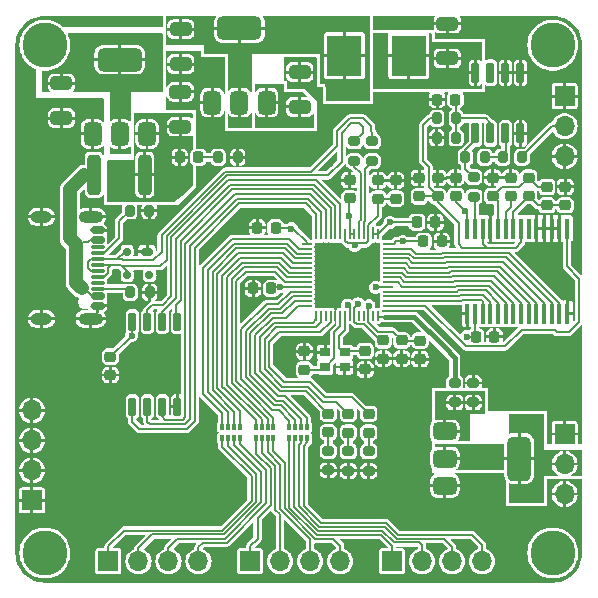
<source format=gbr>
%TF.GenerationSoftware,KiCad,Pcbnew,8.0.8-8.0.8-0~ubuntu22.04.1*%
%TF.CreationDate,2025-03-05T22:20:15+01:00*%
%TF.ProjectId,GLITCHING_FMAW,474c4954-4348-4494-9e47-5f464d41572e,rev?*%
%TF.SameCoordinates,Original*%
%TF.FileFunction,Copper,L1,Top*%
%TF.FilePolarity,Positive*%
%FSLAX46Y46*%
G04 Gerber Fmt 4.6, Leading zero omitted, Abs format (unit mm)*
G04 Created by KiCad (PCBNEW 8.0.8-8.0.8-0~ubuntu22.04.1) date 2025-03-05 22:20:15*
%MOMM*%
%LPD*%
G01*
G04 APERTURE LIST*
G04 Aperture macros list*
%AMRoundRect*
0 Rectangle with rounded corners*
0 $1 Rounding radius*
0 $2 $3 $4 $5 $6 $7 $8 $9 X,Y pos of 4 corners*
0 Add a 4 corners polygon primitive as box body*
4,1,4,$2,$3,$4,$5,$6,$7,$8,$9,$2,$3,0*
0 Add four circle primitives for the rounded corners*
1,1,$1+$1,$2,$3*
1,1,$1+$1,$4,$5*
1,1,$1+$1,$6,$7*
1,1,$1+$1,$8,$9*
0 Add four rect primitives between the rounded corners*
20,1,$1+$1,$2,$3,$4,$5,0*
20,1,$1+$1,$4,$5,$6,$7,0*
20,1,$1+$1,$6,$7,$8,$9,0*
20,1,$1+$1,$8,$9,$2,$3,0*%
G04 Aperture macros list end*
%TA.AperFunction,SMDPad,CuDef*%
%ADD10RoundRect,0.200000X-0.200000X-0.275000X0.200000X-0.275000X0.200000X0.275000X-0.200000X0.275000X0*%
%TD*%
%TA.AperFunction,SMDPad,CuDef*%
%ADD11RoundRect,0.250000X0.650000X-0.325000X0.650000X0.325000X-0.650000X0.325000X-0.650000X-0.325000X0*%
%TD*%
%TA.AperFunction,SMDPad,CuDef*%
%ADD12RoundRect,0.225000X0.250000X-0.225000X0.250000X0.225000X-0.250000X0.225000X-0.250000X-0.225000X0*%
%TD*%
%TA.AperFunction,SMDPad,CuDef*%
%ADD13RoundRect,0.225000X-0.225000X-0.250000X0.225000X-0.250000X0.225000X0.250000X-0.225000X0.250000X0*%
%TD*%
%TA.AperFunction,ComponentPad*%
%ADD14R,1.700000X1.700000*%
%TD*%
%TA.AperFunction,ComponentPad*%
%ADD15O,1.700000X1.700000*%
%TD*%
%TA.AperFunction,SMDPad,CuDef*%
%ADD16RoundRect,0.175000X-0.325000X0.175000X-0.325000X-0.175000X0.325000X-0.175000X0.325000X0.175000X0*%
%TD*%
%TA.AperFunction,SMDPad,CuDef*%
%ADD17RoundRect,0.150000X-0.150000X0.200000X-0.150000X-0.200000X0.150000X-0.200000X0.150000X0.200000X0*%
%TD*%
%TA.AperFunction,SMDPad,CuDef*%
%ADD18RoundRect,0.225000X-0.250000X0.225000X-0.250000X-0.225000X0.250000X-0.225000X0.250000X0.225000X0*%
%TD*%
%TA.AperFunction,SMDPad,CuDef*%
%ADD19RoundRect,0.200000X0.275000X-0.200000X0.275000X0.200000X-0.275000X0.200000X-0.275000X-0.200000X0*%
%TD*%
%TA.AperFunction,SMDPad,CuDef*%
%ADD20RoundRect,0.250000X-0.650000X0.325000X-0.650000X-0.325000X0.650000X-0.325000X0.650000X0.325000X0*%
%TD*%
%TA.AperFunction,SMDPad,CuDef*%
%ADD21RoundRect,0.225000X0.225000X0.250000X-0.225000X0.250000X-0.225000X-0.250000X0.225000X-0.250000X0*%
%TD*%
%TA.AperFunction,SMDPad,CuDef*%
%ADD22R,2.950000X3.500000*%
%TD*%
%TA.AperFunction,SMDPad,CuDef*%
%ADD23R,0.320000X0.500000*%
%TD*%
%TA.AperFunction,SMDPad,CuDef*%
%ADD24RoundRect,0.375000X0.375000X-0.625000X0.375000X0.625000X-0.375000X0.625000X-0.375000X-0.625000X0*%
%TD*%
%TA.AperFunction,SMDPad,CuDef*%
%ADD25RoundRect,0.500000X1.400000X-0.500000X1.400000X0.500000X-1.400000X0.500000X-1.400000X-0.500000X0*%
%TD*%
%TA.AperFunction,SMDPad,CuDef*%
%ADD26RoundRect,0.150000X0.150000X-0.650000X0.150000X0.650000X-0.150000X0.650000X-0.150000X-0.650000X0*%
%TD*%
%TA.AperFunction,SMDPad,CuDef*%
%ADD27RoundRect,0.150000X0.150000X-0.725000X0.150000X0.725000X-0.150000X0.725000X-0.150000X-0.725000X0*%
%TD*%
%TA.AperFunction,SMDPad,CuDef*%
%ADD28RoundRect,0.375000X-0.625000X-0.375000X0.625000X-0.375000X0.625000X0.375000X-0.625000X0.375000X0*%
%TD*%
%TA.AperFunction,SMDPad,CuDef*%
%ADD29RoundRect,0.500000X-0.500000X-1.400000X0.500000X-1.400000X0.500000X1.400000X-0.500000X1.400000X0*%
%TD*%
%TA.AperFunction,SMDPad,CuDef*%
%ADD30RoundRect,0.200000X0.200000X0.275000X-0.200000X0.275000X-0.200000X-0.275000X0.200000X-0.275000X0*%
%TD*%
%TA.AperFunction,SMDPad,CuDef*%
%ADD31RoundRect,0.218750X0.218750X0.256250X-0.218750X0.256250X-0.218750X-0.256250X0.218750X-0.256250X0*%
%TD*%
%TA.AperFunction,SMDPad,CuDef*%
%ADD32RoundRect,0.218750X0.256250X-0.218750X0.256250X0.218750X-0.256250X0.218750X-0.256250X-0.218750X0*%
%TD*%
%TA.AperFunction,SMDPad,CuDef*%
%ADD33R,0.900000X0.800000*%
%TD*%
%TA.AperFunction,ComponentPad*%
%ADD34C,3.800000*%
%TD*%
%TA.AperFunction,SMDPad,CuDef*%
%ADD35R,0.450000X1.750000*%
%TD*%
%TA.AperFunction,SMDPad,CuDef*%
%ADD36RoundRect,0.050000X-0.387500X-0.050000X0.387500X-0.050000X0.387500X0.050000X-0.387500X0.050000X0*%
%TD*%
%TA.AperFunction,SMDPad,CuDef*%
%ADD37RoundRect,0.050000X-0.050000X-0.387500X0.050000X-0.387500X0.050000X0.387500X-0.050000X0.387500X0*%
%TD*%
%TA.AperFunction,HeatsinkPad*%
%ADD38R,3.200000X3.200000*%
%TD*%
%TA.AperFunction,SMDPad,CuDef*%
%ADD39RoundRect,0.150000X-0.425000X0.150000X-0.425000X-0.150000X0.425000X-0.150000X0.425000X0.150000X0*%
%TD*%
%TA.AperFunction,SMDPad,CuDef*%
%ADD40RoundRect,0.075000X-0.500000X0.075000X-0.500000X-0.075000X0.500000X-0.075000X0.500000X0.075000X0*%
%TD*%
%TA.AperFunction,ComponentPad*%
%ADD41O,2.100000X1.000000*%
%TD*%
%TA.AperFunction,ComponentPad*%
%ADD42O,1.800000X1.000000*%
%TD*%
%TA.AperFunction,SMDPad,CuDef*%
%ADD43RoundRect,0.250000X-0.312500X-1.450000X0.312500X-1.450000X0.312500X1.450000X-0.312500X1.450000X0*%
%TD*%
%TA.AperFunction,ViaPad*%
%ADD44C,0.600000*%
%TD*%
%TA.AperFunction,Conductor*%
%ADD45C,0.200000*%
%TD*%
%TA.AperFunction,Conductor*%
%ADD46C,1.200000*%
%TD*%
%TA.AperFunction,Conductor*%
%ADD47C,0.600000*%
%TD*%
%TA.AperFunction,Conductor*%
%ADD48C,0.400000*%
%TD*%
G04 APERTURE END LIST*
D10*
%TO.P,R5,1*%
%TO.N,GND*%
X66175000Y-34850000D03*
%TO.P,R5,2*%
%TO.N,Net-(U3A--)*%
X67825000Y-34850000D03*
%TD*%
D11*
%TO.P,C5,1*%
%TO.N,+3.3VA*%
X67050000Y-28125001D03*
%TO.P,C5,2*%
%TO.N,GND*%
X67050000Y-25174999D03*
%TD*%
D12*
%TO.P,C14,1*%
%TO.N,+3.3VA*%
X72450000Y-39775000D03*
%TO.P,C14,2*%
%TO.N,GND*%
X72450000Y-38225000D03*
%TD*%
D13*
%TO.P,C21,1*%
%TO.N,+3.3V*%
X65050000Y-43600000D03*
%TO.P,C21,2*%
%TO.N,GND*%
X66600000Y-43600000D03*
%TD*%
D14*
%TO.P,J3,1,Pin_1*%
%TO.N,GND*%
X77000000Y-59920000D03*
D15*
%TO.P,J3,2,Pin_2*%
%TO.N,Net-(J3-Pin_2)*%
X77000000Y-62460000D03*
%TO.P,J3,3,Pin_3*%
%TO.N,GND*%
X77000000Y-65000000D03*
%TD*%
D10*
%TO.P,R3,1*%
%TO.N,Net-(R3-Pad1)*%
X68600000Y-36500000D03*
%TO.P,R3,2*%
%TO.N,Net-(U3A-+)*%
X70250000Y-36500000D03*
%TD*%
D16*
%TO.P,D4,1,GND*%
%TO.N,GND*%
X41650000Y-44480000D03*
D17*
%TO.P,D4,2,I/O1*%
%TO.N,/DN*%
X39950000Y-44480000D03*
%TO.P,D4,3,I/O2*%
%TO.N,/DP*%
X39950000Y-46480000D03*
%TO.P,D4,4,VCC*%
%TO.N,VBUS*%
X41850000Y-46480000D03*
%TD*%
D13*
%TO.P,C15,1*%
%TO.N,+3.3V*%
X69500000Y-51700000D03*
%TO.P,C15,2*%
%TO.N,GND*%
X71050000Y-51700000D03*
%TD*%
D18*
%TO.P,C17,1*%
%TO.N,/x-*%
X60120710Y-52895711D03*
%TO.P,C17,2*%
%TO.N,GND*%
X60120710Y-54445711D03*
%TD*%
D14*
%TO.P,J5,1,Pin_1*%
%TO.N,Net-(J5-Pin_1)*%
X50380000Y-70700000D03*
D15*
%TO.P,J5,2,Pin_2*%
%TO.N,Net-(J5-Pin_2)*%
X52920000Y-70700000D03*
%TO.P,J5,3,Pin_3*%
%TO.N,Net-(J5-Pin_3)*%
X55459999Y-70700000D03*
%TO.P,J5,4,Pin_4*%
%TO.N,Net-(J5-Pin_4)*%
X58000000Y-70700000D03*
%TD*%
D19*
%TO.P,R14,1*%
%TO.N,GND*%
X58700000Y-63050000D03*
%TO.P,R14,2*%
%TO.N,Net-(D3-K)*%
X58700000Y-61400000D03*
%TD*%
%TO.P,R13,1*%
%TO.N,GND*%
X60400000Y-63050000D03*
%TO.P,R13,2*%
%TO.N,Net-(D2-K)*%
X60400000Y-61400000D03*
%TD*%
D10*
%TO.P,R4,1*%
%TO.N,Net-(U3A-+)*%
X71750000Y-36500000D03*
%TO.P,R4,2*%
%TO.N,Net-(J2-Pin_2)*%
X73400000Y-36500000D03*
%TD*%
D20*
%TO.P,C4,1*%
%TO.N,Net-(U2-VO)*%
X44500000Y-25650000D03*
%TO.P,C4,2*%
%TO.N,GND*%
X44500000Y-28600002D03*
%TD*%
D18*
%TO.P,C26,1*%
%TO.N,+1V1*%
X61650000Y-52000000D03*
%TO.P,C26,2*%
%TO.N,GND*%
X61650000Y-53550000D03*
%TD*%
%TO.P,C20,1*%
%TO.N,+3.3V*%
X63200000Y-52000000D03*
%TO.P,C20,2*%
%TO.N,GND*%
X63200000Y-53550000D03*
%TD*%
D12*
%TO.P,C27,1*%
%TO.N,+1V1*%
X61200000Y-40000000D03*
%TO.P,C27,2*%
%TO.N,GND*%
X61200000Y-38450000D03*
%TD*%
D21*
%TO.P,C25,1*%
%TO.N,+3.3V*%
X52175000Y-47600000D03*
%TO.P,C25,2*%
%TO.N,GND*%
X50625000Y-47600000D03*
%TD*%
D12*
%TO.P,C12,1*%
%TO.N,/TS*%
X77050000Y-40550000D03*
%TO.P,C12,2*%
%TO.N,GND*%
X77050000Y-39000000D03*
%TD*%
D14*
%TO.P,J2,1,Pin_1*%
%TO.N,GND*%
X77000000Y-31320001D03*
D15*
%TO.P,J2,2,Pin_2*%
%TO.N,Net-(J2-Pin_2)*%
X77000000Y-33860001D03*
%TO.P,J2,3,Pin_3*%
%TO.N,GND*%
X77000000Y-36400000D03*
%TD*%
D14*
%TO.P,J6,1,Pin_1*%
%TO.N,Net-(J6-Pin_1)*%
X62380000Y-70700000D03*
D15*
%TO.P,J6,2,Pin_2*%
%TO.N,Net-(J6-Pin_2)*%
X64920000Y-70700000D03*
%TO.P,J6,3,Pin_3*%
%TO.N,Net-(J6-Pin_3)*%
X67459999Y-70700000D03*
%TO.P,J6,4,Pin_4*%
%TO.N,Net-(J6-Pin_4)*%
X70000000Y-70700000D03*
%TD*%
D11*
%TO.P,C3,1*%
%TO.N,VBUS*%
X54575000Y-32225002D03*
%TO.P,C3,2*%
%TO.N,GND*%
X54575000Y-29275000D03*
%TD*%
D20*
%TO.P,C2,1*%
%TO.N,+3.3V*%
X34400000Y-30224999D03*
%TO.P,C2,2*%
%TO.N,GND*%
X34400000Y-33175001D03*
%TD*%
D22*
%TO.P,L1,1,1*%
%TO.N,Net-(U2-VO)*%
X58350000Y-27875000D03*
%TO.P,L1,2,2*%
%TO.N,+3.3VA*%
X63800000Y-27875000D03*
%TD*%
D18*
%TO.P,C16,1*%
%TO.N,+3.3V*%
X38550000Y-53375000D03*
%TO.P,C16,2*%
%TO.N,GND*%
X38550000Y-54925000D03*
%TD*%
D23*
%TO.P,RN2,1,R1.1*%
%TO.N,/IO7*%
X52350000Y-59300001D03*
%TO.P,RN2,2,R2.1*%
%TO.N,/IO6*%
X51850000Y-59300000D03*
%TO.P,RN2,3,R3.1*%
%TO.N,/IO5*%
X51350000Y-59300000D03*
%TO.P,RN2,4,R4.1*%
%TO.N,/IO4*%
X50850000Y-59300001D03*
%TO.P,RN2,5,R4.2*%
%TO.N,Net-(J5-Pin_1)*%
X50850000Y-60299999D03*
%TO.P,RN2,6,R3.2*%
%TO.N,Net-(J5-Pin_2)*%
X51350000Y-60300000D03*
%TO.P,RN2,7,R2.2*%
%TO.N,Net-(J5-Pin_3)*%
X51850000Y-60300000D03*
%TO.P,RN2,8,R1.2*%
%TO.N,Net-(J5-Pin_4)*%
X52350000Y-60299999D03*
%TD*%
D11*
%TO.P,C1,1*%
%TO.N,VBUS*%
X44475000Y-33895002D03*
%TO.P,C1,2*%
%TO.N,GND*%
X44475000Y-30945000D03*
%TD*%
D24*
%TO.P,U2,1,GND*%
%TO.N,GND*%
X47170000Y-31860001D03*
%TO.P,U2,2,VO*%
%TO.N,Net-(U2-VO)*%
X49470000Y-31860000D03*
D25*
X49470000Y-25560002D03*
D24*
%TO.P,U2,3,VI*%
%TO.N,VBUS*%
X51770000Y-31860001D03*
%TD*%
D26*
%TO.P,U5,1,~{CS}*%
%TO.N,/CS*%
X40395000Y-57600000D03*
%TO.P,U5,2,DO(IO1)*%
%TO.N,/SD1*%
X41665000Y-57600000D03*
%TO.P,U5,3,IO2*%
%TO.N,/SD2*%
X42935000Y-57600000D03*
%TO.P,U5,4,GND*%
%TO.N,GND*%
X44205000Y-57600000D03*
%TO.P,U5,5,DI(IO0)*%
%TO.N,/SD0*%
X44205000Y-50400000D03*
%TO.P,U5,6,CLK*%
%TO.N,/SCK*%
X42935000Y-50400000D03*
%TO.P,U5,7,IO3*%
%TO.N,/SD3*%
X41665000Y-50400000D03*
%TO.P,U5,8,VCC*%
%TO.N,+3.3V*%
X40395000Y-50400000D03*
%TD*%
D27*
%TO.P,U3,1*%
%TO.N,Net-(R3-Pad1)*%
X69445002Y-34475000D03*
%TO.P,U3,2,-*%
%TO.N,Net-(U3A--)*%
X70715001Y-34475000D03*
%TO.P,U3,3,+*%
%TO.N,Net-(U3A-+)*%
X71985001Y-34475000D03*
%TO.P,U3,4,V-*%
%TO.N,GND*%
X73255000Y-34475000D03*
%TO.P,U3,5,+*%
X73255000Y-29325000D03*
%TO.P,U3,6,-*%
X71985001Y-29325000D03*
%TO.P,U3,7*%
%TO.N,unconnected-(U3-Pad7)*%
X70715001Y-29325000D03*
%TO.P,U3,8,V+*%
%TO.N,+3.3VA*%
X69445002Y-29325000D03*
%TD*%
D19*
%TO.P,R8,1*%
%TO.N,/D+*%
X59200000Y-36800000D03*
%TO.P,R8,2*%
%TO.N,/DP*%
X59200000Y-35150000D03*
%TD*%
D28*
%TO.P,Q2,1,G*%
%TO.N,Net-(Q2-G)*%
X66850000Y-59700000D03*
%TO.P,Q2,2,D*%
%TO.N,Net-(J3-Pin_2)*%
X66850001Y-62000000D03*
D29*
X73149999Y-62000000D03*
D28*
%TO.P,Q2,3,S*%
%TO.N,GND*%
X66850000Y-64300000D03*
%TD*%
D21*
%TO.P,C24,1*%
%TO.N,+3.3V*%
X52525000Y-42450000D03*
%TO.P,C24,2*%
%TO.N,GND*%
X50975000Y-42450000D03*
%TD*%
D19*
%TO.P,R10,1*%
%TO.N,Net-(Q2-G)*%
X67700000Y-57250000D03*
%TO.P,R10,2*%
%TO.N,/IO17*%
X67700000Y-55600000D03*
%TD*%
D30*
%TO.P,R6,1*%
%TO.N,Net-(U3A--)*%
X67825000Y-33200000D03*
%TO.P,R6,2*%
%TO.N,V_REF*%
X66175000Y-33200000D03*
%TD*%
D18*
%TO.P,C18,1*%
%TO.N,GND*%
X54970711Y-52920710D03*
%TO.P,C18,2*%
%TO.N,/x+*%
X54970711Y-54470710D03*
%TD*%
D31*
%TO.P,D5,1,K*%
%TO.N,Net-(D5-K)*%
X46000000Y-36500000D03*
%TO.P,D5,2,A*%
%TO.N,VBUS*%
X44424998Y-36500000D03*
%TD*%
D12*
%TO.P,C22,1*%
%TO.N,+3.3V*%
X58800000Y-39975000D03*
%TO.P,C22,2*%
%TO.N,GND*%
X58800000Y-38425000D03*
%TD*%
D30*
%TO.P,R27,1*%
%TO.N,GND*%
X49325000Y-36500000D03*
%TO.P,R27,2*%
%TO.N,Net-(D5-K)*%
X47675000Y-36500000D03*
%TD*%
D32*
%TO.P,D2,1,K*%
%TO.N,Net-(D2-K)*%
X60400000Y-59800000D03*
%TO.P,D2,2,A*%
%TO.N,/IO15*%
X60400000Y-58224998D03*
%TD*%
D12*
%TO.P,C8,1*%
%TO.N,V_REF*%
X66250000Y-39800000D03*
%TO.P,C8,2*%
%TO.N,GND*%
X66250000Y-38250000D03*
%TD*%
D19*
%TO.P,R9,1*%
%TO.N,/D-*%
X60725000Y-36800000D03*
%TO.P,R9,2*%
%TO.N,/DN*%
X60725000Y-35150000D03*
%TD*%
D12*
%TO.P,C6,1*%
%TO.N,+3.3VA*%
X67775000Y-39775000D03*
%TO.P,C6,2*%
%TO.N,GND*%
X67775000Y-38225000D03*
%TD*%
D30*
%TO.P,R1,1*%
%TO.N,GND*%
X41825000Y-41000000D03*
%TO.P,R1,2*%
%TO.N,/cc1*%
X40175000Y-41000000D03*
%TD*%
D12*
%TO.P,C9,1*%
%TO.N,V_REF*%
X64700000Y-39800000D03*
%TO.P,C9,2*%
%TO.N,GND*%
X64700000Y-38250000D03*
%TD*%
D33*
%TO.P,Y1,1,1*%
%TO.N,/x-*%
X58370711Y-52995710D03*
%TO.P,Y1,2,2*%
%TO.N,GND*%
X56720711Y-52995710D03*
%TO.P,Y1,3,3*%
%TO.N,/x+*%
X56720711Y-54245710D03*
%TO.P,Y1,4,4*%
%TO.N,GND*%
X58370711Y-54245710D03*
%TD*%
D18*
%TO.P,C19,1*%
%TO.N,+3.3V*%
X64750000Y-52025000D03*
%TO.P,C19,2*%
%TO.N,GND*%
X64750000Y-53575000D03*
%TD*%
D34*
%TO.P,H1,1*%
%TO.N,N/C*%
X33000000Y-27000000D03*
%TD*%
D35*
%TO.P,U6,1,AVSS*%
%TO.N,GND*%
X68765000Y-49730000D03*
%TO.P,U6,2,DRVDD*%
%TO.N,+3.3V*%
X69415000Y-49730000D03*
%TO.P,U6,3,D0*%
%TO.N,/D0*%
X70065000Y-49730000D03*
%TO.P,U6,4,D1*%
%TO.N,/D1*%
X70715000Y-49729999D03*
%TO.P,U6,5,D2*%
%TO.N,/D2*%
X71365000Y-49730000D03*
%TO.P,U6,6,D3*%
%TO.N,/D3*%
X72014999Y-49730000D03*
%TO.P,U6,7,D4*%
%TO.N,/D4*%
X72665000Y-49730000D03*
%TO.P,U6,8,D5*%
%TO.N,/D5*%
X73315000Y-49730000D03*
%TO.P,U6,9,D6*%
%TO.N,/D6*%
X73965001Y-49730000D03*
%TO.P,U6,10,D7*%
%TO.N,/D7*%
X74615000Y-49730000D03*
%TO.P,U6,11,D8*%
%TO.N,/D8*%
X75265000Y-49729999D03*
%TO.P,U6,12,D9*%
%TO.N,/D9*%
X75915000Y-49730000D03*
%TO.P,U6,13,OTR*%
%TO.N,/OTR*%
X76565000Y-49730000D03*
%TO.P,U6,14,DRVSS*%
%TO.N,GND*%
X77215000Y-49730000D03*
%TO.P,U6,15,CLK*%
%TO.N,/CLK*%
X77215000Y-42530000D03*
%TO.P,U6,16,THREE_STATE*%
%TO.N,GND*%
X76565000Y-42530000D03*
%TO.P,U6,17,STBY*%
X75915000Y-42530000D03*
%TO.P,U6,18,RFSENSE*%
X75265000Y-42530001D03*
%TO.P,U6,19,CLAMP*%
X74615000Y-42530000D03*
%TO.P,U6,20,CLAMPIN*%
%TO.N,unconnected-(U6-CLAMPIN-Pad20)*%
X73965001Y-42530000D03*
%TO.P,U6,21,REFTS*%
%TO.N,V_REF*%
X73315000Y-42530000D03*
%TO.P,U6,22,REFTF*%
%TO.N,/TS*%
X72665000Y-42530000D03*
%TO.P,U6,23,MODE*%
%TO.N,+3.3VA*%
X72014999Y-42530000D03*
%TO.P,U6,24,REFBF*%
%TO.N,/TF*%
X71365000Y-42530000D03*
%TO.P,U6,25,REFBS*%
%TO.N,GND*%
X70715000Y-42530001D03*
%TO.P,U6,26,VREF*%
%TO.N,V_REF*%
X70065000Y-42530000D03*
%TO.P,U6,27,AIN*%
%TO.N,/AIN*%
X69415000Y-42530000D03*
%TO.P,U6,28,AVDD*%
%TO.N,+3.3VA*%
X68765000Y-42530000D03*
%TD*%
D21*
%TO.P,C7,1*%
%TO.N,Net-(U3A--)*%
X67750000Y-31600000D03*
%TO.P,C7,2*%
%TO.N,GND*%
X66200000Y-31600000D03*
%TD*%
D36*
%TO.P,U4,1,IOVDD*%
%TO.N,+3.3V*%
X55152500Y-43860000D03*
%TO.P,U4,2,GPIO0*%
%TO.N,/IO0*%
X55152500Y-44260001D03*
%TO.P,U4,3,GPIO1*%
%TO.N,/IO1*%
X55152500Y-44660000D03*
%TO.P,U4,4,GPIO2*%
%TO.N,/IO2*%
X55152500Y-45060000D03*
%TO.P,U4,5,GPIO3*%
%TO.N,/IO3*%
X55152500Y-45460000D03*
%TO.P,U4,6,GPIO4*%
%TO.N,/IO4*%
X55152500Y-45859999D03*
%TO.P,U4,7,GPIO5*%
%TO.N,/IO5*%
X55152500Y-46260000D03*
%TO.P,U4,8,GPIO6*%
%TO.N,/IO6*%
X55152500Y-46660000D03*
%TO.P,U4,9,GPIO7*%
%TO.N,/IO7*%
X55152500Y-47060001D03*
%TO.P,U4,10,IOVDD*%
%TO.N,+3.3V*%
X55152500Y-47460000D03*
%TO.P,U4,11,GPIO8*%
%TO.N,/IO8*%
X55152500Y-47860000D03*
%TO.P,U4,12,GPIO9*%
%TO.N,/IO9*%
X55152500Y-48260000D03*
%TO.P,U4,13,GPIO10*%
%TO.N,/IO10*%
X55152500Y-48659999D03*
%TO.P,U4,14,GPIO11*%
%TO.N,/IO11*%
X55152500Y-49060000D03*
D37*
%TO.P,U4,15,GPIO12*%
%TO.N,/IO12*%
X55990000Y-49897500D03*
%TO.P,U4,16,GPIO13*%
%TO.N,/IO13*%
X56390001Y-49897500D03*
%TO.P,U4,17,GPIO14*%
%TO.N,unconnected-(U4-GPIO14-Pad17)*%
X56790000Y-49897500D03*
%TO.P,U4,18,GPIO15*%
%TO.N,/IO15*%
X57190000Y-49897500D03*
%TO.P,U4,19,TESTEN*%
%TO.N,GND*%
X57590000Y-49897500D03*
%TO.P,U4,20,XIN*%
%TO.N,/x+*%
X57989999Y-49897500D03*
%TO.P,U4,21,XOUT*%
%TO.N,/x-*%
X58390000Y-49897500D03*
%TO.P,U4,22,IOVDD*%
%TO.N,+3.3V*%
X58790000Y-49897500D03*
%TO.P,U4,23,DVDD*%
%TO.N,+1V1*%
X59190001Y-49897500D03*
%TO.P,U4,24,SWCLK*%
%TO.N,unconnected-(U4-SWCLK-Pad24)*%
X59590000Y-49897500D03*
%TO.P,U4,25,SWD*%
%TO.N,unconnected-(U4-SWD-Pad25)*%
X59990000Y-49897500D03*
%TO.P,U4,26,RUN*%
%TO.N,+3.3V*%
X60390000Y-49897500D03*
%TO.P,U4,27,GPIO16*%
%TO.N,unconnected-(U4-GPIO16-Pad27)*%
X60789999Y-49897500D03*
%TO.P,U4,28,GPIO17*%
%TO.N,/IO17*%
X61190000Y-49897500D03*
D36*
%TO.P,U4,29,GPIO18*%
%TO.N,/CLK*%
X62027500Y-49060000D03*
%TO.P,U4,30,GPIO19*%
%TO.N,/D0*%
X62027500Y-48659999D03*
%TO.P,U4,31,GPIO20*%
%TO.N,/D1*%
X62027500Y-48260000D03*
%TO.P,U4,32,GPIO21*%
%TO.N,/D2*%
X62027500Y-47860000D03*
%TO.P,U4,33,IOVDD*%
%TO.N,+3.3V*%
X62027500Y-47460000D03*
%TO.P,U4,34,GPIO22*%
%TO.N,/D3*%
X62027500Y-47060001D03*
%TO.P,U4,35,GPIO23*%
%TO.N,/D4*%
X62027500Y-46660000D03*
%TO.P,U4,36,GPIO24*%
%TO.N,/D5*%
X62027500Y-46260000D03*
%TO.P,U4,37,GPIO25*%
%TO.N,/D6*%
X62027500Y-45859999D03*
%TO.P,U4,38,GPIO26_ADC0*%
%TO.N,/D7*%
X62027500Y-45460000D03*
%TO.P,U4,39,GPIO27_ADC1*%
%TO.N,/D8*%
X62027500Y-45060000D03*
%TO.P,U4,40,GPIO28_ADC2*%
%TO.N,/D9*%
X62027500Y-44660000D03*
%TO.P,U4,41,GPIO29_ADC3*%
%TO.N,/OTR*%
X62027500Y-44260001D03*
%TO.P,U4,42,IOVDD*%
%TO.N,+3.3V*%
X62027500Y-43860000D03*
D37*
%TO.P,U4,43,ADC_AVDD*%
X61190000Y-43022500D03*
%TO.P,U4,44,VREG_IN*%
X60789999Y-43022500D03*
%TO.P,U4,45,VREG_VOUT*%
%TO.N,+1V1*%
X60390000Y-43022500D03*
%TO.P,U4,46,USB_DM*%
%TO.N,/D-*%
X59990000Y-43022500D03*
%TO.P,U4,47,USB_DP*%
%TO.N,/D+*%
X59590000Y-43022500D03*
%TO.P,U4,48,USB_VDD*%
%TO.N,+3.3V*%
X59190001Y-43022500D03*
%TO.P,U4,49,IOVDD*%
X58790000Y-43022500D03*
%TO.P,U4,50,DVDD*%
%TO.N,+1V1*%
X58390000Y-43022500D03*
%TO.P,U4,51,QSPI_SD3*%
%TO.N,/SD3*%
X57989999Y-43022500D03*
%TO.P,U4,52,QSPI_SCLK*%
%TO.N,/SCK*%
X57590000Y-43022500D03*
%TO.P,U4,53,QSPI_SD0*%
%TO.N,/SD0*%
X57190000Y-43022500D03*
%TO.P,U4,54,QSPI_SD2*%
%TO.N,/SD2*%
X56790000Y-43022500D03*
%TO.P,U4,55,QSPI_SD1*%
%TO.N,/SD1*%
X56390001Y-43022500D03*
%TO.P,U4,56,QSPI_SS*%
%TO.N,/CS*%
X55990000Y-43022500D03*
D38*
%TO.P,U4,57,GND*%
%TO.N,GND*%
X58590000Y-46460000D03*
%TD*%
D34*
%TO.P,H2,1*%
%TO.N,N/C*%
X33000000Y-70000000D03*
%TD*%
D12*
%TO.P,C28,1*%
%TO.N,+1V1*%
X62700000Y-40000000D03*
%TO.P,C28,2*%
%TO.N,GND*%
X62700000Y-38450000D03*
%TD*%
D30*
%TO.P,R2,1*%
%TO.N,GND*%
X41875000Y-47925000D03*
%TO.P,R2,2*%
%TO.N,/cc2*%
X40225000Y-47925000D03*
%TD*%
D14*
%TO.P,J4,1,Pin_1*%
%TO.N,Net-(J4-Pin_1)*%
X38380000Y-70700000D03*
D15*
%TO.P,J4,2,Pin_2*%
%TO.N,Net-(J4-Pin_2)*%
X40920000Y-70700000D03*
%TO.P,J4,3,Pin_3*%
%TO.N,Net-(J4-Pin_3)*%
X43459999Y-70700000D03*
%TO.P,J4,4,Pin_4*%
%TO.N,Net-(J4-Pin_4)*%
X46000000Y-70700000D03*
%TD*%
D23*
%TO.P,RN3,1,R1.1*%
%TO.N,/IO11*%
X55200000Y-59300002D03*
%TO.P,RN3,2,R2.1*%
%TO.N,/IO10*%
X54700000Y-59300001D03*
%TO.P,RN3,3,R3.1*%
%TO.N,/IO9*%
X54200000Y-59300001D03*
%TO.P,RN3,4,R4.1*%
%TO.N,/IO8*%
X53700000Y-59300002D03*
%TO.P,RN3,5,R4.2*%
%TO.N,Net-(J6-Pin_1)*%
X53700000Y-60300000D03*
%TO.P,RN3,6,R3.2*%
%TO.N,Net-(J6-Pin_2)*%
X54200000Y-60300001D03*
%TO.P,RN3,7,R2.2*%
%TO.N,Net-(J6-Pin_3)*%
X54700000Y-60300001D03*
%TO.P,RN3,8,R1.2*%
%TO.N,Net-(J6-Pin_4)*%
X55200000Y-60300000D03*
%TD*%
D12*
%TO.P,C11,1*%
%TO.N,/TS*%
X75500000Y-40550000D03*
%TO.P,C11,2*%
%TO.N,/TF*%
X75500000Y-39000000D03*
%TD*%
D39*
%TO.P,J1,A1,GND*%
%TO.N,GND*%
X37455000Y-42660000D03*
%TO.P,J1,A4,VBUS*%
%TO.N,Net-(F1-Pad1)*%
X37455000Y-43460000D03*
D40*
%TO.P,J1,A5,CC1*%
%TO.N,/cc1*%
X37454999Y-44610000D03*
%TO.P,J1,A6,D+*%
%TO.N,/DP*%
X37455000Y-45610000D03*
%TO.P,J1,A7,D-*%
%TO.N,/DN*%
X37455000Y-46110000D03*
%TO.P,J1,A8,SBU1*%
%TO.N,unconnected-(J1-SBU1-PadA8)*%
X37454999Y-47110000D03*
D39*
%TO.P,J1,A9,VBUS*%
%TO.N,Net-(F1-Pad1)*%
X37455000Y-48260000D03*
%TO.P,J1,A12,GND*%
%TO.N,GND*%
X37455000Y-49060000D03*
%TO.P,J1,B1,GND*%
X37455000Y-49060000D03*
%TO.P,J1,B4,VBUS*%
%TO.N,Net-(F1-Pad1)*%
X37455000Y-48260000D03*
D40*
%TO.P,J1,B5,CC2*%
%TO.N,/cc2*%
X37455000Y-47610000D03*
%TO.P,J1,B6,D+*%
%TO.N,/DP*%
X37455000Y-46610000D03*
%TO.P,J1,B7,D-*%
%TO.N,/DN*%
X37455000Y-45110000D03*
%TO.P,J1,B8,SBU2*%
%TO.N,unconnected-(J1-SBU2-PadB8)*%
X37455000Y-44110000D03*
D39*
%TO.P,J1,B9,VBUS*%
%TO.N,Net-(F1-Pad1)*%
X37455000Y-43460000D03*
%TO.P,J1,B12,GND*%
%TO.N,GND*%
X37455000Y-42660000D03*
D41*
%TO.P,J1,S1,SHIELD*%
X36880000Y-41540000D03*
D42*
X32700000Y-41540000D03*
D41*
X36880000Y-50180000D03*
D42*
X32700000Y-50180000D03*
%TD*%
D19*
%TO.P,R12,1*%
%TO.N,GND*%
X57000000Y-63000000D03*
%TO.P,R12,2*%
%TO.N,Net-(D1-K)*%
X57000000Y-61350000D03*
%TD*%
D13*
%TO.P,C23,1*%
%TO.N,+3.3V*%
X64500000Y-42000000D03*
%TO.P,C23,2*%
%TO.N,GND*%
X66050000Y-42000000D03*
%TD*%
D32*
%TO.P,D3,1,K*%
%TO.N,Net-(D3-K)*%
X58700000Y-59800000D03*
%TO.P,D3,2,A*%
%TO.N,/IO13*%
X58700000Y-58224998D03*
%TD*%
D43*
%TO.P,F1,1*%
%TO.N,Net-(F1-Pad1)*%
X37175000Y-37975000D03*
%TO.P,F1,2*%
%TO.N,VBUS*%
X41450000Y-37975000D03*
%TD*%
D12*
%TO.P,C13,1*%
%TO.N,/TF*%
X70925000Y-39775000D03*
%TO.P,C13,2*%
%TO.N,GND*%
X70925000Y-38225000D03*
%TD*%
D23*
%TO.P,RN1,1,R1.1*%
%TO.N,/IO3*%
X49500000Y-59300002D03*
%TO.P,RN1,2,R2.1*%
%TO.N,/IO2*%
X49000000Y-59300001D03*
%TO.P,RN1,3,R3.1*%
%TO.N,/IO1*%
X48500000Y-59300001D03*
%TO.P,RN1,4,R4.1*%
%TO.N,/IO0*%
X48000000Y-59300002D03*
%TO.P,RN1,5,R4.2*%
%TO.N,Net-(J4-Pin_1)*%
X48000000Y-60300000D03*
%TO.P,RN1,6,R3.2*%
%TO.N,Net-(J4-Pin_2)*%
X48500000Y-60300001D03*
%TO.P,RN1,7,R2.2*%
%TO.N,Net-(J4-Pin_3)*%
X49000000Y-60300001D03*
%TO.P,RN1,8,R1.2*%
%TO.N,Net-(J4-Pin_4)*%
X49500000Y-60300000D03*
%TD*%
D12*
%TO.P,C10,1*%
%TO.N,/TS*%
X73975000Y-39775000D03*
%TO.P,C10,2*%
%TO.N,/TF*%
X73975000Y-38225000D03*
%TD*%
D34*
%TO.P,H4,1*%
%TO.N,N/C*%
X76000000Y-27000000D03*
%TD*%
D24*
%TO.P,U1,1,GND*%
%TO.N,GND*%
X37042500Y-34515001D03*
%TO.P,U1,2,VO*%
%TO.N,+3.3V*%
X39342500Y-34515000D03*
D25*
X39342500Y-28215002D03*
D24*
%TO.P,U1,3,VI*%
%TO.N,VBUS*%
X41642500Y-34515001D03*
%TD*%
D14*
%TO.P,J7,1,Pin_1*%
%TO.N,GND*%
X31900000Y-65540000D03*
D15*
%TO.P,J7,2,Pin_2*%
X31900000Y-63000000D03*
%TO.P,J7,3,Pin_3*%
X31900000Y-60460001D03*
%TO.P,J7,4,Pin_4*%
X31900000Y-57920000D03*
%TD*%
D19*
%TO.P,R7,1*%
%TO.N,/AIN*%
X69300000Y-39825000D03*
%TO.P,R7,2*%
%TO.N,Net-(R3-Pad1)*%
X69300000Y-38175000D03*
%TD*%
%TO.P,R11,1*%
%TO.N,Net-(Q2-G)*%
X69250000Y-57250000D03*
%TO.P,R11,2*%
%TO.N,GND*%
X69250000Y-55600000D03*
%TD*%
D34*
%TO.P,H3,1*%
%TO.N,N/C*%
X76000000Y-70000000D03*
%TD*%
D32*
%TO.P,D1,1,K*%
%TO.N,Net-(D1-K)*%
X57000000Y-59787501D03*
%TO.P,D1,2,A*%
%TO.N,/IO12*%
X57000000Y-58212499D03*
%TD*%
D44*
%TO.N,GND*%
X47000000Y-29500000D03*
X33000000Y-35000000D03*
X67250000Y-42500000D03*
X34000000Y-35000000D03*
X72250000Y-51250000D03*
X49750000Y-41750000D03*
X57100000Y-37100000D03*
X46500000Y-44500000D03*
X46000000Y-29500000D03*
X43000000Y-47000000D03*
X56500000Y-44500000D03*
X70750000Y-41200000D03*
X62100000Y-37500000D03*
X70925000Y-38225000D03*
X65500000Y-40750000D03*
X55000000Y-57500000D03*
X56500000Y-35400000D03*
X57000000Y-65000000D03*
X66000000Y-54000000D03*
X48367721Y-65103881D03*
X54500000Y-41500000D03*
X54600000Y-30400000D03*
X62000000Y-56000000D03*
X67070000Y-49580000D03*
X67775000Y-38225000D03*
X42750000Y-41250000D03*
X77000000Y-48000000D03*
X50250000Y-49250000D03*
X47250000Y-34750000D03*
X73000000Y-57500000D03*
X77000000Y-53000000D03*
X35000000Y-35000000D03*
X57500000Y-38700000D03*
X64500000Y-57500000D03*
X63500000Y-50800000D03*
X73250000Y-53500000D03*
X46716003Y-38122809D03*
X53250000Y-53000000D03*
%TO.N,VBUS*%
X44475000Y-33895002D03*
X41500000Y-38000000D03*
X41900000Y-46500000D03*
X51750000Y-32000000D03*
%TO.N,+3.3V*%
X41750000Y-28250000D03*
X39255469Y-30742294D03*
X39250000Y-29750000D03*
X36750000Y-28250000D03*
X62206250Y-42006250D03*
X61000000Y-47500000D03*
X53875000Y-42525000D03*
X60424403Y-49059399D03*
X63300000Y-43600000D03*
X35500000Y-28250000D03*
X58630602Y-48993034D03*
X52875000Y-47460000D03*
X68700000Y-51675000D03*
X40337500Y-51587500D03*
X58725000Y-41475000D03*
X64750000Y-52025000D03*
X39250000Y-32750000D03*
X39250000Y-31750000D03*
%TO.N,+3.3VA*%
X66000000Y-30000000D03*
X68000000Y-30000000D03*
X67000000Y-30000000D03*
X68550000Y-41050000D03*
X72450000Y-39775000D03*
%TO.N,+1V1*%
X59500000Y-48900000D03*
X59228225Y-43960000D03*
%TD*%
D45*
%TO.N,Net-(F1-Pad1)*%
X36100000Y-47600000D02*
X36300000Y-47600000D01*
X36300000Y-47600000D02*
X36960000Y-48260000D01*
X36960000Y-48260000D02*
X37455000Y-48260000D01*
D46*
X36100000Y-47600000D02*
X35600000Y-47100000D01*
X35600000Y-47100000D02*
X35600000Y-43851701D01*
D45*
X37455000Y-43460000D02*
X36844594Y-43460000D01*
X36844594Y-43460000D02*
X36659594Y-43645000D01*
X36659594Y-43645000D02*
X36255000Y-43645000D01*
X36255000Y-43645000D02*
X36048299Y-43851701D01*
X36048299Y-43851701D02*
X35600000Y-43851701D01*
X35600000Y-43851701D02*
X35600000Y-44045001D01*
D46*
X35600000Y-43851701D02*
X35110000Y-43361701D01*
X35110000Y-43361701D02*
X35110000Y-39182500D01*
X35110000Y-39182500D02*
X36317500Y-37975000D01*
D45*
%TO.N,GND*%
X68765000Y-49730000D02*
X67220000Y-49730000D01*
X67220000Y-49730000D02*
X67070000Y-49580000D01*
X70715000Y-41235000D02*
X70750000Y-41200000D01*
X70715000Y-42530001D02*
X70715000Y-41235000D01*
D47*
%TO.N,VBUS*%
X51770000Y-31860001D02*
X51770000Y-31980000D01*
X41475000Y-37975000D02*
X41500000Y-38000000D01*
X41450000Y-37975000D02*
X41475000Y-37975000D01*
X51770000Y-31980000D02*
X51750000Y-32000000D01*
D45*
%TO.N,+3.3V*%
X58725000Y-41475000D02*
X58725000Y-40050000D01*
X61190000Y-43022500D02*
X62206250Y-42006250D01*
X62725000Y-43600000D02*
X62512500Y-43812500D01*
X58725000Y-40050000D02*
X58800000Y-39975000D01*
X62725000Y-43600000D02*
X63300000Y-43600000D01*
X62465000Y-43860000D02*
X62512500Y-43812500D01*
X61208639Y-51250000D02*
X60389999Y-50431360D01*
X53875000Y-42525000D02*
X54025000Y-42525000D01*
X65050000Y-43600000D02*
X62725000Y-43600000D01*
X62027500Y-43860000D02*
X62465000Y-43860000D01*
X69500000Y-51700000D02*
X68725000Y-51700000D01*
X54025000Y-42525000D02*
X55152500Y-43652500D01*
X40395000Y-50400000D02*
X40395000Y-51530000D01*
X55152500Y-43652500D02*
X55152500Y-43860000D01*
X63200000Y-52000000D02*
X62450000Y-51250000D01*
X60789999Y-43022500D02*
X61190000Y-43022500D01*
X61040000Y-47460000D02*
X61000000Y-47500000D01*
X60789999Y-42410001D02*
X60789999Y-43022500D01*
X58790000Y-49152432D02*
X58630602Y-48993034D01*
X68725000Y-51700000D02*
X68700000Y-51675000D01*
X69415000Y-49730000D02*
X69415000Y-51615000D01*
X62212500Y-42000000D02*
X64500000Y-42000000D01*
X53800000Y-42450000D02*
X52525000Y-42450000D01*
X60390000Y-49897500D02*
X60390000Y-49093802D01*
X52875000Y-47460000D02*
X52315000Y-47460000D01*
X58790000Y-49897500D02*
X58790000Y-49152432D01*
X64750000Y-52025000D02*
X63225000Y-52025000D01*
X62206250Y-42006250D02*
X62212500Y-42000000D01*
X55152500Y-47460000D02*
X52875000Y-47460000D01*
X40337500Y-51587500D02*
X38550000Y-53375000D01*
X62027500Y-47460000D02*
X61040000Y-47460000D01*
X62450000Y-51250000D02*
X61208639Y-51250000D01*
X58725000Y-41475000D02*
X58790000Y-41540000D01*
X60390000Y-49093802D02*
X60424403Y-49059399D01*
X58790000Y-41540000D02*
X58790000Y-43022500D01*
X60389999Y-50431360D02*
X60390000Y-49897500D01*
X69415000Y-51615000D02*
X69500000Y-51700000D01*
X59190001Y-43022500D02*
X58790000Y-43022500D01*
X63225000Y-52025000D02*
X63200000Y-52000000D01*
X40395000Y-51530000D02*
X40337500Y-51587500D01*
X53875000Y-42525000D02*
X53800000Y-42450000D01*
X52315000Y-47460000D02*
X52175000Y-47600000D01*
%TO.N,+3.3VA*%
X67775000Y-40275000D02*
X68550000Y-41050000D01*
X72014999Y-41160001D02*
X72450000Y-40725000D01*
X67775000Y-39775000D02*
X67775000Y-40275000D01*
X72450000Y-40725000D02*
X72450000Y-39775000D01*
X68765000Y-42530000D02*
X68765000Y-41265000D01*
X68765000Y-41265000D02*
X68550000Y-41050000D01*
X64050001Y-28125001D02*
X63800000Y-27875000D01*
X72014999Y-42530000D02*
X72014999Y-41160001D01*
%TO.N,Net-(U3A--)*%
X67825000Y-34850000D02*
X67825000Y-33200000D01*
X70715001Y-33600001D02*
X70315000Y-33200000D01*
X67825000Y-33200000D02*
X67825000Y-31675000D01*
X67825000Y-31675000D02*
X67750000Y-31600000D01*
X70715001Y-34475000D02*
X70715001Y-33600001D01*
X70315000Y-33200000D02*
X67825000Y-33200000D01*
%TO.N,V_REF*%
X70395000Y-44150000D02*
X70625000Y-44150000D01*
X68300000Y-44150000D02*
X70625000Y-44150000D01*
X65475000Y-37275000D02*
X65475000Y-39025000D01*
X68025000Y-42025000D02*
X68025000Y-43875000D01*
X70065000Y-42530000D02*
X70065000Y-43820000D01*
X66175000Y-33200000D02*
X65600000Y-33200000D01*
X66250000Y-39800000D02*
X66250000Y-40250000D01*
X68025000Y-43875000D02*
X68300000Y-44150000D01*
X70625000Y-44150000D02*
X72855000Y-44150000D01*
X65000000Y-36800000D02*
X65475000Y-37275000D01*
X65600000Y-33200000D02*
X65000000Y-33800000D01*
X70065000Y-43820000D02*
X70395000Y-44150000D01*
X66250000Y-40250000D02*
X68025000Y-42025000D01*
X65475000Y-39025000D02*
X66250000Y-39800000D01*
X73315000Y-43690000D02*
X73315000Y-42530000D01*
X72855000Y-44150000D02*
X73315000Y-43690000D01*
X65000000Y-33800000D02*
X65000000Y-36800000D01*
X64700000Y-39800000D02*
X66250000Y-39800000D01*
%TO.N,/TS*%
X72665000Y-42530000D02*
X72665000Y-41085000D01*
X72665000Y-41085000D02*
X73975000Y-39775000D01*
X74750000Y-40550000D02*
X73975000Y-39775000D01*
X73980000Y-39770000D02*
X73975000Y-39775000D01*
X75500000Y-40550000D02*
X74750000Y-40550000D01*
X72650000Y-42515000D02*
X72665000Y-42530000D01*
X77050000Y-40550000D02*
X75500000Y-40550000D01*
%TO.N,/TF*%
X71365000Y-40215000D02*
X71365000Y-42530000D01*
X71365000Y-40215000D02*
X70925000Y-39775000D01*
X73175000Y-39025000D02*
X73975000Y-38225000D01*
X75495000Y-39005000D02*
X75500000Y-39000000D01*
X74750000Y-39000000D02*
X73975000Y-38225000D01*
X70925000Y-39775000D02*
X71675000Y-39025000D01*
X75500000Y-39000000D02*
X74750000Y-39000000D01*
X71675000Y-39025000D02*
X73175000Y-39025000D01*
%TO.N,/x-*%
X58370711Y-52995710D02*
X58295710Y-52995710D01*
X57900000Y-52600000D02*
X57900000Y-51590000D01*
X58295710Y-52995710D02*
X57900000Y-52600000D01*
X58470710Y-52895711D02*
X58370711Y-52995710D01*
X57900000Y-51590000D02*
X58390000Y-51100000D01*
X58390000Y-51100000D02*
X58390000Y-49897500D01*
X60120710Y-52895711D02*
X58470710Y-52895711D01*
%TO.N,/x+*%
X57500000Y-53516421D02*
X56770711Y-54245710D01*
X57500000Y-51300000D02*
X57500000Y-53516421D01*
X57990000Y-50810000D02*
X57500000Y-51300000D01*
X56770711Y-54245710D02*
X56720711Y-54245710D01*
X56495711Y-54470710D02*
X56720711Y-54245710D01*
X57989999Y-49897500D02*
X57990000Y-50431360D01*
X54970711Y-54470710D02*
X56495711Y-54470710D01*
X57990000Y-50431360D02*
X57990000Y-50810000D01*
%TO.N,+1V1*%
X60156360Y-43790000D02*
X60390000Y-43556360D01*
X59190000Y-50431360D02*
X59190001Y-49897500D01*
X61200000Y-40000000D02*
X61200000Y-41434314D01*
X59393640Y-50635000D02*
X59190000Y-50431360D01*
X60027953Y-50635000D02*
X59393640Y-50635000D01*
X61650000Y-52000000D02*
X61392953Y-52000000D01*
X59190001Y-49209999D02*
X59190001Y-49897500D01*
X61200000Y-41434314D02*
X60389999Y-42244315D01*
X58623640Y-43790000D02*
X60156360Y-43790000D01*
X62700000Y-40000000D02*
X61200000Y-40000000D01*
X60389999Y-42575687D02*
X60390000Y-43022500D01*
X61392953Y-52000000D02*
X60027953Y-50635000D01*
X58390000Y-43022500D02*
X58390000Y-43556360D01*
X58390000Y-43556360D02*
X58623640Y-43790000D01*
X59500000Y-48900000D02*
X59190001Y-49209999D01*
X60389999Y-42244315D02*
X60389999Y-42575687D01*
X60390000Y-43556360D02*
X60390000Y-43022500D01*
%TO.N,/IO12*%
X55990000Y-50210000D02*
X55700000Y-50500000D01*
X51200000Y-51734314D02*
X51200000Y-54574515D01*
X55700000Y-50500000D02*
X52434314Y-50500000D01*
X52434314Y-50500000D02*
X51200000Y-51734314D01*
X55087501Y-56300000D02*
X57000000Y-58212499D01*
X52925485Y-56300000D02*
X55087501Y-56300000D01*
X51200000Y-54574515D02*
X52925485Y-56300000D01*
X55990000Y-49897500D02*
X55990000Y-50210000D01*
%TO.N,Net-(D1-K)*%
X57000000Y-59787501D02*
X57000000Y-61350000D01*
%TO.N,Net-(D2-K)*%
X60400000Y-59800000D02*
X60400000Y-61400000D01*
%TO.N,/IO15*%
X56718873Y-56800000D02*
X58975002Y-56800000D01*
X52000000Y-54243143D02*
X53256857Y-55500000D01*
X58975002Y-56800000D02*
X60400000Y-58224998D01*
X53256857Y-55500000D02*
X55418873Y-55500000D01*
X52000000Y-52100000D02*
X52000000Y-54243143D01*
X52800000Y-51300000D02*
X52000000Y-52100000D01*
X55418873Y-55500000D02*
X56718873Y-56800000D01*
X56321360Y-51300000D02*
X52800000Y-51300000D01*
X57190000Y-49897500D02*
X57190000Y-50431360D01*
X57190000Y-50431360D02*
X56321360Y-51300000D01*
%TO.N,Net-(D3-K)*%
X58700000Y-59800000D02*
X58700000Y-61400000D01*
%TO.N,/IO13*%
X53091171Y-55900000D02*
X55253187Y-55900000D01*
X51600000Y-51900000D02*
X51600000Y-54408829D01*
X56390001Y-49897500D02*
X56390001Y-50431359D01*
X56390001Y-50431359D02*
X55921360Y-50900000D01*
X52600000Y-50900000D02*
X51600000Y-51900000D01*
X55253187Y-55900000D02*
X56553187Y-57200000D01*
X55921360Y-50900000D02*
X52600000Y-50900000D01*
X51600000Y-54408829D02*
X53091171Y-55900000D01*
X56553187Y-57200000D02*
X57675002Y-57200000D01*
X57675002Y-57200000D02*
X58700000Y-58224998D01*
%TO.N,Net-(F1-Pad1)*%
X35445000Y-43645000D02*
X35200000Y-43400000D01*
D47*
X36317500Y-37975000D02*
X37175000Y-37975000D01*
D45*
%TO.N,/cc2*%
X39910000Y-47610000D02*
X40225000Y-47925000D01*
X38070001Y-47610000D02*
X39910000Y-47610000D01*
%TO.N,/cc1*%
X38029998Y-44610000D02*
X37454999Y-44610000D01*
X39300000Y-41875000D02*
X39300000Y-43339998D01*
X40175000Y-41000000D02*
X39300000Y-41875000D01*
X39300000Y-43339998D02*
X38029998Y-44610000D01*
%TO.N,Net-(J2-Pin_2)*%
X75939999Y-33860001D02*
X73400000Y-36400000D01*
X77000000Y-33860001D02*
X75939999Y-33860001D01*
X73400000Y-36400000D02*
X73400000Y-36500000D01*
%TO.N,Net-(J4-Pin_2)*%
X48132548Y-68420000D02*
X50900000Y-65652548D01*
X42080000Y-68420000D02*
X48132548Y-68420000D01*
X40920000Y-70700000D02*
X40920000Y-69580000D01*
X50900000Y-65652548D02*
X50900000Y-65600000D01*
X50900000Y-63331372D02*
X48500000Y-60931372D01*
X48500000Y-60931372D02*
X48500000Y-60300001D01*
X50900000Y-65600000D02*
X50900000Y-63331372D01*
X40920000Y-69580000D02*
X42080000Y-68420000D01*
%TO.N,Net-(J4-Pin_3)*%
X43459999Y-69540001D02*
X43459999Y-70700000D01*
X51300000Y-65600000D02*
X51300000Y-65705096D01*
X49000000Y-60865686D02*
X51300000Y-63165686D01*
X44200000Y-68800000D02*
X43459999Y-69540001D01*
X49000000Y-60300001D02*
X49000000Y-60865686D01*
X48205096Y-68800000D02*
X44200000Y-68800000D01*
X51300000Y-65705096D02*
X48205096Y-68800000D01*
X51300000Y-63165686D02*
X51300000Y-65600000D01*
%TO.N,Net-(J4-Pin_1)*%
X48000000Y-68100000D02*
X50500000Y-65600000D01*
X48000000Y-60300000D02*
X48000000Y-60997057D01*
X38380000Y-70700000D02*
X38380000Y-69420000D01*
X50500000Y-63497057D02*
X50500000Y-65600000D01*
X48000000Y-60997057D02*
X50500000Y-63497057D01*
X38380000Y-69420000D02*
X39700000Y-68100000D01*
X39700000Y-68100000D02*
X48000000Y-68100000D01*
%TO.N,Net-(J4-Pin_4)*%
X46000000Y-70700000D02*
X46000000Y-69497919D01*
X48380000Y-69120000D02*
X51700000Y-65800000D01*
X46377919Y-69120000D02*
X48380000Y-69120000D01*
X51700000Y-65800000D02*
X51700000Y-63000000D01*
X51700000Y-63000000D02*
X49500000Y-60800000D01*
X46000000Y-69497919D02*
X46377919Y-69120000D01*
X49500000Y-60800000D02*
X49500000Y-60300000D01*
%TO.N,Net-(J5-Pin_2)*%
X52900000Y-70680000D02*
X52900000Y-66715288D01*
X52500000Y-66315288D02*
X52500000Y-62668628D01*
X52920000Y-70700000D02*
X52900000Y-70680000D01*
X52900000Y-66715288D02*
X52500000Y-66315288D01*
X51350000Y-61518628D02*
X51350000Y-60300000D01*
X52500000Y-62668628D02*
X51350000Y-61518628D01*
%TO.N,Net-(J5-Pin_4)*%
X57400000Y-68800000D02*
X55889808Y-68800000D01*
X55889808Y-68800000D02*
X53300000Y-66210192D01*
X58000000Y-69400000D02*
X57400000Y-68800000D01*
X58000000Y-70700000D02*
X58000000Y-69400000D01*
X53300000Y-66210192D02*
X53300000Y-62337256D01*
X52350000Y-61387256D02*
X52350000Y-60299999D01*
X53300000Y-62337256D02*
X52350000Y-61387256D01*
%TO.N,Net-(J5-Pin_1)*%
X50380000Y-70700000D02*
X50380000Y-69420000D01*
X50380000Y-69420000D02*
X51000000Y-68800000D01*
X52100000Y-62834314D02*
X50850000Y-61584314D01*
X51000000Y-67000000D02*
X52100000Y-65900000D01*
X50850000Y-61584314D02*
X50850000Y-60299999D01*
X52100000Y-65900000D02*
X52100000Y-62834314D01*
X51000000Y-68800000D02*
X51000000Y-67000000D01*
%TO.N,Net-(J5-Pin_3)*%
X51850000Y-61452942D02*
X51850000Y-60300000D01*
X52900000Y-62502942D02*
X51850000Y-61452942D01*
X52900000Y-66262740D02*
X52900000Y-62502942D01*
X55459999Y-68822739D02*
X52900000Y-66262740D01*
X55459999Y-70700000D02*
X55459999Y-68822739D01*
%TO.N,Net-(J6-Pin_1)*%
X62400000Y-69400000D02*
X62400000Y-69600000D01*
X61480000Y-68480000D02*
X62400000Y-69400000D01*
X53700000Y-66157644D02*
X56022356Y-68480000D01*
X53700000Y-60300000D02*
X53700000Y-66157644D01*
X62400000Y-69600000D02*
X62380000Y-69620000D01*
X62380000Y-69620000D02*
X62380000Y-70700000D01*
X56022356Y-68480000D02*
X61480000Y-68480000D01*
%TO.N,Net-(J6-Pin_3)*%
X65900000Y-68800000D02*
X65880000Y-68780000D01*
X67459999Y-70700000D02*
X67459999Y-69459999D01*
X62780000Y-68780000D02*
X61780000Y-67780000D01*
X54700000Y-60650001D02*
X54700000Y-60300001D01*
X61780000Y-67780000D02*
X56227452Y-67780000D01*
X54500000Y-60850001D02*
X54700000Y-60650001D01*
X65880000Y-68780000D02*
X62780000Y-68780000D01*
X67459999Y-69459999D02*
X66800000Y-68800000D01*
X54500000Y-66052548D02*
X54500000Y-60850001D01*
X56227452Y-67780000D02*
X54500000Y-66052548D01*
X66800000Y-68800000D02*
X65900000Y-68800000D01*
%TO.N,Net-(J6-Pin_2)*%
X61552548Y-68100000D02*
X56094904Y-68100000D01*
X56094904Y-68100000D02*
X54100000Y-66105096D01*
X54100000Y-60400001D02*
X54200000Y-60300001D01*
X64920000Y-69320000D02*
X64700000Y-69100000D01*
X64700000Y-69100000D02*
X62552548Y-69100000D01*
X54100000Y-66105096D02*
X54100000Y-60400001D01*
X62552548Y-69100000D02*
X61552548Y-68100000D01*
X64920000Y-70700000D02*
X64920000Y-69320000D01*
%TO.N,Net-(J6-Pin_4)*%
X54900000Y-60902549D02*
X54900000Y-66000000D01*
X56360000Y-67460000D02*
X61912548Y-67460000D01*
X54900000Y-66000000D02*
X56360000Y-67460000D01*
X61912548Y-67460000D02*
X62912548Y-68460000D01*
X62912548Y-68460000D02*
X69160000Y-68460000D01*
X55200000Y-60300000D02*
X55200000Y-60602549D01*
X69160000Y-68460000D02*
X70000000Y-69300000D01*
X55200000Y-60602549D02*
X54900000Y-60902549D01*
X70000000Y-69300000D02*
X70000000Y-70700000D01*
%TO.N,Net-(R3-Pad1)*%
X69445001Y-35054999D02*
X68600000Y-35900000D01*
X69445001Y-34475000D02*
X69445001Y-35054999D01*
X68600000Y-36500000D02*
X68600000Y-37475000D01*
X68600000Y-37475000D02*
X69300000Y-38175000D01*
X68600000Y-35900000D02*
X68600000Y-36500000D01*
%TO.N,Net-(U3A-+)*%
X71750000Y-36500000D02*
X71999999Y-36250000D01*
X71999999Y-34490000D02*
X71985000Y-34475000D01*
X70250000Y-36500000D02*
X71750000Y-36500000D01*
X71999999Y-36250000D02*
X71999999Y-34490000D01*
%TO.N,/AIN*%
X69450000Y-42495000D02*
X69415000Y-42530000D01*
X69415000Y-39940000D02*
X69300000Y-39825000D01*
X69415000Y-42530000D02*
X69415000Y-39940000D01*
%TO.N,/D+*%
X59600000Y-43012500D02*
X59590000Y-43022500D01*
X59600000Y-41900000D02*
X59600000Y-43012500D01*
X59737500Y-41762500D02*
X59600000Y-41900000D01*
X59200000Y-36800000D02*
X59200000Y-37300000D01*
X59737500Y-37837500D02*
X59737500Y-41762500D01*
X59200000Y-37300000D02*
X59737500Y-37837500D01*
%TO.N,/D-*%
X59990000Y-43022500D02*
X59990000Y-42010000D01*
X59990000Y-42010000D02*
X60100000Y-41900000D01*
X60100000Y-41900000D02*
X60100000Y-37500000D01*
X60725000Y-36875000D02*
X60725000Y-36800000D01*
X60100000Y-37500000D02*
X60725000Y-36875000D01*
D48*
%TO.N,/IO17*%
X67700000Y-53450000D02*
X66750000Y-52500000D01*
X64250000Y-50000000D02*
X61750000Y-50000000D01*
D45*
X61190000Y-49897500D02*
X61292500Y-50000000D01*
X61292500Y-50000000D02*
X61750000Y-50000000D01*
D48*
X67700000Y-55600000D02*
X67700000Y-53450000D01*
X66750000Y-52500000D02*
X64250000Y-50000000D01*
D45*
%TO.N,/IO0*%
X54525687Y-44260001D02*
X53665686Y-43400000D01*
X48000000Y-58162744D02*
X48000000Y-59300002D01*
X46400000Y-56562744D02*
X48000000Y-58162744D01*
X46400000Y-45840198D02*
X46400000Y-56562744D01*
X55152500Y-44260001D02*
X54525687Y-44260001D01*
X48840198Y-43400000D02*
X46400000Y-45840198D01*
X53665686Y-43400000D02*
X48840198Y-43400000D01*
%TO.N,/IO1*%
X48500000Y-58097058D02*
X48500000Y-59300001D01*
X54360000Y-44660000D02*
X53500000Y-43800000D01*
X46800000Y-46005884D02*
X46800000Y-56397058D01*
X46800000Y-56397058D02*
X48500000Y-58097058D01*
X55152500Y-44660000D02*
X54360000Y-44660000D01*
X49005884Y-43800000D02*
X46800000Y-46005884D01*
X53500000Y-43800000D02*
X49005884Y-43800000D01*
%TO.N,/IO2*%
X47200000Y-56231372D02*
X49000000Y-58031372D01*
X55152500Y-45060000D02*
X54194314Y-45060000D01*
X49000000Y-58031372D02*
X49000000Y-59300001D01*
X54194314Y-45060000D02*
X53334314Y-44200000D01*
X47200000Y-46171570D02*
X47200000Y-56231372D01*
X53334314Y-44200000D02*
X49171570Y-44200000D01*
X49171570Y-44200000D02*
X47200000Y-46171570D01*
%TO.N,/IO3*%
X49500000Y-57965686D02*
X49500000Y-59300002D01*
X47600000Y-46337256D02*
X47600000Y-56065686D01*
X49337256Y-44600000D02*
X47600000Y-46337256D01*
X55152500Y-45460000D02*
X54028628Y-45460000D01*
X53168628Y-44600000D02*
X49337256Y-44600000D01*
X47600000Y-56065686D02*
X49500000Y-57965686D01*
X54028628Y-45460000D02*
X53168628Y-44600000D01*
%TO.N,/IO4*%
X50850000Y-58750000D02*
X50850000Y-59300001D01*
X55152500Y-45859999D02*
X53862941Y-45859999D01*
X48234315Y-56134315D02*
X50850000Y-58750000D01*
X48000000Y-46502942D02*
X48000000Y-55900001D01*
X48000000Y-55900001D02*
X48234315Y-56134315D01*
X53862941Y-45859999D02*
X53002942Y-45000000D01*
X49502942Y-45000000D02*
X48000000Y-46502942D01*
X53002942Y-45000000D02*
X49502942Y-45000000D01*
%TO.N,/IO5*%
X48400000Y-55734315D02*
X51350000Y-58684315D01*
X51350000Y-58684315D02*
X51350000Y-59300000D01*
X48400000Y-46668628D02*
X48400000Y-55734315D01*
X52837256Y-45400000D02*
X49668628Y-45400000D01*
X49668628Y-45400000D02*
X48400000Y-46668628D01*
X55152500Y-46260000D02*
X54159999Y-46259999D01*
X53697255Y-46259999D02*
X52837256Y-45400000D01*
X54159999Y-46259999D02*
X53697255Y-46259999D01*
%TO.N,/IO6*%
X52665686Y-45800000D02*
X49834314Y-45800000D01*
X50417157Y-57185787D02*
X51850000Y-58618630D01*
X48800000Y-55568629D02*
X50182843Y-56951472D01*
X49834314Y-45800000D02*
X48800000Y-46834314D01*
X48800000Y-46834314D02*
X48800000Y-55568629D01*
X50182843Y-56951472D02*
X50417157Y-57185787D01*
X55152500Y-46660000D02*
X53525686Y-46660000D01*
X53525686Y-46660000D02*
X52665686Y-45800000D01*
X51850000Y-58618630D02*
X51850000Y-59300000D01*
%TO.N,/IO7*%
X49200000Y-47000000D02*
X49200000Y-55402944D01*
X50000000Y-46200000D02*
X49200000Y-47000000D01*
X52350000Y-58552945D02*
X52350000Y-59300001D01*
X50498527Y-56701473D02*
X52350000Y-58552945D01*
X53360001Y-47060001D02*
X52500000Y-46200000D01*
X49200000Y-55402944D02*
X50348529Y-56551473D01*
X55152500Y-47060001D02*
X53360001Y-47060001D01*
X52500000Y-46200000D02*
X50000000Y-46200000D01*
X50348529Y-56551473D02*
X50498527Y-56701473D01*
%TO.N,/IO8*%
X49600000Y-51071570D02*
X49600000Y-55237259D01*
X53700000Y-58800000D02*
X53700000Y-59300002D01*
X52262741Y-57900000D02*
X52800000Y-57900000D01*
X55152500Y-47860000D02*
X53808628Y-47860000D01*
X52768628Y-48900000D02*
X51771570Y-48900000D01*
X49600000Y-55237259D02*
X52262741Y-57900000D01*
X51771570Y-48900000D02*
X49600000Y-51071570D01*
X52800000Y-57900000D02*
X53700000Y-58800000D01*
X53808628Y-47860000D02*
X52768628Y-48900000D01*
%TO.N,/IO9*%
X54200000Y-58900000D02*
X54200000Y-59300001D01*
X54200000Y-58734314D02*
X54200000Y-59300001D01*
X52934314Y-49300000D02*
X51937256Y-49300000D01*
X52965686Y-57500000D02*
X54200000Y-58734314D01*
X55152500Y-48260000D02*
X53974314Y-48260000D01*
X53974314Y-48260000D02*
X52934314Y-49300000D01*
X50000000Y-55071573D02*
X52428427Y-57500000D01*
X52428427Y-57500000D02*
X52965686Y-57500000D01*
X54200000Y-58900000D02*
X54200000Y-58834314D01*
X51937256Y-49300000D02*
X50000000Y-51237256D01*
X50000000Y-51237256D02*
X50000000Y-55071573D01*
%TO.N,/IO10*%
X53100000Y-49700000D02*
X52102942Y-49700000D01*
X54700000Y-58668628D02*
X54700000Y-59300001D01*
X55152500Y-48659999D02*
X54140001Y-48659999D01*
X50400000Y-51402942D02*
X50400000Y-54905887D01*
X53131372Y-57100000D02*
X54700000Y-58668628D01*
X52102942Y-49700000D02*
X50400000Y-51402942D01*
X50400000Y-54905887D02*
X52594113Y-57100000D01*
X52594113Y-57100000D02*
X53131372Y-57100000D01*
X54140001Y-48659999D02*
X53100000Y-49700000D01*
%TO.N,/IO11*%
X50800000Y-54740201D02*
X50800000Y-51568628D01*
X53400000Y-50100000D02*
X54440000Y-49060000D01*
X52268628Y-50100000D02*
X53400000Y-50100000D01*
X55200000Y-59300002D02*
X55200000Y-58602943D01*
X50800000Y-51568628D02*
X52268628Y-50100000D01*
X54440000Y-49060000D02*
X55152500Y-49060000D01*
X55200000Y-58602943D02*
X53297057Y-56700000D01*
X52759799Y-56700000D02*
X50979900Y-54920100D01*
X53297057Y-56700000D02*
X52759799Y-56700000D01*
X50979900Y-54920100D02*
X50800000Y-54740201D01*
%TO.N,/CLK*%
X65210000Y-49060000D02*
X68650000Y-52500000D01*
X76375000Y-51300000D02*
X77345000Y-51300000D01*
X62027500Y-49060000D02*
X65210000Y-49060000D01*
X77345000Y-51300000D02*
X78250000Y-50395000D01*
X73350000Y-51075000D02*
X76150000Y-51075000D01*
X77215000Y-45735000D02*
X77215000Y-42530000D01*
X71925000Y-52500000D02*
X73350000Y-51075000D01*
X78250000Y-50395000D02*
X78250000Y-46770000D01*
X78250000Y-46770000D02*
X77215000Y-45735000D01*
X76150000Y-51075000D02*
X76375000Y-51300000D01*
X68650000Y-52500000D02*
X71925000Y-52500000D01*
%TO.N,/OTR*%
X64029802Y-44260000D02*
X63698430Y-44260000D01*
X76565000Y-48855000D02*
X72265000Y-44555000D01*
X72265000Y-44555000D02*
X66663629Y-44555000D01*
X66558629Y-44660000D02*
X64429802Y-44660000D01*
X63698430Y-44260000D02*
X62027500Y-44260001D01*
X76565000Y-49730000D02*
X76565000Y-48855000D01*
X64429802Y-44660000D02*
X64029802Y-44260000D01*
X66663629Y-44555000D02*
X66558629Y-44660000D01*
%TO.N,/D5*%
X63601372Y-46660000D02*
X67411571Y-46660000D01*
X62027500Y-46260000D02*
X63201372Y-46260000D01*
X71055000Y-46555000D02*
X73315000Y-48815000D01*
X73315000Y-48815000D02*
X73315000Y-49730000D01*
X67411571Y-46660000D02*
X67516571Y-46555000D01*
X67516571Y-46555000D02*
X71055000Y-46555000D01*
X63201372Y-46260000D02*
X63601372Y-46660000D01*
%TO.N,/SD1*%
X44834314Y-59100000D02*
X41900000Y-59100000D01*
X49265686Y-40000000D02*
X45300000Y-43965686D01*
X56390001Y-43022500D02*
X56390001Y-41124315D01*
X55265686Y-40000000D02*
X49265686Y-40000000D01*
X41665000Y-58865000D02*
X41665000Y-57600000D01*
X45300000Y-43965686D02*
X45300000Y-58634314D01*
X45300000Y-58634314D02*
X44834314Y-59100000D01*
X41900000Y-59100000D02*
X41665000Y-58865000D01*
X56390001Y-41124315D02*
X55265686Y-40000000D01*
%TO.N,/D9*%
X63864116Y-44660000D02*
X64264116Y-45060000D01*
X72025000Y-44955000D02*
X75915000Y-48845000D01*
X66829314Y-44955000D02*
X72025000Y-44955000D01*
X62027500Y-44660000D02*
X63864116Y-44660000D01*
X64264116Y-45060000D02*
X66724314Y-45060000D01*
X75915000Y-48845000D02*
X75915000Y-49730000D01*
X66724314Y-45060000D02*
X66829314Y-44955000D01*
%TO.N,/D3*%
X70555000Y-47355000D02*
X72014999Y-48814999D01*
X62870001Y-47060001D02*
X63270000Y-47460000D01*
X63270000Y-47460000D02*
X67742942Y-47460000D01*
X62027500Y-47060001D02*
X62870001Y-47060001D01*
X67847942Y-47355000D02*
X70555000Y-47355000D01*
X72014999Y-48814999D02*
X72014999Y-49730000D01*
X67742942Y-47460000D02*
X67847942Y-47355000D01*
%TO.N,/D1*%
X62027500Y-48260000D02*
X68074313Y-48260000D01*
X68074313Y-48260000D02*
X68179313Y-48155000D01*
X68179313Y-48155000D02*
X70110686Y-48155000D01*
X70110686Y-48155000D02*
X70715000Y-48759314D01*
X70715000Y-48759314D02*
X70715000Y-49729999D01*
%TO.N,/D0*%
X69945000Y-48555000D02*
X68344999Y-48555000D01*
X70065000Y-48675000D02*
X69945000Y-48555000D01*
X68344999Y-48555000D02*
X68240000Y-48659999D01*
X68240000Y-48659999D02*
X62027500Y-48659999D01*
X70065000Y-49730000D02*
X70065000Y-48675000D01*
%TO.N,/SD3*%
X57989999Y-40461569D02*
X55928430Y-38400000D01*
X42963076Y-49005552D02*
X42094448Y-49005552D01*
X48531372Y-38400000D02*
X43700000Y-43231372D01*
X43700000Y-43231372D02*
X43700000Y-48268628D01*
X55928430Y-38400000D02*
X48531372Y-38400000D01*
X42094448Y-49005552D02*
X41665000Y-49435000D01*
X57989999Y-43022500D02*
X57989999Y-40461569D01*
X41665000Y-49435000D02*
X41665000Y-50400000D01*
X43700000Y-48268628D02*
X42963076Y-49005552D01*
%TO.N,/CS*%
X45700000Y-58800000D02*
X45700000Y-44131372D01*
X40395000Y-58895000D02*
X41000000Y-59500000D01*
X45700000Y-44131372D02*
X49431372Y-40400000D01*
X41000000Y-59500000D02*
X45000000Y-59500000D01*
X49431372Y-40400000D02*
X55100000Y-40400000D01*
X55100000Y-40400000D02*
X55990000Y-41290000D01*
X40395000Y-57600000D02*
X40395000Y-58895000D01*
X45000000Y-59500000D02*
X45700000Y-58800000D01*
X55990000Y-41290000D02*
X55990000Y-43022500D01*
%TO.N,/D8*%
X64098430Y-45460000D02*
X63698430Y-45060000D01*
X75265000Y-49729999D02*
X75265000Y-48855000D01*
X63698430Y-45060000D02*
X62027500Y-45060000D01*
X75265000Y-48855000D02*
X71765000Y-45355000D01*
X66995000Y-45355000D02*
X66890000Y-45460000D01*
X71765000Y-45355000D02*
X66995000Y-45355000D01*
X66890000Y-45460000D02*
X64098430Y-45460000D01*
%TO.N,/D4*%
X70775000Y-46955000D02*
X67682257Y-46955000D01*
X67682257Y-46955000D02*
X67577257Y-47060000D01*
X63035686Y-46660000D02*
X62027500Y-46660000D01*
X72665000Y-48845000D02*
X70775000Y-46955000D01*
X72665000Y-49730000D02*
X72665000Y-48845000D01*
X63435686Y-47060000D02*
X63035686Y-46660000D01*
X67577257Y-47060000D02*
X63435686Y-47060000D01*
%TO.N,/SD2*%
X44900000Y-43800000D02*
X44900000Y-58468628D01*
X56790000Y-40958628D02*
X55431372Y-39600000D01*
X55431372Y-39600000D02*
X49100000Y-39600000D01*
X43200000Y-58700000D02*
X42935000Y-58435000D01*
X49100000Y-39600000D02*
X44900000Y-43800000D01*
X44900000Y-58468628D02*
X44668628Y-58700000D01*
X44668628Y-58700000D02*
X43200000Y-58700000D01*
X42935000Y-58435000D02*
X42935000Y-57600000D01*
X56790000Y-43022500D02*
X56790000Y-40958628D01*
%TO.N,/D6*%
X73965001Y-49730000D02*
X73965001Y-48845001D01*
X63767058Y-46260000D02*
X63367058Y-45860000D01*
X62027501Y-45860000D02*
X62027500Y-45859999D01*
X71275000Y-46155000D02*
X67350886Y-46155000D01*
X73965001Y-48845001D02*
X71275000Y-46155000D01*
X67245886Y-46260000D02*
X63767058Y-46260000D01*
X67350886Y-46155000D02*
X67245886Y-46260000D01*
X63367058Y-45860000D02*
X62027501Y-45860000D01*
%TO.N,/SD0*%
X44100000Y-50295000D02*
X44205000Y-50400000D01*
X55597058Y-39200000D02*
X48862744Y-39200000D01*
X57190000Y-40792942D02*
X55597058Y-39200000D01*
X57190000Y-43022500D02*
X57190000Y-40792942D01*
X48862744Y-39200000D02*
X44500000Y-43562744D01*
X44500000Y-43562744D02*
X44500000Y-48600000D01*
X44500000Y-48600000D02*
X44100000Y-49000000D01*
X44100000Y-49000000D02*
X44100000Y-50295000D01*
%TO.N,/D7*%
X71525000Y-45755000D02*
X74615000Y-48845000D01*
X62027500Y-45460000D02*
X63532744Y-45460000D01*
X74615000Y-48845000D02*
X74615000Y-49730000D01*
X63532744Y-45460000D02*
X63932744Y-45860000D01*
X67185200Y-45755000D02*
X71525000Y-45755000D01*
X67080200Y-45860000D02*
X67185200Y-45755000D01*
X63932744Y-45860000D02*
X67080200Y-45860000D01*
%TO.N,/D2*%
X71365000Y-48805000D02*
X70315000Y-47755000D01*
X68013628Y-47755000D02*
X67908628Y-47860000D01*
X71365000Y-49730000D02*
X71365000Y-48805000D01*
X70315000Y-47755000D02*
X68013628Y-47755000D01*
X67908628Y-47860000D02*
X62027500Y-47860000D01*
%TO.N,/DN*%
X38317501Y-45110000D02*
X38342501Y-45135000D01*
X36880001Y-45110000D02*
X37455000Y-45110000D01*
X60725000Y-34425000D02*
X60725000Y-35150000D01*
X42190900Y-45200000D02*
X42875000Y-44515900D01*
X57740900Y-35509100D02*
X57740900Y-34259100D01*
X37455000Y-45110000D02*
X38317501Y-45110000D01*
X38342501Y-45135000D02*
X39100000Y-45135000D01*
X60600000Y-33850000D02*
X60600000Y-34300000D01*
X60600000Y-34300000D02*
X60725000Y-34425000D01*
X42875000Y-43096212D02*
X48271212Y-37700000D01*
X42875000Y-44515900D02*
X42875000Y-43096212D01*
X58800000Y-33200000D02*
X59950000Y-33200000D01*
X36660000Y-45889999D02*
X36660000Y-45330001D01*
X48271212Y-37700000D02*
X55550000Y-37700000D01*
X39950000Y-44480000D02*
X39755000Y-44480000D01*
X57740900Y-34259100D02*
X58800000Y-33200000D01*
X36660000Y-45330001D02*
X36880001Y-45110000D01*
X39646653Y-45200000D02*
X42190900Y-45200000D01*
X36880001Y-46110000D02*
X36660000Y-45889999D01*
X39581653Y-45135000D02*
X39646653Y-45200000D01*
X39100000Y-45135000D02*
X39581653Y-45135000D01*
X37455000Y-46110000D02*
X36880001Y-46110000D01*
X55550000Y-37700000D02*
X57740900Y-35509100D01*
X59950000Y-33200000D02*
X60600000Y-33850000D01*
X39755000Y-44480000D02*
X39100000Y-45135000D01*
%TO.N,/DP*%
X39800000Y-45725000D02*
X39700000Y-45725000D01*
X38300000Y-46300000D02*
X38300000Y-45900000D01*
X39535253Y-45725000D02*
X42775000Y-45725000D01*
X43325000Y-43153824D02*
X48453824Y-38025000D01*
X58109100Y-36890900D02*
X58109100Y-34417174D01*
X59900000Y-33900000D02*
X59900000Y-34450000D01*
X39950000Y-46480000D02*
X39950000Y-46125000D01*
X38575000Y-45610000D02*
X37455000Y-45610000D01*
X59900000Y-34450000D02*
X59200000Y-35150000D01*
X39550000Y-45725000D02*
X39950000Y-46125000D01*
X39395253Y-45585000D02*
X39535253Y-45725000D01*
X59600000Y-33600000D02*
X59900000Y-33900000D01*
X37455000Y-46610000D02*
X37990000Y-46610000D01*
X39700000Y-45725000D02*
X39535253Y-45725000D01*
X42775000Y-45725000D02*
X43325000Y-45175000D01*
X43325000Y-45175000D02*
X43325000Y-43153824D01*
X38600000Y-45585000D02*
X38575000Y-45610000D01*
X58926274Y-33600000D02*
X59600000Y-33600000D01*
X38600000Y-45585000D02*
X39395253Y-45585000D01*
X58109100Y-34417174D02*
X58926274Y-33600000D01*
X39535253Y-45725000D02*
X39550000Y-45725000D01*
X38600000Y-45600000D02*
X38300000Y-45900000D01*
X37990000Y-46610000D02*
X38300000Y-46300000D01*
X56975000Y-38025000D02*
X58109100Y-36890900D01*
X48453824Y-38025000D02*
X56975000Y-38025000D01*
X38600000Y-45585000D02*
X38600000Y-45600000D01*
%TO.N,Net-(D5-K)*%
X46000000Y-36500000D02*
X47675000Y-36500000D01*
%TO.N,Net-(Q2-G)*%
X67700000Y-59550000D02*
X67850000Y-59700000D01*
%TO.N,/SCK*%
X55762744Y-38800000D02*
X48697058Y-38800000D01*
X42935000Y-49599314D02*
X42935000Y-50400000D01*
X57590000Y-40627256D02*
X55762744Y-38800000D01*
X48697058Y-38800000D02*
X44100000Y-43397058D01*
X57590000Y-43022500D02*
X57590000Y-40627256D01*
X44100000Y-48434314D02*
X42935000Y-49599314D01*
X44100000Y-43397058D02*
X44100000Y-48434314D01*
%TD*%
%TA.AperFunction,Conductor*%
%TO.N,+3.3V*%
G36*
X42980148Y-26014352D02*
G01*
X42994500Y-26049000D01*
X42994500Y-26951002D01*
X42999058Y-26973913D01*
X43000000Y-26983474D01*
X43000000Y-27516521D01*
X42999059Y-27526079D01*
X42994500Y-27549001D01*
X42994500Y-30459286D01*
X42996787Y-30480551D01*
X42999235Y-30503327D01*
X42999719Y-30507823D01*
X43000000Y-30513062D01*
X43000000Y-30951000D01*
X42985648Y-30985648D01*
X42951000Y-31000000D01*
X40250000Y-31000000D01*
X40250000Y-32766521D01*
X40249059Y-32776079D01*
X40244500Y-32799001D01*
X40244500Y-33414821D01*
X40230148Y-33449469D01*
X40195500Y-33463821D01*
X40160852Y-33449469D01*
X40103613Y-33392230D01*
X40103608Y-33392226D01*
X39967690Y-33311845D01*
X39967692Y-33311845D01*
X39816047Y-33267788D01*
X39780614Y-33265000D01*
X39467500Y-33265000D01*
X39467500Y-35765000D01*
X39780601Y-35765000D01*
X39780614Y-35764999D01*
X39816045Y-35762211D01*
X39816049Y-35762211D01*
X39967691Y-35718154D01*
X40103608Y-35637773D01*
X40103613Y-35637769D01*
X40160852Y-35580531D01*
X40195500Y-35566179D01*
X40230148Y-35580531D01*
X40244500Y-35615179D01*
X40244500Y-36201000D01*
X40230148Y-36235648D01*
X40195500Y-36250000D01*
X38549000Y-36250000D01*
X38514352Y-36235648D01*
X38500000Y-36201000D01*
X38500000Y-35674661D01*
X38514352Y-35640013D01*
X38549000Y-35625661D01*
X38579033Y-35635944D01*
X38581391Y-35637773D01*
X38717309Y-35718154D01*
X38717307Y-35718154D01*
X38868952Y-35762211D01*
X38904385Y-35764999D01*
X38904399Y-35765000D01*
X39217500Y-35765000D01*
X39217500Y-33265000D01*
X38904385Y-33265000D01*
X38868954Y-33267788D01*
X38868950Y-33267788D01*
X38717308Y-33311845D01*
X38581389Y-33392227D01*
X38579028Y-33394059D01*
X38542853Y-33403951D01*
X38510279Y-33385366D01*
X38500000Y-33355338D01*
X38500000Y-31000000D01*
X35430428Y-31000000D01*
X35395780Y-30985648D01*
X35381428Y-30951000D01*
X35395780Y-30916352D01*
X35401062Y-30911774D01*
X35407190Y-30907186D01*
X35493351Y-30792090D01*
X35543598Y-30657372D01*
X35543598Y-30657371D01*
X35550000Y-30597833D01*
X35550000Y-30349999D01*
X33250000Y-30349999D01*
X33250000Y-30597833D01*
X33256401Y-30657371D01*
X33256401Y-30657372D01*
X33306648Y-30792090D01*
X33392809Y-30907186D01*
X33398938Y-30911774D01*
X33418073Y-30944028D01*
X33408798Y-30980366D01*
X33376544Y-30999501D01*
X33369572Y-31000000D01*
X32799000Y-31000000D01*
X32764352Y-30985648D01*
X32750000Y-30951000D01*
X32750000Y-29852164D01*
X33250000Y-29852164D01*
X33250000Y-30099999D01*
X34275000Y-30099999D01*
X34525000Y-30099999D01*
X35550000Y-30099999D01*
X35550000Y-29852164D01*
X35543598Y-29792626D01*
X35543598Y-29792625D01*
X35493351Y-29657907D01*
X35407188Y-29542810D01*
X35292091Y-29456647D01*
X35157373Y-29406400D01*
X35097834Y-29399999D01*
X34525000Y-29399999D01*
X34525000Y-30099999D01*
X34275000Y-30099999D01*
X34275000Y-29399999D01*
X33702166Y-29399999D01*
X33642627Y-29406400D01*
X33642626Y-29406400D01*
X33507908Y-29456647D01*
X33392811Y-29542810D01*
X33306648Y-29657907D01*
X33256401Y-29792625D01*
X33256401Y-29792626D01*
X33250000Y-29852164D01*
X32750000Y-29852164D01*
X32750000Y-29192552D01*
X32764352Y-29157904D01*
X32799000Y-29143552D01*
X32805665Y-29144007D01*
X32852902Y-29150500D01*
X33147099Y-29150500D01*
X33182318Y-29145659D01*
X33438555Y-29110440D01*
X33721841Y-29031067D01*
X33991682Y-28913859D01*
X34236499Y-28764982D01*
X37192501Y-28764982D01*
X37202993Y-28867695D01*
X37258142Y-29034124D01*
X37350182Y-29183345D01*
X37474156Y-29307319D01*
X37623377Y-29399359D01*
X37789806Y-29454508D01*
X37892518Y-29465001D01*
X39217500Y-29465001D01*
X39467500Y-29465001D01*
X40792480Y-29465001D01*
X40895193Y-29454508D01*
X41061622Y-29399359D01*
X41210843Y-29307319D01*
X41334817Y-29183345D01*
X41426857Y-29034124D01*
X41482006Y-28867695D01*
X41492500Y-28764983D01*
X41492500Y-28340002D01*
X39467500Y-28340002D01*
X39467500Y-29465001D01*
X39217500Y-29465001D01*
X39217500Y-28340002D01*
X37192501Y-28340002D01*
X37192501Y-28764982D01*
X34236499Y-28764982D01*
X34243049Y-28760999D01*
X34471260Y-28575335D01*
X34672065Y-28360326D01*
X34841722Y-28119976D01*
X34977072Y-27858764D01*
X35045928Y-27665020D01*
X37192500Y-27665020D01*
X37192500Y-28090002D01*
X39217500Y-28090002D01*
X39467500Y-28090002D01*
X41492499Y-28090002D01*
X41492499Y-27665021D01*
X41482006Y-27562308D01*
X41426857Y-27395879D01*
X41334817Y-27246658D01*
X41210843Y-27122684D01*
X41061622Y-27030644D01*
X40895193Y-26975495D01*
X40792481Y-26965002D01*
X39467500Y-26965002D01*
X39467500Y-28090002D01*
X39217500Y-28090002D01*
X39217500Y-26965002D01*
X37892519Y-26965002D01*
X37789806Y-26975495D01*
X37623377Y-27030644D01*
X37474156Y-27122684D01*
X37350182Y-27246658D01*
X37258142Y-27395879D01*
X37202993Y-27562308D01*
X37192500Y-27665020D01*
X35045928Y-27665020D01*
X35075592Y-27581554D01*
X35079592Y-27562308D01*
X35135448Y-27293512D01*
X35140360Y-27221698D01*
X35155525Y-27000000D01*
X35135448Y-26706489D01*
X35089578Y-26485750D01*
X35075594Y-26418453D01*
X35057946Y-26368796D01*
X34977072Y-26141236D01*
X34940960Y-26071543D01*
X34937762Y-26034177D01*
X34961923Y-26005494D01*
X34984466Y-26000000D01*
X42945500Y-26000000D01*
X42980148Y-26014352D01*
G37*
%TD.AperFunction*%
%TD*%
%TA.AperFunction,Conductor*%
%TO.N,Net-(U2-VO)*%
G36*
X47485193Y-24514852D02*
G01*
X47499545Y-24549500D01*
X47485193Y-24584148D01*
X47477682Y-24591658D01*
X47385642Y-24740879D01*
X47330493Y-24907308D01*
X47320000Y-25010020D01*
X47320000Y-25435002D01*
X51619999Y-25435002D01*
X51619999Y-25010021D01*
X51609506Y-24907308D01*
X51554357Y-24740879D01*
X51462317Y-24591658D01*
X51454807Y-24584148D01*
X51440455Y-24549500D01*
X51454807Y-24514852D01*
X51489455Y-24500500D01*
X60445500Y-24500500D01*
X60480148Y-24514852D01*
X60494500Y-24549500D01*
X60494500Y-25701002D01*
X60499058Y-25723913D01*
X60500000Y-25733474D01*
X60500000Y-26022021D01*
X60499059Y-26031579D01*
X60494501Y-26054498D01*
X60494500Y-26054501D01*
X60494500Y-30695502D01*
X60499058Y-30718413D01*
X60500000Y-30727974D01*
X60500000Y-31016521D01*
X60499059Y-31026079D01*
X60494501Y-31048998D01*
X60494500Y-31049001D01*
X60494500Y-31695500D01*
X60480148Y-31730148D01*
X60445500Y-31744500D01*
X56804500Y-31744500D01*
X56769852Y-31730148D01*
X56755500Y-31695500D01*
X56755500Y-30548998D01*
X56755499Y-30548994D01*
X56750942Y-30526084D01*
X56750000Y-30516524D01*
X56750000Y-30250000D01*
X56483475Y-30250000D01*
X56473915Y-30249058D01*
X56451003Y-30244500D01*
X56451000Y-30244500D01*
X56304500Y-30244500D01*
X56269852Y-30230148D01*
X56255500Y-30195500D01*
X56255500Y-29649629D01*
X56625000Y-29649629D01*
X56639503Y-29722542D01*
X56694759Y-29805240D01*
X56777457Y-29860496D01*
X56850370Y-29874999D01*
X56850376Y-29875000D01*
X58225000Y-29875000D01*
X58475000Y-29875000D01*
X59849624Y-29875000D01*
X59849629Y-29874999D01*
X59922542Y-29860496D01*
X60005240Y-29805240D01*
X60060496Y-29722542D01*
X60074999Y-29649629D01*
X60075000Y-29649624D01*
X60075000Y-28000000D01*
X58475000Y-28000000D01*
X58475000Y-29875000D01*
X58225000Y-29875000D01*
X58225000Y-28000000D01*
X56625000Y-28000000D01*
X56625000Y-29649629D01*
X56255500Y-29649629D01*
X56255500Y-28048998D01*
X56255499Y-28048994D01*
X56250942Y-28026084D01*
X56250000Y-28016524D01*
X56250000Y-27750000D01*
X55983475Y-27750000D01*
X55973915Y-27749058D01*
X55951003Y-27744500D01*
X55951000Y-27744500D01*
X53298998Y-27744500D01*
X53298994Y-27744500D01*
X53276084Y-27749058D01*
X53266524Y-27750000D01*
X50500000Y-27750000D01*
X50500000Y-30266521D01*
X50499059Y-30276079D01*
X50494500Y-30299001D01*
X50494500Y-30918727D01*
X50494830Y-30923985D01*
X50482677Y-30959465D01*
X50448996Y-30975959D01*
X50413516Y-30963806D01*
X50403750Y-30951998D01*
X50342773Y-30848891D01*
X50342769Y-30848886D01*
X50231113Y-30737230D01*
X50231108Y-30737226D01*
X50095190Y-30656845D01*
X50095192Y-30656845D01*
X49943547Y-30612788D01*
X49908114Y-30610000D01*
X49595000Y-30610000D01*
X49595000Y-33110000D01*
X49908101Y-33110000D01*
X49908114Y-33109999D01*
X49943545Y-33107211D01*
X49943549Y-33107211D01*
X50095191Y-33063154D01*
X50231108Y-32982773D01*
X50231113Y-32982769D01*
X50342769Y-32871113D01*
X50404157Y-32767311D01*
X50434148Y-32744794D01*
X50471277Y-32750077D01*
X50493794Y-32780068D01*
X50494315Y-32798840D01*
X50494736Y-32798882D01*
X50494500Y-32801277D01*
X50494500Y-33945500D01*
X50480148Y-33980148D01*
X50445500Y-33994500D01*
X48554500Y-33994500D01*
X48519852Y-33980148D01*
X48505500Y-33945500D01*
X48505500Y-32895120D01*
X48519852Y-32860472D01*
X48554500Y-32846120D01*
X48589148Y-32860472D01*
X48596678Y-32870180D01*
X48597228Y-32871111D01*
X48708886Y-32982769D01*
X48708891Y-32982773D01*
X48844809Y-33063154D01*
X48844807Y-33063154D01*
X48996452Y-33107211D01*
X49031885Y-33109999D01*
X49031899Y-33110000D01*
X49345000Y-33110000D01*
X49345000Y-30610000D01*
X49031885Y-30610000D01*
X48996454Y-30612788D01*
X48996450Y-30612788D01*
X48844808Y-30656845D01*
X48708891Y-30737226D01*
X48708886Y-30737230D01*
X48597230Y-30848886D01*
X48597226Y-30848891D01*
X48596675Y-30849824D01*
X48596263Y-30850132D01*
X48595339Y-30851325D01*
X48595012Y-30851071D01*
X48566683Y-30872340D01*
X48529555Y-30867054D01*
X48507039Y-30837062D01*
X48505500Y-30824879D01*
X48505500Y-28048998D01*
X48505499Y-28048994D01*
X48500942Y-28026084D01*
X48500000Y-28016524D01*
X48500000Y-27750000D01*
X48233475Y-27750000D01*
X48223915Y-27749058D01*
X48201003Y-27744500D01*
X48201000Y-27744500D01*
X46554500Y-27744500D01*
X46519852Y-27730148D01*
X46505500Y-27695500D01*
X46505500Y-27548998D01*
X46505499Y-27548994D01*
X46500942Y-27526084D01*
X46500000Y-27516524D01*
X46500000Y-27000000D01*
X43299000Y-27000000D01*
X43264352Y-26985648D01*
X43250000Y-26951000D01*
X43250000Y-26022834D01*
X43350000Y-26022834D01*
X43356401Y-26082372D01*
X43356401Y-26082373D01*
X43406648Y-26217091D01*
X43492811Y-26332188D01*
X43607908Y-26418351D01*
X43742626Y-26468598D01*
X43802166Y-26475000D01*
X44375000Y-26475000D01*
X44625000Y-26475000D01*
X45197834Y-26475000D01*
X45257372Y-26468598D01*
X45257373Y-26468598D01*
X45392091Y-26418351D01*
X45507188Y-26332188D01*
X45593351Y-26217091D01*
X45633300Y-26109982D01*
X47320001Y-26109982D01*
X47330493Y-26212695D01*
X47385642Y-26379124D01*
X47477682Y-26528345D01*
X47601656Y-26652319D01*
X47750877Y-26744359D01*
X47917306Y-26799508D01*
X48020018Y-26810001D01*
X49345000Y-26810001D01*
X49595000Y-26810001D01*
X50919980Y-26810001D01*
X51022693Y-26799508D01*
X51189122Y-26744359D01*
X51338343Y-26652319D01*
X51462317Y-26528345D01*
X51554357Y-26379124D01*
X51609506Y-26212695D01*
X51620000Y-26109983D01*
X51620000Y-26100370D01*
X56625000Y-26100370D01*
X56625000Y-27750000D01*
X58225000Y-27750000D01*
X58475000Y-27750000D01*
X60075000Y-27750000D01*
X60075000Y-26100376D01*
X60074999Y-26100370D01*
X60060496Y-26027457D01*
X60005240Y-25944759D01*
X59922542Y-25889503D01*
X59849629Y-25875000D01*
X58475000Y-25875000D01*
X58475000Y-27750000D01*
X58225000Y-27750000D01*
X58225000Y-25875000D01*
X56850370Y-25875000D01*
X56777457Y-25889503D01*
X56694759Y-25944759D01*
X56639503Y-26027457D01*
X56625000Y-26100370D01*
X51620000Y-26100370D01*
X51620000Y-25685002D01*
X49595000Y-25685002D01*
X49595000Y-26810001D01*
X49345000Y-26810001D01*
X49345000Y-25685002D01*
X47320001Y-25685002D01*
X47320001Y-26109982D01*
X45633300Y-26109982D01*
X45643598Y-26082373D01*
X45643598Y-26082372D01*
X45650000Y-26022834D01*
X45650000Y-25775000D01*
X44625000Y-25775000D01*
X44625000Y-26475000D01*
X44375000Y-26475000D01*
X44375000Y-25775000D01*
X43350000Y-25775000D01*
X43350000Y-26022834D01*
X43250000Y-26022834D01*
X43250000Y-25277165D01*
X43350000Y-25277165D01*
X43350000Y-25525000D01*
X44375000Y-25525000D01*
X44625000Y-25525000D01*
X45650000Y-25525000D01*
X45650000Y-25277165D01*
X45643598Y-25217627D01*
X45643598Y-25217626D01*
X45593351Y-25082908D01*
X45507188Y-24967811D01*
X45392091Y-24881648D01*
X45257373Y-24831401D01*
X45197834Y-24825000D01*
X44625000Y-24825000D01*
X44625000Y-25525000D01*
X44375000Y-25525000D01*
X44375000Y-24825000D01*
X43802166Y-24825000D01*
X43742627Y-24831401D01*
X43742626Y-24831401D01*
X43607908Y-24881648D01*
X43492811Y-24967811D01*
X43406648Y-25082908D01*
X43356401Y-25217626D01*
X43356401Y-25217627D01*
X43350000Y-25277165D01*
X43250000Y-25277165D01*
X43250000Y-24549500D01*
X43264352Y-24514852D01*
X43299000Y-24500500D01*
X47450545Y-24500500D01*
X47485193Y-24514852D01*
G37*
%TD.AperFunction*%
%TD*%
%TA.AperFunction,Conductor*%
%TO.N,+3.3VA*%
G36*
X62068813Y-26019852D02*
G01*
X62083165Y-26054500D01*
X62082224Y-26064059D01*
X62075000Y-26100378D01*
X62075000Y-27750000D01*
X65525000Y-27750000D01*
X65525000Y-26100378D01*
X65517776Y-26064059D01*
X65525093Y-26027277D01*
X65556276Y-26006441D01*
X65565835Y-26005500D01*
X65695500Y-26005500D01*
X65730148Y-26019852D01*
X65744500Y-26054500D01*
X65744500Y-26451002D01*
X65749058Y-26473913D01*
X65750000Y-26483474D01*
X65750000Y-26750000D01*
X66016525Y-26750000D01*
X66026085Y-26750942D01*
X66034136Y-26752543D01*
X66049000Y-26755500D01*
X69945500Y-26755500D01*
X69980148Y-26769852D01*
X69994500Y-26804500D01*
X69994500Y-26999999D01*
X69994500Y-28231477D01*
X69999397Y-28262400D01*
X70000000Y-28270064D01*
X70000000Y-28321016D01*
X69985648Y-28355664D01*
X69951000Y-28370016D01*
X69916352Y-28355664D01*
X69833047Y-28272359D01*
X69833040Y-28272354D01*
X69720152Y-28214836D01*
X69626482Y-28200000D01*
X69570002Y-28200000D01*
X69570002Y-30449999D01*
X69626481Y-30449999D01*
X69720149Y-30435165D01*
X69833040Y-30377645D01*
X69833047Y-30377640D01*
X69916352Y-30294336D01*
X69951000Y-30279984D01*
X69985648Y-30294336D01*
X70000000Y-30328984D01*
X70000000Y-30386043D01*
X69999059Y-30395601D01*
X69994500Y-30418523D01*
X69994500Y-30695500D01*
X69980148Y-30730148D01*
X69945500Y-30744500D01*
X68404855Y-30744500D01*
X68374810Y-30749369D01*
X68366972Y-30750000D01*
X67127619Y-30750000D01*
X67118059Y-30749058D01*
X67095147Y-30744500D01*
X67095144Y-30744500D01*
X66854232Y-30744500D01*
X66824181Y-30749369D01*
X66816345Y-30750000D01*
X65578243Y-30750000D01*
X65568683Y-30749058D01*
X65545771Y-30744500D01*
X65545768Y-30744500D01*
X60799000Y-30744500D01*
X60764352Y-30730148D01*
X60750000Y-30695500D01*
X60750000Y-30081479D01*
X68895003Y-30081479D01*
X68909836Y-30175147D01*
X68967356Y-30288038D01*
X68967361Y-30288045D01*
X69056956Y-30377640D01*
X69056963Y-30377645D01*
X69169851Y-30435163D01*
X69263522Y-30449999D01*
X69320001Y-30449999D01*
X69320002Y-30449998D01*
X69320002Y-29450000D01*
X68895003Y-29450000D01*
X68895003Y-30081479D01*
X60750000Y-30081479D01*
X60750000Y-29649629D01*
X62075000Y-29649629D01*
X62089503Y-29722542D01*
X62144759Y-29805240D01*
X62227457Y-29860496D01*
X62300370Y-29874999D01*
X62300376Y-29875000D01*
X63675000Y-29875000D01*
X63925000Y-29875000D01*
X65299624Y-29875000D01*
X65299629Y-29874999D01*
X65372542Y-29860496D01*
X65455240Y-29805240D01*
X65510496Y-29722542D01*
X65524999Y-29649629D01*
X65525000Y-29649624D01*
X65525000Y-28497835D01*
X65900000Y-28497835D01*
X65906401Y-28557373D01*
X65906401Y-28557374D01*
X65956648Y-28692092D01*
X66042811Y-28807189D01*
X66157908Y-28893352D01*
X66292626Y-28943599D01*
X66352166Y-28950001D01*
X66925000Y-28950001D01*
X67175000Y-28950001D01*
X67747834Y-28950001D01*
X67807372Y-28943599D01*
X67807373Y-28943599D01*
X67942091Y-28893352D01*
X68057188Y-28807189D01*
X68143351Y-28692092D01*
X68189441Y-28568519D01*
X68895002Y-28568519D01*
X68895002Y-29200000D01*
X69320002Y-29200000D01*
X69320002Y-28200000D01*
X69263522Y-28200000D01*
X69263522Y-28200001D01*
X69169854Y-28214834D01*
X69056963Y-28272354D01*
X69056956Y-28272359D01*
X68967361Y-28361954D01*
X68967356Y-28361961D01*
X68909838Y-28474849D01*
X68895002Y-28568519D01*
X68189441Y-28568519D01*
X68193598Y-28557374D01*
X68193598Y-28557373D01*
X68200000Y-28497835D01*
X68200000Y-28250001D01*
X67175000Y-28250001D01*
X67175000Y-28950001D01*
X66925000Y-28950001D01*
X66925000Y-28250001D01*
X65900000Y-28250001D01*
X65900000Y-28497835D01*
X65525000Y-28497835D01*
X65525000Y-28000000D01*
X63925000Y-28000000D01*
X63925000Y-29875000D01*
X63675000Y-29875000D01*
X63675000Y-28000000D01*
X62075000Y-28000000D01*
X62075000Y-29649629D01*
X60750000Y-29649629D01*
X60750000Y-27752166D01*
X65900000Y-27752166D01*
X65900000Y-28000001D01*
X66925000Y-28000001D01*
X67175000Y-28000001D01*
X68200000Y-28000001D01*
X68200000Y-27752166D01*
X68193598Y-27692628D01*
X68193598Y-27692627D01*
X68143351Y-27557909D01*
X68057188Y-27442812D01*
X67942091Y-27356649D01*
X67807373Y-27306402D01*
X67747834Y-27300001D01*
X67175000Y-27300001D01*
X67175000Y-28000001D01*
X66925000Y-28000001D01*
X66925000Y-27300001D01*
X66352166Y-27300001D01*
X66292627Y-27306402D01*
X66292626Y-27306402D01*
X66157908Y-27356649D01*
X66042811Y-27442812D01*
X65956648Y-27557909D01*
X65906401Y-27692627D01*
X65906401Y-27692628D01*
X65900000Y-27752166D01*
X60750000Y-27752166D01*
X60750000Y-26054500D01*
X60764352Y-26019852D01*
X60799000Y-26005500D01*
X62034165Y-26005500D01*
X62068813Y-26019852D01*
G37*
%TD.AperFunction*%
%TD*%
%TA.AperFunction,Conductor*%
%TO.N,VBUS*%
G36*
X43276085Y-32750942D02*
G01*
X43284136Y-32752543D01*
X43299000Y-32755500D01*
X45445500Y-32755500D01*
X45480148Y-32769852D01*
X45494500Y-32804500D01*
X45494500Y-33124138D01*
X45480148Y-33158786D01*
X45445500Y-33173138D01*
X45416135Y-33163364D01*
X45367090Y-33126650D01*
X45367092Y-33126650D01*
X45232373Y-33076403D01*
X45172834Y-33070002D01*
X44600000Y-33070002D01*
X44600000Y-34720002D01*
X45172834Y-34720002D01*
X45232372Y-34713600D01*
X45232373Y-34713600D01*
X45367091Y-34663353D01*
X45416135Y-34626639D01*
X45452473Y-34617364D01*
X45484726Y-34636500D01*
X45494500Y-34665865D01*
X45494500Y-35725502D01*
X45497599Y-35741083D01*
X45499058Y-35748413D01*
X45500000Y-35757974D01*
X45500000Y-35843597D01*
X45485648Y-35878245D01*
X45480365Y-35882823D01*
X45446028Y-35908527D01*
X45365165Y-36016547D01*
X45318007Y-36142981D01*
X45312000Y-36198863D01*
X45312000Y-36801136D01*
X45318007Y-36857018D01*
X45321785Y-36867146D01*
X45360658Y-36971370D01*
X45365165Y-36983452D01*
X45391831Y-37019073D01*
X45446028Y-37091472D01*
X45446029Y-37091473D01*
X45446031Y-37091475D01*
X45480364Y-37117175D01*
X45499501Y-37149428D01*
X45500000Y-37156402D01*
X45500000Y-37242021D01*
X45499059Y-37251579D01*
X45494500Y-37274501D01*
X45494500Y-38873872D01*
X45480148Y-38908520D01*
X44833583Y-39555085D01*
X44830304Y-39558080D01*
X44020228Y-40233143D01*
X43988859Y-40244500D01*
X42492082Y-40244500D01*
X42469033Y-40246444D01*
X42449272Y-40248111D01*
X42442240Y-40249307D01*
X42434030Y-40250000D01*
X41190393Y-40250000D01*
X41180833Y-40249058D01*
X41157921Y-40244500D01*
X41157918Y-40244500D01*
X40842612Y-40244500D01*
X40819563Y-40246444D01*
X40799802Y-40248111D01*
X40792770Y-40249307D01*
X40784560Y-40250000D01*
X39539863Y-40250000D01*
X39530303Y-40249058D01*
X39507391Y-40244500D01*
X39507388Y-40244500D01*
X38299000Y-40244500D01*
X38264352Y-40230148D01*
X38250000Y-40195500D01*
X38250000Y-39472834D01*
X40637500Y-39472834D01*
X40643901Y-39532372D01*
X40643901Y-39532373D01*
X40694148Y-39667091D01*
X40780311Y-39782188D01*
X40895408Y-39868351D01*
X41030126Y-39918598D01*
X41089666Y-39925000D01*
X41325000Y-39925000D01*
X41575000Y-39925000D01*
X41810334Y-39925000D01*
X41869872Y-39918598D01*
X41869873Y-39918598D01*
X42004591Y-39868351D01*
X42119688Y-39782188D01*
X42205851Y-39667091D01*
X42256098Y-39532373D01*
X42256098Y-39532372D01*
X42262500Y-39472834D01*
X42262500Y-38100000D01*
X41575000Y-38100000D01*
X41575000Y-39925000D01*
X41325000Y-39925000D01*
X41325000Y-38100000D01*
X40637500Y-38100000D01*
X40637500Y-39472834D01*
X38250000Y-39472834D01*
X38250000Y-36799000D01*
X38264352Y-36764352D01*
X38299000Y-36750000D01*
X40500000Y-36750000D01*
X40500000Y-36477165D01*
X40637500Y-36477165D01*
X40637500Y-37850000D01*
X41325000Y-37850000D01*
X41575000Y-37850000D01*
X42262500Y-37850000D01*
X42262500Y-36812708D01*
X43737498Y-36812708D01*
X43737499Y-36812729D01*
X43740466Y-36844378D01*
X43740467Y-36844381D01*
X43787139Y-36977758D01*
X43787138Y-36977758D01*
X43871047Y-37091450D01*
X43984739Y-37175358D01*
X44118116Y-37222030D01*
X44118119Y-37222031D01*
X44149768Y-37224998D01*
X44149790Y-37225000D01*
X44299998Y-37225000D01*
X44549998Y-37225000D01*
X44700206Y-37225000D01*
X44700227Y-37224998D01*
X44731876Y-37222031D01*
X44731879Y-37222030D01*
X44865256Y-37175358D01*
X44978948Y-37091450D01*
X45062856Y-36977758D01*
X45109528Y-36844381D01*
X45109529Y-36844378D01*
X45112496Y-36812729D01*
X45112498Y-36812708D01*
X45112498Y-36625000D01*
X44549998Y-36625000D01*
X44549998Y-37225000D01*
X44299998Y-37225000D01*
X44299998Y-36625000D01*
X43737498Y-36625000D01*
X43737498Y-36812708D01*
X42262500Y-36812708D01*
X42262500Y-36477165D01*
X42256098Y-36417627D01*
X42256098Y-36417626D01*
X42205851Y-36282908D01*
X42134271Y-36187291D01*
X43737498Y-36187291D01*
X43737498Y-36375000D01*
X44299998Y-36375000D01*
X44549998Y-36375000D01*
X45112498Y-36375000D01*
X45112498Y-36187291D01*
X45112496Y-36187270D01*
X45109529Y-36155621D01*
X45109528Y-36155618D01*
X45062856Y-36022241D01*
X45062857Y-36022241D01*
X44978948Y-35908549D01*
X44865256Y-35824641D01*
X44731879Y-35777969D01*
X44731876Y-35777968D01*
X44700227Y-35775001D01*
X44700206Y-35775000D01*
X44549998Y-35775000D01*
X44549998Y-36375000D01*
X44299998Y-36375000D01*
X44299998Y-35775000D01*
X44149790Y-35775000D01*
X44149768Y-35775001D01*
X44118119Y-35777968D01*
X44118116Y-35777969D01*
X43984739Y-35824641D01*
X43871047Y-35908549D01*
X43787139Y-36022241D01*
X43740467Y-36155618D01*
X43740466Y-36155621D01*
X43737499Y-36187270D01*
X43737498Y-36187291D01*
X42134271Y-36187291D01*
X42119688Y-36167811D01*
X42004591Y-36081648D01*
X41869873Y-36031401D01*
X41810334Y-36025000D01*
X41575000Y-36025000D01*
X41575000Y-37850000D01*
X41325000Y-37850000D01*
X41325000Y-36025000D01*
X41089666Y-36025000D01*
X41030127Y-36031401D01*
X41030126Y-36031401D01*
X40895408Y-36081648D01*
X40780311Y-36167811D01*
X40694148Y-36282908D01*
X40643901Y-36417626D01*
X40643901Y-36417627D01*
X40637500Y-36477165D01*
X40500000Y-36477165D01*
X40500000Y-35203115D01*
X40642500Y-35203115D01*
X40645288Y-35238546D01*
X40645288Y-35238550D01*
X40689345Y-35390192D01*
X40769726Y-35526109D01*
X40769730Y-35526114D01*
X40881386Y-35637770D01*
X40881391Y-35637774D01*
X41017309Y-35718155D01*
X41017307Y-35718155D01*
X41168952Y-35762212D01*
X41204385Y-35765000D01*
X41204399Y-35765001D01*
X41517500Y-35765001D01*
X41767500Y-35765001D01*
X42080601Y-35765001D01*
X42080614Y-35765000D01*
X42116045Y-35762212D01*
X42116049Y-35762212D01*
X42267691Y-35718155D01*
X42403608Y-35637774D01*
X42403613Y-35637770D01*
X42515269Y-35526114D01*
X42515273Y-35526109D01*
X42595654Y-35390192D01*
X42639711Y-35238550D01*
X42639711Y-35238546D01*
X42642499Y-35203115D01*
X42642500Y-35203101D01*
X42642500Y-34640001D01*
X41767500Y-34640001D01*
X41767500Y-35765001D01*
X41517500Y-35765001D01*
X41517500Y-34640001D01*
X40642500Y-34640001D01*
X40642500Y-35203115D01*
X40500000Y-35203115D01*
X40500000Y-33826886D01*
X40642500Y-33826886D01*
X40642500Y-34390001D01*
X41517500Y-34390001D01*
X41767500Y-34390001D01*
X42642500Y-34390001D01*
X42642500Y-34267836D01*
X43325000Y-34267836D01*
X43331401Y-34327374D01*
X43331401Y-34327375D01*
X43381648Y-34462093D01*
X43467811Y-34577190D01*
X43582908Y-34663353D01*
X43717626Y-34713600D01*
X43777166Y-34720002D01*
X44350000Y-34720002D01*
X44350000Y-34020002D01*
X43325000Y-34020002D01*
X43325000Y-34267836D01*
X42642500Y-34267836D01*
X42642500Y-33826900D01*
X42642499Y-33826886D01*
X42639711Y-33791455D01*
X42639711Y-33791451D01*
X42595654Y-33639809D01*
X42526081Y-33522167D01*
X43325000Y-33522167D01*
X43325000Y-33770002D01*
X44350000Y-33770002D01*
X44350000Y-33070002D01*
X43777166Y-33070002D01*
X43717627Y-33076403D01*
X43717626Y-33076403D01*
X43582908Y-33126650D01*
X43467811Y-33212813D01*
X43381648Y-33327910D01*
X43331401Y-33462628D01*
X43331401Y-33462629D01*
X43325000Y-33522167D01*
X42526081Y-33522167D01*
X42515273Y-33503892D01*
X42515269Y-33503887D01*
X42403613Y-33392231D01*
X42403608Y-33392227D01*
X42267690Y-33311846D01*
X42267692Y-33311846D01*
X42116047Y-33267789D01*
X42080614Y-33265001D01*
X41767500Y-33265001D01*
X41767500Y-34390001D01*
X41517500Y-34390001D01*
X41517500Y-33265001D01*
X41204385Y-33265001D01*
X41168954Y-33267789D01*
X41168950Y-33267789D01*
X41017308Y-33311846D01*
X40881391Y-33392227D01*
X40881386Y-33392231D01*
X40769730Y-33503887D01*
X40769726Y-33503892D01*
X40689345Y-33639809D01*
X40645288Y-33791451D01*
X40645288Y-33791455D01*
X40642500Y-33826886D01*
X40500000Y-33826886D01*
X40500000Y-32799000D01*
X40514352Y-32764352D01*
X40549000Y-32750000D01*
X43266525Y-32750000D01*
X43276085Y-32750942D01*
G37*
%TD.AperFunction*%
%TD*%
%TA.AperFunction,Conductor*%
%TO.N,Net-(J3-Pin_2)*%
G36*
X75235648Y-58264352D02*
G01*
X75250000Y-58299000D01*
X75250000Y-61250000D01*
X78450500Y-61250000D01*
X78485148Y-61264352D01*
X78499500Y-61299000D01*
X78499500Y-63451000D01*
X78485148Y-63485648D01*
X78450500Y-63500000D01*
X77582098Y-63500000D01*
X77547450Y-63485648D01*
X77533098Y-63451000D01*
X77547450Y-63416352D01*
X77556303Y-63409339D01*
X77665742Y-63341576D01*
X77816392Y-63204240D01*
X77816395Y-63204237D01*
X77939244Y-63041557D01*
X77939247Y-63041553D01*
X78030115Y-62859064D01*
X78030116Y-62859063D01*
X78085901Y-62662995D01*
X78085903Y-62662986D01*
X78093129Y-62585000D01*
X77484144Y-62585000D01*
X77500000Y-62525826D01*
X77500000Y-62394174D01*
X77484144Y-62335000D01*
X78093130Y-62335000D01*
X78093129Y-62334999D01*
X78085903Y-62257013D01*
X78085901Y-62257004D01*
X78030116Y-62060936D01*
X78030115Y-62060935D01*
X77939247Y-61878446D01*
X77939244Y-61878442D01*
X77816395Y-61715762D01*
X77816392Y-61715759D01*
X77665742Y-61578423D01*
X77492409Y-61471099D01*
X77302324Y-61397460D01*
X77125000Y-61364312D01*
X77125000Y-61975855D01*
X77065826Y-61960000D01*
X76934174Y-61960000D01*
X76875000Y-61975855D01*
X76875000Y-61364312D01*
X76697675Y-61397460D01*
X76507590Y-61471099D01*
X76334257Y-61578423D01*
X76183607Y-61715759D01*
X76183604Y-61715762D01*
X76060755Y-61878442D01*
X76060752Y-61878446D01*
X75969884Y-62060935D01*
X75969883Y-62060936D01*
X75914098Y-62257004D01*
X75914096Y-62257013D01*
X75906870Y-62334999D01*
X75906870Y-62335000D01*
X76515856Y-62335000D01*
X76500000Y-62394174D01*
X76500000Y-62525826D01*
X76515856Y-62585000D01*
X75906870Y-62585000D01*
X75914096Y-62662986D01*
X75914098Y-62662995D01*
X75969883Y-62859063D01*
X75969884Y-62859064D01*
X76060752Y-63041553D01*
X76060755Y-63041557D01*
X76183604Y-63204237D01*
X76183607Y-63204240D01*
X76334257Y-63341576D01*
X76443697Y-63409339D01*
X76465600Y-63439781D01*
X76459563Y-63476795D01*
X76429121Y-63498698D01*
X76417902Y-63500000D01*
X75250000Y-63500000D01*
X75250000Y-65701000D01*
X75235648Y-65735648D01*
X75201000Y-65750000D01*
X72299000Y-65750000D01*
X72264352Y-65735648D01*
X72250000Y-65701000D01*
X72250000Y-64122267D01*
X72264352Y-64087619D01*
X72299000Y-64073267D01*
X72324726Y-64080563D01*
X72330877Y-64084357D01*
X72497305Y-64139506D01*
X72600017Y-64149999D01*
X73024998Y-64149999D01*
X73274999Y-64149999D01*
X73699979Y-64149999D01*
X73802692Y-64139506D01*
X73969121Y-64084357D01*
X74118342Y-63992317D01*
X74242316Y-63868343D01*
X74334356Y-63719122D01*
X74389505Y-63552693D01*
X74399999Y-63449981D01*
X74399999Y-62125000D01*
X73274999Y-62125000D01*
X73274999Y-64149999D01*
X73024998Y-64149999D01*
X73024999Y-64149998D01*
X73024999Y-62125000D01*
X71900000Y-62125000D01*
X71900000Y-62951000D01*
X71885648Y-62985648D01*
X71851000Y-63000000D01*
X67825094Y-63000000D01*
X67790446Y-62985648D01*
X67776094Y-62951000D01*
X67790446Y-62916352D01*
X67800151Y-62908824D01*
X67861109Y-62872773D01*
X67861114Y-62872769D01*
X67972770Y-62761113D01*
X67972774Y-62761108D01*
X68053155Y-62625191D01*
X68097212Y-62473549D01*
X68097212Y-62473545D01*
X68100000Y-62438114D01*
X68100001Y-62438100D01*
X68100001Y-62125000D01*
X66899001Y-62125000D01*
X66864353Y-62110648D01*
X66850001Y-62076000D01*
X66850001Y-62000000D01*
X66774001Y-62000000D01*
X66739353Y-61985648D01*
X66725001Y-61951000D01*
X66725001Y-61875000D01*
X66975001Y-61875000D01*
X68100001Y-61875000D01*
X68100001Y-61561899D01*
X68100000Y-61561885D01*
X68097212Y-61526454D01*
X68097212Y-61526450D01*
X68053155Y-61374808D01*
X67972774Y-61238891D01*
X67972770Y-61238886D01*
X67861114Y-61127230D01*
X67861109Y-61127226D01*
X67725191Y-61046845D01*
X67725193Y-61046845D01*
X67573548Y-61002788D01*
X67538115Y-61000000D01*
X66975001Y-61000000D01*
X66975001Y-61875000D01*
X66725001Y-61875000D01*
X66725001Y-61000000D01*
X66161886Y-61000000D01*
X66126456Y-61002788D01*
X66062670Y-61021319D01*
X66025394Y-61017203D01*
X66001945Y-60987934D01*
X66000000Y-60974264D01*
X66000000Y-60799000D01*
X66014352Y-60764352D01*
X66049000Y-60750000D01*
X68003204Y-60750000D01*
X68012764Y-60750942D01*
X68020815Y-60752543D01*
X68035679Y-60755500D01*
X68951002Y-60755500D01*
X68967820Y-60752154D01*
X68973916Y-60750942D01*
X68983476Y-60750000D01*
X71850999Y-60750000D01*
X71885647Y-60764352D01*
X71899999Y-60799000D01*
X71899999Y-61874999D01*
X71900000Y-61875000D01*
X73024999Y-61875000D01*
X73274999Y-61875000D01*
X74399998Y-61875000D01*
X74399998Y-60550019D01*
X74389505Y-60447306D01*
X74334356Y-60280877D01*
X74242316Y-60131656D01*
X74118342Y-60007682D01*
X73969121Y-59915642D01*
X73802692Y-59860493D01*
X73699980Y-59850000D01*
X73274999Y-59850000D01*
X73274999Y-61875000D01*
X73024999Y-61875000D01*
X73024999Y-59850000D01*
X72600018Y-59850000D01*
X72497305Y-59860493D01*
X72330876Y-59915642D01*
X72330874Y-59915643D01*
X72324722Y-59919438D01*
X72287698Y-59925411D01*
X72257294Y-59903454D01*
X72250000Y-59877732D01*
X72250000Y-58299000D01*
X72264352Y-58264352D01*
X72299000Y-58250000D01*
X75201000Y-58250000D01*
X75235648Y-58264352D01*
G37*
%TD.AperFunction*%
%TD*%
%TA.AperFunction,Conductor*%
%TO.N,GND*%
G36*
X46235648Y-27514352D02*
G01*
X46250000Y-27549000D01*
X46250000Y-28000000D01*
X48201000Y-28000000D01*
X48235648Y-28014352D01*
X48250000Y-28049000D01*
X48250000Y-31077122D01*
X48235648Y-31111770D01*
X48201000Y-31126122D01*
X48166352Y-31111770D01*
X48153946Y-31090793D01*
X48123154Y-30984809D01*
X48042773Y-30848892D01*
X48042769Y-30848887D01*
X47931113Y-30737231D01*
X47931108Y-30737227D01*
X47795190Y-30656846D01*
X47795192Y-30656846D01*
X47643547Y-30612789D01*
X47608114Y-30610001D01*
X47295000Y-30610001D01*
X47295000Y-33110001D01*
X47608101Y-33110001D01*
X47608114Y-33110000D01*
X47643545Y-33107212D01*
X47643549Y-33107212D01*
X47795191Y-33063155D01*
X47931108Y-32982774D01*
X47931113Y-32982770D01*
X48042769Y-32871114D01*
X48042773Y-32871109D01*
X48123154Y-32735192D01*
X48153946Y-32629208D01*
X48177394Y-32599940D01*
X48214671Y-32595825D01*
X48243939Y-32619273D01*
X48250000Y-32642879D01*
X48250000Y-34250000D01*
X50500000Y-34250000D01*
X50500000Y-37349500D01*
X48225065Y-37349500D01*
X48135925Y-37373385D01*
X48135921Y-37373386D01*
X48055999Y-37419530D01*
X48055999Y-37419531D01*
X44975530Y-40500000D01*
X44250000Y-40500000D01*
X45750000Y-39000000D01*
X45750000Y-37274500D01*
X45764352Y-37239852D01*
X45799000Y-37225500D01*
X46263636Y-37225500D01*
X46319518Y-37219492D01*
X46319520Y-37219491D01*
X46319522Y-37219491D01*
X46445950Y-37172336D01*
X46553972Y-37091472D01*
X46634836Y-36983450D01*
X46672534Y-36882375D01*
X46698090Y-36854928D01*
X46718445Y-36850500D01*
X46989367Y-36850500D01*
X47024015Y-36864852D01*
X47035617Y-36883316D01*
X47072205Y-36987878D01*
X47072208Y-36987885D01*
X47152849Y-37097150D01*
X47262114Y-37177791D01*
X47262117Y-37177792D01*
X47262118Y-37177793D01*
X47262120Y-37177793D01*
X47262123Y-37177795D01*
X47381284Y-37219491D01*
X47390301Y-37222646D01*
X47420734Y-37225500D01*
X47420744Y-37225500D01*
X47929256Y-37225500D01*
X47929266Y-37225500D01*
X47959699Y-37222646D01*
X48087882Y-37177793D01*
X48088491Y-37177344D01*
X48197150Y-37097150D01*
X48277791Y-36987885D01*
X48277791Y-36987884D01*
X48277793Y-36987882D01*
X48322646Y-36859699D01*
X48325500Y-36829266D01*
X48325500Y-36829191D01*
X48675001Y-36829191D01*
X48675002Y-36829215D01*
X48677850Y-36859602D01*
X48677851Y-36859608D01*
X48722651Y-36987640D01*
X48722655Y-36987648D01*
X48803207Y-37096792D01*
X48912351Y-37177344D01*
X48912359Y-37177348D01*
X49040395Y-37222149D01*
X49070785Y-37224999D01*
X49199999Y-37224999D01*
X49450000Y-37224999D01*
X49579191Y-37224999D01*
X49579215Y-37224997D01*
X49609602Y-37222149D01*
X49609608Y-37222148D01*
X49737640Y-37177348D01*
X49737648Y-37177344D01*
X49846792Y-37096792D01*
X49927344Y-36987648D01*
X49927348Y-36987640D01*
X49972149Y-36859605D01*
X49972149Y-36859603D01*
X49974998Y-36829214D01*
X49975000Y-36829193D01*
X49975000Y-36625000D01*
X49450000Y-36625000D01*
X49450000Y-37224999D01*
X49199999Y-37224999D01*
X49200000Y-37224998D01*
X49200000Y-36625000D01*
X48675001Y-36625000D01*
X48675001Y-36829191D01*
X48325500Y-36829191D01*
X48325500Y-36170806D01*
X48675000Y-36170806D01*
X48675000Y-36375000D01*
X49200000Y-36375000D01*
X49450000Y-36375000D01*
X49974999Y-36375000D01*
X49974999Y-36170808D01*
X49974997Y-36170784D01*
X49972149Y-36140397D01*
X49972148Y-36140391D01*
X49927348Y-36012359D01*
X49927344Y-36012351D01*
X49846792Y-35903207D01*
X49737648Y-35822655D01*
X49737640Y-35822651D01*
X49609604Y-35777850D01*
X49579214Y-35775001D01*
X49579193Y-35775000D01*
X49450000Y-35775000D01*
X49450000Y-36375000D01*
X49200000Y-36375000D01*
X49200000Y-35775000D01*
X49070808Y-35775000D01*
X49070784Y-35775002D01*
X49040397Y-35777850D01*
X49040391Y-35777851D01*
X48912359Y-35822651D01*
X48912351Y-35822655D01*
X48803207Y-35903207D01*
X48722655Y-36012351D01*
X48722651Y-36012359D01*
X48677850Y-36140394D01*
X48677850Y-36140396D01*
X48675001Y-36170785D01*
X48675000Y-36170806D01*
X48325500Y-36170806D01*
X48325500Y-36170734D01*
X48322646Y-36140301D01*
X48277877Y-36012359D01*
X48277795Y-36012123D01*
X48277791Y-36012114D01*
X48197150Y-35902849D01*
X48087885Y-35822208D01*
X48087876Y-35822204D01*
X47959698Y-35777353D01*
X47929275Y-35774500D01*
X47929266Y-35774500D01*
X47420734Y-35774500D01*
X47420724Y-35774500D01*
X47390301Y-35777353D01*
X47390300Y-35777353D01*
X47262123Y-35822204D01*
X47262114Y-35822208D01*
X47152849Y-35902849D01*
X47072208Y-36012114D01*
X47072205Y-36012121D01*
X47035617Y-36116684D01*
X47010627Y-36144647D01*
X46989367Y-36149500D01*
X46718445Y-36149500D01*
X46683797Y-36135148D01*
X46672534Y-36117624D01*
X46634836Y-36016550D01*
X46553972Y-35908528D01*
X46445951Y-35827665D01*
X46445953Y-35827665D01*
X46319518Y-35780507D01*
X46263636Y-35774500D01*
X46263630Y-35774500D01*
X45799000Y-35774500D01*
X45764352Y-35760148D01*
X45750000Y-35725500D01*
X45750000Y-32548115D01*
X46170000Y-32548115D01*
X46172788Y-32583546D01*
X46172788Y-32583550D01*
X46216845Y-32735192D01*
X46297226Y-32871109D01*
X46297230Y-32871114D01*
X46408886Y-32982770D01*
X46408891Y-32982774D01*
X46544809Y-33063155D01*
X46544807Y-33063155D01*
X46696452Y-33107212D01*
X46731885Y-33110000D01*
X46731899Y-33110001D01*
X47045000Y-33110001D01*
X47045000Y-31985001D01*
X46170000Y-31985001D01*
X46170000Y-32548115D01*
X45750000Y-32548115D01*
X45750000Y-32500000D01*
X43299000Y-32500000D01*
X43264352Y-32485648D01*
X43250000Y-32451000D01*
X43250000Y-31430718D01*
X43264352Y-31396070D01*
X43299000Y-31381718D01*
X43333648Y-31396070D01*
X43344911Y-31413594D01*
X43381648Y-31512091D01*
X43467811Y-31627188D01*
X43582908Y-31713351D01*
X43717626Y-31763598D01*
X43777166Y-31770000D01*
X44350000Y-31770000D01*
X44600000Y-31770000D01*
X45172834Y-31770000D01*
X45232372Y-31763598D01*
X45232373Y-31763598D01*
X45367091Y-31713351D01*
X45482188Y-31627188D01*
X45568351Y-31512091D01*
X45618598Y-31377373D01*
X45618598Y-31377372D01*
X45625000Y-31317834D01*
X45625000Y-31171886D01*
X46170000Y-31171886D01*
X46170000Y-31735001D01*
X47045000Y-31735001D01*
X47045000Y-30610001D01*
X46731885Y-30610001D01*
X46696454Y-30612789D01*
X46696450Y-30612789D01*
X46544808Y-30656846D01*
X46408891Y-30737227D01*
X46408886Y-30737231D01*
X46297230Y-30848887D01*
X46297226Y-30848892D01*
X46216845Y-30984809D01*
X46172788Y-31136451D01*
X46172788Y-31136455D01*
X46170000Y-31171886D01*
X45625000Y-31171886D01*
X45625000Y-31070000D01*
X44600000Y-31070000D01*
X44600000Y-31770000D01*
X44350000Y-31770000D01*
X44350000Y-30820000D01*
X44600000Y-30820000D01*
X45625000Y-30820000D01*
X45625000Y-30572165D01*
X45618598Y-30512627D01*
X45618598Y-30512626D01*
X45568351Y-30377908D01*
X45482188Y-30262811D01*
X45367091Y-30176648D01*
X45232373Y-30126401D01*
X45172834Y-30120000D01*
X44600000Y-30120000D01*
X44600000Y-30820000D01*
X44350000Y-30820000D01*
X44350000Y-30120000D01*
X43777166Y-30120000D01*
X43717627Y-30126401D01*
X43717626Y-30126401D01*
X43582908Y-30176648D01*
X43467811Y-30262811D01*
X43381648Y-30377908D01*
X43344911Y-30476405D01*
X43319355Y-30503853D01*
X43281876Y-30505192D01*
X43254428Y-30479636D01*
X43250000Y-30459281D01*
X43250000Y-28972836D01*
X43350000Y-28972836D01*
X43356401Y-29032374D01*
X43356401Y-29032375D01*
X43406648Y-29167093D01*
X43492811Y-29282190D01*
X43607908Y-29368353D01*
X43742626Y-29418600D01*
X43802166Y-29425002D01*
X44375000Y-29425002D01*
X44625000Y-29425002D01*
X45197834Y-29425002D01*
X45257372Y-29418600D01*
X45257373Y-29418600D01*
X45392091Y-29368353D01*
X45507188Y-29282190D01*
X45593351Y-29167093D01*
X45643598Y-29032375D01*
X45643598Y-29032374D01*
X45650000Y-28972836D01*
X45650000Y-28725002D01*
X44625000Y-28725002D01*
X44625000Y-29425002D01*
X44375000Y-29425002D01*
X44375000Y-28725002D01*
X43350000Y-28725002D01*
X43350000Y-28972836D01*
X43250000Y-28972836D01*
X43250000Y-28227167D01*
X43350000Y-28227167D01*
X43350000Y-28475002D01*
X44375000Y-28475002D01*
X44625000Y-28475002D01*
X45650000Y-28475002D01*
X45650000Y-28227167D01*
X45643598Y-28167629D01*
X45643598Y-28167628D01*
X45593351Y-28032910D01*
X45507188Y-27917813D01*
X45392091Y-27831650D01*
X45257373Y-27781403D01*
X45197834Y-27775002D01*
X44625000Y-27775002D01*
X44625000Y-28475002D01*
X44375000Y-28475002D01*
X44375000Y-27775002D01*
X43802166Y-27775002D01*
X43742627Y-27781403D01*
X43742626Y-27781403D01*
X43607908Y-27831650D01*
X43492811Y-27917813D01*
X43406648Y-28032910D01*
X43356401Y-28167628D01*
X43356401Y-28167629D01*
X43350000Y-28227167D01*
X43250000Y-28227167D01*
X43250000Y-27549000D01*
X43264352Y-27514352D01*
X43299000Y-27500000D01*
X46201000Y-27500000D01*
X46235648Y-27514352D01*
G37*
%TD.AperFunction*%
%TD*%
%TA.AperFunction,Conductor*%
%TO.N,GND*%
G36*
X55985648Y-28014352D02*
G01*
X56000000Y-28049000D01*
X56000000Y-30500000D01*
X56451000Y-30500000D01*
X56485648Y-30514352D01*
X56500000Y-30549000D01*
X56500000Y-32000000D01*
X60750000Y-32000000D01*
X60750000Y-33504318D01*
X60165212Y-32919530D01*
X60144459Y-32907548D01*
X60085290Y-32873386D01*
X60085286Y-32873385D01*
X59996147Y-32849500D01*
X59996144Y-32849500D01*
X58753856Y-32849500D01*
X58753853Y-32849500D01*
X58664713Y-32873385D01*
X58664709Y-32873386D01*
X58584787Y-32919530D01*
X58584787Y-32919531D01*
X57460431Y-34043887D01*
X57460430Y-34043887D01*
X57433484Y-34090560D01*
X57414286Y-34123809D01*
X57414285Y-34123813D01*
X57390400Y-34212953D01*
X57390400Y-34250000D01*
X56000000Y-34250000D01*
X56000000Y-31750000D01*
X55000000Y-30750000D01*
X53549000Y-30750000D01*
X53514352Y-30735648D01*
X53500000Y-30701000D01*
X53500000Y-30004315D01*
X53501787Y-30000000D01*
X53500000Y-30000000D01*
X53299000Y-30000000D01*
X53264352Y-29985648D01*
X53250000Y-29951000D01*
X53250000Y-29647834D01*
X53425000Y-29647834D01*
X53431401Y-29707372D01*
X53431401Y-29707373D01*
X53481648Y-29842091D01*
X53541195Y-29921635D01*
X53549865Y-29955602D01*
X53578365Y-29965089D01*
X53682908Y-30043351D01*
X53817626Y-30093598D01*
X53877166Y-30100000D01*
X54450000Y-30100000D01*
X54700000Y-30100000D01*
X55272834Y-30100000D01*
X55332372Y-30093598D01*
X55332373Y-30093598D01*
X55467091Y-30043351D01*
X55582188Y-29957188D01*
X55668351Y-29842091D01*
X55718598Y-29707373D01*
X55718598Y-29707372D01*
X55725000Y-29647834D01*
X55725000Y-29400000D01*
X54700000Y-29400000D01*
X54700000Y-30100000D01*
X54450000Y-30100000D01*
X54450000Y-29400000D01*
X53425000Y-29400000D01*
X53425000Y-29647834D01*
X53250000Y-29647834D01*
X53250000Y-28902165D01*
X53425000Y-28902165D01*
X53425000Y-29150000D01*
X54450000Y-29150000D01*
X54700000Y-29150000D01*
X55725000Y-29150000D01*
X55725000Y-28902165D01*
X55718598Y-28842627D01*
X55718598Y-28842626D01*
X55668351Y-28707908D01*
X55582188Y-28592811D01*
X55467091Y-28506648D01*
X55332373Y-28456401D01*
X55272834Y-28450000D01*
X54700000Y-28450000D01*
X54700000Y-29150000D01*
X54450000Y-29150000D01*
X54450000Y-28450000D01*
X53877166Y-28450000D01*
X53817627Y-28456401D01*
X53817626Y-28456401D01*
X53682908Y-28506648D01*
X53567811Y-28592811D01*
X53481648Y-28707908D01*
X53431401Y-28842626D01*
X53431401Y-28842627D01*
X53425000Y-28902165D01*
X53250000Y-28902165D01*
X53250000Y-28049000D01*
X53264352Y-28014352D01*
X53299000Y-28000000D01*
X55951000Y-28000000D01*
X55985648Y-28014352D01*
G37*
%TD.AperFunction*%
%TD*%
%TA.AperFunction,Conductor*%
%TO.N,Net-(Q2-G)*%
G36*
X67367684Y-56250214D02*
G01*
X67370734Y-56250500D01*
X67370744Y-56250500D01*
X68029256Y-56250500D01*
X68029266Y-56250500D01*
X68032316Y-56250214D01*
X68036891Y-56250000D01*
X68913109Y-56250000D01*
X68917684Y-56250214D01*
X68920734Y-56250500D01*
X68920744Y-56250500D01*
X69579256Y-56250500D01*
X69579266Y-56250500D01*
X69582316Y-56250214D01*
X69586891Y-56250000D01*
X70201000Y-56250000D01*
X70235648Y-56264352D01*
X70250000Y-56299000D01*
X70250000Y-58201000D01*
X70235648Y-58235648D01*
X70201000Y-58250000D01*
X69000000Y-58250000D01*
X69000000Y-60451000D01*
X68985648Y-60485648D01*
X68951000Y-60500000D01*
X68035679Y-60500000D01*
X68001031Y-60485648D01*
X67986679Y-60451000D01*
X67993503Y-60426057D01*
X68053154Y-60325191D01*
X68097211Y-60173549D01*
X68097211Y-60173545D01*
X68099999Y-60138114D01*
X68100000Y-60138100D01*
X68100000Y-59825000D01*
X66899000Y-59825000D01*
X66864352Y-59810648D01*
X66850000Y-59776000D01*
X66850000Y-59700000D01*
X66774000Y-59700000D01*
X66739352Y-59685648D01*
X66725000Y-59651000D01*
X66725000Y-59575000D01*
X66975000Y-59575000D01*
X68100000Y-59575000D01*
X68100000Y-59261899D01*
X68099999Y-59261885D01*
X68097211Y-59226454D01*
X68097211Y-59226450D01*
X68053154Y-59074808D01*
X67972773Y-58938891D01*
X67972769Y-58938886D01*
X67861113Y-58827230D01*
X67861108Y-58827226D01*
X67725190Y-58746845D01*
X67725192Y-58746845D01*
X67573547Y-58702788D01*
X67538114Y-58700000D01*
X66975000Y-58700000D01*
X66975000Y-59575000D01*
X66725000Y-59575000D01*
X66725000Y-58700000D01*
X66161885Y-58700000D01*
X66126452Y-58702788D01*
X66126448Y-58702789D01*
X66062670Y-58721318D01*
X66025394Y-58717203D01*
X66001946Y-58687934D01*
X66000000Y-58674264D01*
X66000000Y-57504191D01*
X66975001Y-57504191D01*
X66975002Y-57504215D01*
X66977850Y-57534602D01*
X66977851Y-57534608D01*
X67022651Y-57662640D01*
X67022655Y-57662648D01*
X67103207Y-57771792D01*
X67212351Y-57852344D01*
X67212359Y-57852348D01*
X67340395Y-57897149D01*
X67370785Y-57899999D01*
X67574999Y-57899999D01*
X67825000Y-57899999D01*
X68029191Y-57899999D01*
X68029215Y-57899997D01*
X68059602Y-57897149D01*
X68059608Y-57897148D01*
X68187640Y-57852348D01*
X68187648Y-57852344D01*
X68296792Y-57771792D01*
X68377344Y-57662648D01*
X68377348Y-57662640D01*
X68422149Y-57534605D01*
X68422149Y-57534603D01*
X68424998Y-57504214D01*
X68425000Y-57504193D01*
X68425000Y-57504191D01*
X68525001Y-57504191D01*
X68525002Y-57504215D01*
X68527850Y-57534602D01*
X68527851Y-57534608D01*
X68572651Y-57662640D01*
X68572655Y-57662648D01*
X68653207Y-57771792D01*
X68762351Y-57852344D01*
X68762359Y-57852348D01*
X68890395Y-57897149D01*
X68920785Y-57899999D01*
X69124999Y-57899999D01*
X69375000Y-57899999D01*
X69579191Y-57899999D01*
X69579215Y-57899997D01*
X69609602Y-57897149D01*
X69609608Y-57897148D01*
X69737640Y-57852348D01*
X69737648Y-57852344D01*
X69846792Y-57771792D01*
X69927344Y-57662648D01*
X69927348Y-57662640D01*
X69972149Y-57534605D01*
X69972149Y-57534603D01*
X69974998Y-57504214D01*
X69975000Y-57504193D01*
X69975000Y-57375000D01*
X69375000Y-57375000D01*
X69375000Y-57899999D01*
X69124999Y-57899999D01*
X69125000Y-57899998D01*
X69125000Y-57375000D01*
X68525001Y-57375000D01*
X68525001Y-57504191D01*
X68425000Y-57504191D01*
X68425000Y-57375000D01*
X67825000Y-57375000D01*
X67825000Y-57899999D01*
X67574999Y-57899999D01*
X67575000Y-57899998D01*
X67575000Y-57375000D01*
X66975001Y-57375000D01*
X66975001Y-57504191D01*
X66000000Y-57504191D01*
X66000000Y-56995806D01*
X66975000Y-56995806D01*
X66975000Y-57125000D01*
X67575000Y-57125000D01*
X67825000Y-57125000D01*
X68424999Y-57125000D01*
X68424999Y-56995808D01*
X68424999Y-56995806D01*
X68525000Y-56995806D01*
X68525000Y-57125000D01*
X69125000Y-57125000D01*
X69375000Y-57125000D01*
X69974999Y-57125000D01*
X69974999Y-56995808D01*
X69974997Y-56995784D01*
X69972149Y-56965397D01*
X69972148Y-56965391D01*
X69927348Y-56837359D01*
X69927344Y-56837351D01*
X69846792Y-56728207D01*
X69737648Y-56647655D01*
X69737640Y-56647651D01*
X69609604Y-56602850D01*
X69579214Y-56600001D01*
X69579193Y-56600000D01*
X69375000Y-56600000D01*
X69375000Y-57125000D01*
X69125000Y-57125000D01*
X69125000Y-56600000D01*
X68920808Y-56600000D01*
X68920784Y-56600002D01*
X68890397Y-56602850D01*
X68890391Y-56602851D01*
X68762359Y-56647651D01*
X68762351Y-56647655D01*
X68653207Y-56728207D01*
X68572655Y-56837351D01*
X68572651Y-56837359D01*
X68527850Y-56965394D01*
X68527850Y-56965396D01*
X68525001Y-56995785D01*
X68525000Y-56995806D01*
X68424999Y-56995806D01*
X68424997Y-56995784D01*
X68422149Y-56965397D01*
X68422148Y-56965391D01*
X68377348Y-56837359D01*
X68377344Y-56837351D01*
X68296792Y-56728207D01*
X68187648Y-56647655D01*
X68187640Y-56647651D01*
X68059604Y-56602850D01*
X68029214Y-56600001D01*
X68029193Y-56600000D01*
X67825000Y-56600000D01*
X67825000Y-57125000D01*
X67575000Y-57125000D01*
X67575000Y-56600000D01*
X67370808Y-56600000D01*
X67370784Y-56600002D01*
X67340397Y-56602850D01*
X67340391Y-56602851D01*
X67212359Y-56647651D01*
X67212351Y-56647655D01*
X67103207Y-56728207D01*
X67022655Y-56837351D01*
X67022651Y-56837359D01*
X66977850Y-56965394D01*
X66977850Y-56965396D01*
X66975001Y-56995785D01*
X66975000Y-56995806D01*
X66000000Y-56995806D01*
X66000000Y-56299000D01*
X66014352Y-56264352D01*
X66049000Y-56250000D01*
X67363109Y-56250000D01*
X67367684Y-56250214D01*
G37*
%TD.AperFunction*%
%TD*%
%TA.AperFunction,Conductor*%
%TO.N,GND*%
G36*
X34259500Y-43445468D02*
G01*
X34277916Y-43538050D01*
X34292183Y-43609780D01*
X34292186Y-43609790D01*
X34301366Y-43631951D01*
X34356294Y-43764560D01*
X34356296Y-43764564D01*
X34393828Y-43820735D01*
X34449370Y-43903860D01*
X34735148Y-44189638D01*
X34749500Y-44224286D01*
X34749500Y-47183767D01*
X34782184Y-47348082D01*
X34789247Y-47365133D01*
X34789248Y-47365135D01*
X34789248Y-47365136D01*
X34834755Y-47475000D01*
X34846296Y-47502863D01*
X34850731Y-47509500D01*
X34939370Y-47642159D01*
X35557840Y-48260629D01*
X35593864Y-48284699D01*
X35697137Y-48353704D01*
X35844955Y-48414931D01*
X35871474Y-48441449D01*
X35871474Y-48478952D01*
X35868640Y-48484700D01*
X35843719Y-48527865D01*
X35843717Y-48527869D01*
X35804500Y-48674230D01*
X35804500Y-48825769D01*
X35843718Y-48972133D01*
X35843719Y-48972137D01*
X35914163Y-49094147D01*
X35919485Y-49103365D01*
X36026635Y-49210515D01*
X36060155Y-49229868D01*
X36157862Y-49286280D01*
X36157864Y-49286280D01*
X36157865Y-49286281D01*
X36207991Y-49299712D01*
X36304230Y-49325499D01*
X36304231Y-49325500D01*
X36304234Y-49325500D01*
X36455769Y-49325500D01*
X36455769Y-49325499D01*
X36583105Y-49291380D01*
X36620287Y-49296275D01*
X36643117Y-49326028D01*
X36644183Y-49331040D01*
X36644833Y-49335145D01*
X36644834Y-49335146D01*
X36656863Y-49358755D01*
X36659806Y-49396142D01*
X36635449Y-49424659D01*
X36613204Y-49430000D01*
X36256125Y-49430000D01*
X36111244Y-49458819D01*
X36111229Y-49458823D01*
X35974745Y-49515357D01*
X35851903Y-49597436D01*
X35747436Y-49701903D01*
X35665357Y-49824745D01*
X35608823Y-49961229D01*
X35608821Y-49961235D01*
X35590171Y-50055000D01*
X36055758Y-50055000D01*
X36050444Y-50064204D01*
X36030000Y-50140504D01*
X36030000Y-50219496D01*
X36050444Y-50295796D01*
X36055758Y-50305000D01*
X35590171Y-50305000D01*
X35608821Y-50398764D01*
X35608823Y-50398770D01*
X35665357Y-50535254D01*
X35747436Y-50658096D01*
X35851903Y-50762563D01*
X35974745Y-50844642D01*
X36111229Y-50901176D01*
X36111244Y-50901180D01*
X36256125Y-50929999D01*
X36256132Y-50930000D01*
X36755000Y-50930000D01*
X36755000Y-50480000D01*
X37005000Y-50480000D01*
X37005000Y-50930000D01*
X37503868Y-50930000D01*
X37503874Y-50929999D01*
X37648755Y-50901180D01*
X37648770Y-50901176D01*
X37785254Y-50844642D01*
X37908096Y-50762563D01*
X38012563Y-50658096D01*
X38094642Y-50535254D01*
X38151176Y-50398770D01*
X38151178Y-50398764D01*
X38169829Y-50305000D01*
X37704242Y-50305000D01*
X37709556Y-50295796D01*
X37730000Y-50219496D01*
X37730000Y-50140504D01*
X37709556Y-50064204D01*
X37704242Y-50055000D01*
X38169828Y-50055000D01*
X38151178Y-49961235D01*
X38151176Y-49961229D01*
X38094642Y-49824745D01*
X38012563Y-49701903D01*
X37986723Y-49676063D01*
X37972371Y-49641415D01*
X37986723Y-49606767D01*
X38001970Y-49597423D01*
X38001712Y-49596916D01*
X38118038Y-49537645D01*
X38118045Y-49537640D01*
X38207640Y-49448045D01*
X38207645Y-49448038D01*
X38265163Y-49335150D01*
X38280000Y-49241480D01*
X38280000Y-49185000D01*
X37580000Y-49185000D01*
X37580000Y-49616000D01*
X37565648Y-49650648D01*
X37531000Y-49665000D01*
X37379000Y-49665000D01*
X37344352Y-49650648D01*
X37330000Y-49616000D01*
X37330000Y-49185000D01*
X36877176Y-49185000D01*
X36842528Y-49170648D01*
X36828176Y-49136000D01*
X36840136Y-49107124D01*
X36838559Y-49105914D01*
X36840510Y-49103369D01*
X36840515Y-49103365D01*
X36916281Y-48972135D01*
X36916499Y-48971317D01*
X36916759Y-48970979D01*
X36917509Y-48969170D01*
X36917993Y-48969370D01*
X36939329Y-48941565D01*
X36963830Y-48935000D01*
X38279999Y-48935000D01*
X38279999Y-48878520D01*
X38265165Y-48784852D01*
X38213165Y-48682794D01*
X38210222Y-48645407D01*
X38213165Y-48638303D01*
X38222730Y-48619531D01*
X38265646Y-48535304D01*
X38280500Y-48441519D01*
X38280499Y-48078482D01*
X38270788Y-48017164D01*
X38279544Y-47980698D01*
X38311520Y-47961103D01*
X38319185Y-47960500D01*
X39525500Y-47960500D01*
X39560148Y-47974852D01*
X39574500Y-48009500D01*
X39574500Y-48254275D01*
X39577353Y-48284698D01*
X39577353Y-48284699D01*
X39622204Y-48412876D01*
X39622208Y-48412885D01*
X39702849Y-48522150D01*
X39812114Y-48602791D01*
X39812117Y-48602792D01*
X39812118Y-48602793D01*
X39812120Y-48602793D01*
X39812123Y-48602795D01*
X39891003Y-48630396D01*
X39940301Y-48647646D01*
X39970734Y-48650500D01*
X39970744Y-48650500D01*
X40479256Y-48650500D01*
X40479266Y-48650500D01*
X40509699Y-48647646D01*
X40637882Y-48602793D01*
X40638491Y-48602344D01*
X40747150Y-48522150D01*
X40827791Y-48412885D01*
X40827791Y-48412884D01*
X40827793Y-48412882D01*
X40872646Y-48284699D01*
X40875500Y-48254266D01*
X40875500Y-48254191D01*
X41225001Y-48254191D01*
X41225002Y-48254215D01*
X41227850Y-48284602D01*
X41227851Y-48284608D01*
X41272651Y-48412640D01*
X41272655Y-48412648D01*
X41353207Y-48521792D01*
X41462351Y-48602344D01*
X41462359Y-48602348D01*
X41590395Y-48647149D01*
X41620785Y-48649999D01*
X41749999Y-48649999D01*
X41750000Y-48649998D01*
X41750000Y-48050000D01*
X41225001Y-48050000D01*
X41225001Y-48254191D01*
X40875500Y-48254191D01*
X40875500Y-47595806D01*
X41225000Y-47595806D01*
X41225000Y-47800000D01*
X41750000Y-47800000D01*
X42000000Y-47800000D01*
X42524999Y-47800000D01*
X42524999Y-47595808D01*
X42524997Y-47595784D01*
X42522149Y-47565397D01*
X42522148Y-47565391D01*
X42477348Y-47437359D01*
X42477344Y-47437351D01*
X42396792Y-47328207D01*
X42287648Y-47247655D01*
X42287640Y-47247651D01*
X42159604Y-47202850D01*
X42129214Y-47200001D01*
X42129193Y-47200000D01*
X42000000Y-47200000D01*
X42000000Y-47800000D01*
X41750000Y-47800000D01*
X41750000Y-47200000D01*
X41620808Y-47200000D01*
X41620784Y-47200002D01*
X41590397Y-47202850D01*
X41590391Y-47202851D01*
X41462359Y-47247651D01*
X41462351Y-47247655D01*
X41353207Y-47328207D01*
X41272655Y-47437351D01*
X41272651Y-47437359D01*
X41227850Y-47565394D01*
X41227850Y-47565396D01*
X41225001Y-47595785D01*
X41225000Y-47595806D01*
X40875500Y-47595806D01*
X40875500Y-47595734D01*
X40872646Y-47565301D01*
X40868994Y-47554865D01*
X40827795Y-47437123D01*
X40827791Y-47437114D01*
X40747150Y-47327849D01*
X40637885Y-47247208D01*
X40637876Y-47247204D01*
X40509698Y-47202353D01*
X40479275Y-47199500D01*
X40479266Y-47199500D01*
X39970734Y-47199500D01*
X39970724Y-47199500D01*
X39940301Y-47202353D01*
X39940300Y-47202353D01*
X39812124Y-47247204D01*
X39812117Y-47247207D01*
X39808431Y-47249928D01*
X39779337Y-47259500D01*
X38329499Y-47259500D01*
X38294851Y-47245148D01*
X38280499Y-47210500D01*
X38280498Y-46996865D01*
X38280498Y-46996862D01*
X38274258Y-46949455D01*
X38248040Y-46893232D01*
X38246405Y-46855768D01*
X38257800Y-46837880D01*
X38580470Y-46515212D01*
X38622566Y-46442300D01*
X38626613Y-46435290D01*
X38626613Y-46435289D01*
X38626614Y-46435288D01*
X38638905Y-46389417D01*
X38650500Y-46346146D01*
X38650500Y-46065478D01*
X38664852Y-46030830D01*
X38745830Y-45949852D01*
X38780478Y-45935500D01*
X39229775Y-45935500D01*
X39264423Y-45949852D01*
X39320041Y-46005470D01*
X39320042Y-46005471D01*
X39320044Y-46005472D01*
X39349347Y-46022389D01*
X39359496Y-46030177D01*
X39412693Y-46083374D01*
X39427045Y-46118022D01*
X39421706Y-46140264D01*
X39414355Y-46154693D01*
X39414354Y-46154694D01*
X39414354Y-46154696D01*
X39399976Y-46245476D01*
X39399500Y-46248482D01*
X39399500Y-46711517D01*
X39414353Y-46805303D01*
X39471945Y-46918335D01*
X39471950Y-46918342D01*
X39561657Y-47008049D01*
X39561664Y-47008054D01*
X39674691Y-47065644D01*
X39674692Y-47065644D01*
X39674696Y-47065646D01*
X39768481Y-47080500D01*
X40131518Y-47080499D01*
X40225304Y-47065646D01*
X40286387Y-47034522D01*
X40338335Y-47008054D01*
X40338337Y-47008052D01*
X40338342Y-47008050D01*
X40428050Y-46918342D01*
X40428054Y-46918335D01*
X40485644Y-46805309D01*
X40485644Y-46805307D01*
X40485646Y-46805304D01*
X40500500Y-46711519D01*
X40500499Y-46248482D01*
X40485646Y-46154696D01*
X40481596Y-46146747D01*
X40478652Y-46109360D01*
X40503007Y-46080842D01*
X40525254Y-46075500D01*
X41274746Y-46075500D01*
X41309394Y-46089852D01*
X41323746Y-46124500D01*
X41318404Y-46146747D01*
X41314355Y-46154691D01*
X41314355Y-46154692D01*
X41314354Y-46154694D01*
X41314354Y-46154696D01*
X41299976Y-46245476D01*
X41299500Y-46248482D01*
X41299500Y-46711517D01*
X41314353Y-46805303D01*
X41371945Y-46918335D01*
X41371950Y-46918342D01*
X41461657Y-47008049D01*
X41461664Y-47008054D01*
X41574691Y-47065644D01*
X41574692Y-47065644D01*
X41574696Y-47065646D01*
X41668481Y-47080500D01*
X42031518Y-47080499D01*
X42125304Y-47065646D01*
X42186387Y-47034522D01*
X42238335Y-47008054D01*
X42238337Y-47008052D01*
X42238342Y-47008050D01*
X42328050Y-46918342D01*
X42329661Y-46915182D01*
X42385646Y-46805304D01*
X42394799Y-46747510D01*
X42397924Y-46736427D01*
X42436330Y-46643709D01*
X42455250Y-46500000D01*
X42436330Y-46356291D01*
X42404229Y-46278791D01*
X42400499Y-46260040D01*
X42400499Y-46248482D01*
X42385646Y-46154696D01*
X42385645Y-46154694D01*
X42381596Y-46146747D01*
X42378652Y-46109360D01*
X42403007Y-46080842D01*
X42425254Y-46075500D01*
X42821146Y-46075500D01*
X42865716Y-46063557D01*
X42910288Y-46051614D01*
X42922111Y-46044788D01*
X42990212Y-46005470D01*
X43265852Y-45729830D01*
X43300500Y-45715478D01*
X43335148Y-45729830D01*
X43349500Y-45764478D01*
X43349500Y-48103150D01*
X43335148Y-48137798D01*
X42832246Y-48640700D01*
X42797598Y-48655052D01*
X42365141Y-48655052D01*
X42330493Y-48640700D01*
X42316141Y-48606052D01*
X42330493Y-48571404D01*
X42336044Y-48566627D01*
X42396792Y-48521792D01*
X42477344Y-48412648D01*
X42477348Y-48412640D01*
X42522149Y-48284605D01*
X42522149Y-48284603D01*
X42524998Y-48254214D01*
X42525000Y-48254193D01*
X42525000Y-48050000D01*
X42000000Y-48050000D01*
X42000000Y-48630396D01*
X41985648Y-48665044D01*
X41963683Y-48677726D01*
X41959159Y-48678938D01*
X41959157Y-48678938D01*
X41879235Y-48725082D01*
X41879235Y-48725083D01*
X41384532Y-49219785D01*
X41384525Y-49219794D01*
X41345310Y-49287719D01*
X41345309Y-49287721D01*
X41338386Y-49299710D01*
X41315859Y-49383780D01*
X41293029Y-49413532D01*
X41290777Y-49414755D01*
X41276661Y-49421948D01*
X41276654Y-49421953D01*
X41186950Y-49511657D01*
X41186945Y-49511664D01*
X41129355Y-49624690D01*
X41129355Y-49624692D01*
X41129354Y-49624694D01*
X41129354Y-49624696D01*
X41117126Y-49701903D01*
X41114500Y-49718482D01*
X41114500Y-51081517D01*
X41129353Y-51175303D01*
X41186945Y-51288335D01*
X41186950Y-51288342D01*
X41276657Y-51378049D01*
X41276664Y-51378054D01*
X41389691Y-51435644D01*
X41389692Y-51435644D01*
X41389696Y-51435646D01*
X41483481Y-51450500D01*
X41846518Y-51450499D01*
X41940304Y-51435646D01*
X42001414Y-51404509D01*
X42053335Y-51378054D01*
X42053337Y-51378052D01*
X42053342Y-51378050D01*
X42143050Y-51288342D01*
X42143054Y-51288335D01*
X42200644Y-51175309D01*
X42200644Y-51175307D01*
X42200646Y-51175304D01*
X42215500Y-51081519D01*
X42215499Y-49718482D01*
X42200646Y-49624696D01*
X42190610Y-49605000D01*
X42143054Y-49511665D01*
X42143052Y-49511662D01*
X42143050Y-49511658D01*
X42143046Y-49511654D01*
X42142817Y-49511338D01*
X42142753Y-49511073D01*
X42141300Y-49508221D01*
X42141983Y-49507872D01*
X42134052Y-49474874D01*
X42147801Y-49447880D01*
X42225278Y-49370404D01*
X42259926Y-49356052D01*
X42494260Y-49356052D01*
X42528908Y-49370404D01*
X42543260Y-49405052D01*
X42528908Y-49439700D01*
X42456950Y-49511657D01*
X42456945Y-49511664D01*
X42399355Y-49624690D01*
X42399355Y-49624692D01*
X42399354Y-49624694D01*
X42399354Y-49624696D01*
X42387126Y-49701903D01*
X42384500Y-49718482D01*
X42384500Y-51081517D01*
X42399353Y-51175303D01*
X42456945Y-51288335D01*
X42456950Y-51288342D01*
X42546657Y-51378049D01*
X42546664Y-51378054D01*
X42659691Y-51435644D01*
X42659692Y-51435644D01*
X42659696Y-51435646D01*
X42753481Y-51450500D01*
X43116518Y-51450499D01*
X43210304Y-51435646D01*
X43271414Y-51404509D01*
X43323335Y-51378054D01*
X43323337Y-51378052D01*
X43323342Y-51378050D01*
X43413050Y-51288342D01*
X43413054Y-51288335D01*
X43470644Y-51175309D01*
X43470644Y-51175307D01*
X43470646Y-51175304D01*
X43485500Y-51081519D01*
X43485499Y-49718482D01*
X43470646Y-49624696D01*
X43464750Y-49613124D01*
X43461809Y-49575737D01*
X43473760Y-49556234D01*
X43665853Y-49364142D01*
X43700500Y-49349791D01*
X43735148Y-49364143D01*
X43749500Y-49398791D01*
X43749500Y-49468812D01*
X43735148Y-49503460D01*
X43726950Y-49511657D01*
X43726945Y-49511664D01*
X43669355Y-49624690D01*
X43669355Y-49624692D01*
X43669354Y-49624694D01*
X43669354Y-49624696D01*
X43657126Y-49701903D01*
X43654500Y-49718482D01*
X43654500Y-51081517D01*
X43669353Y-51175303D01*
X43726945Y-51288335D01*
X43726950Y-51288342D01*
X43816657Y-51378049D01*
X43816664Y-51378054D01*
X43929691Y-51435644D01*
X43929692Y-51435644D01*
X43929696Y-51435646D01*
X44023481Y-51450500D01*
X44386518Y-51450499D01*
X44480304Y-51435646D01*
X44480305Y-51435645D01*
X44483970Y-51434455D01*
X44484537Y-51436201D01*
X44515621Y-51433740D01*
X44544149Y-51458084D01*
X44549500Y-51480349D01*
X44549500Y-56520211D01*
X44535148Y-56554859D01*
X44500500Y-56569211D01*
X44484058Y-56565264D01*
X44483811Y-56566025D01*
X44480149Y-56564835D01*
X44386481Y-56550000D01*
X44330000Y-56550000D01*
X44330000Y-57551000D01*
X44315648Y-57585648D01*
X44281000Y-57600000D01*
X44205000Y-57600000D01*
X44205000Y-57676000D01*
X44190648Y-57710648D01*
X44156000Y-57725000D01*
X43655001Y-57725000D01*
X43655001Y-58281482D01*
X43656799Y-58292837D01*
X43648042Y-58329304D01*
X43616065Y-58348897D01*
X43608402Y-58349500D01*
X43532105Y-58349500D01*
X43497457Y-58335148D01*
X43483105Y-58300500D01*
X43483708Y-58292836D01*
X43484232Y-58289518D01*
X43485500Y-58281519D01*
X43485499Y-56918519D01*
X43655000Y-56918519D01*
X43655000Y-57475000D01*
X44080000Y-57475000D01*
X44080000Y-56550000D01*
X44023520Y-56550000D01*
X44023520Y-56550001D01*
X43929852Y-56564834D01*
X43816961Y-56622354D01*
X43816954Y-56622359D01*
X43727359Y-56711954D01*
X43727354Y-56711961D01*
X43669836Y-56824849D01*
X43655000Y-56918519D01*
X43485499Y-56918519D01*
X43485499Y-56918482D01*
X43470646Y-56824696D01*
X43454279Y-56792574D01*
X43413054Y-56711664D01*
X43413049Y-56711657D01*
X43323342Y-56621950D01*
X43323335Y-56621945D01*
X43210308Y-56564355D01*
X43210305Y-56564354D01*
X43210304Y-56564354D01*
X43116519Y-56549500D01*
X43116517Y-56549500D01*
X42753482Y-56549500D01*
X42659696Y-56564353D01*
X42546664Y-56621945D01*
X42546657Y-56621950D01*
X42456950Y-56711657D01*
X42456945Y-56711664D01*
X42399355Y-56824690D01*
X42399355Y-56824692D01*
X42384500Y-56918482D01*
X42384500Y-58281517D01*
X42399353Y-58375303D01*
X42456945Y-58488335D01*
X42456950Y-58488342D01*
X42546658Y-58578050D01*
X42627529Y-58619255D01*
X42647718Y-58638414D01*
X42654525Y-58650205D01*
X42654532Y-58650214D01*
X42670170Y-58665852D01*
X42684522Y-58700500D01*
X42670170Y-58735148D01*
X42635522Y-58749500D01*
X42065478Y-58749500D01*
X42030830Y-58735148D01*
X42029852Y-58734170D01*
X42015500Y-58699522D01*
X42015500Y-58627358D01*
X42029852Y-58592710D01*
X42042253Y-58583699D01*
X42053342Y-58578050D01*
X42143050Y-58488342D01*
X42151531Y-58471698D01*
X42200644Y-58375309D01*
X42200644Y-58375307D01*
X42200646Y-58375304D01*
X42215500Y-58281519D01*
X42215499Y-56918482D01*
X42200646Y-56824696D01*
X42184279Y-56792574D01*
X42143054Y-56711664D01*
X42143049Y-56711657D01*
X42053342Y-56621950D01*
X42053335Y-56621945D01*
X41940308Y-56564355D01*
X41940305Y-56564354D01*
X41940304Y-56564354D01*
X41846519Y-56549500D01*
X41846517Y-56549500D01*
X41483482Y-56549500D01*
X41389696Y-56564353D01*
X41276664Y-56621945D01*
X41276657Y-56621950D01*
X41186950Y-56711657D01*
X41186945Y-56711664D01*
X41129355Y-56824690D01*
X41129355Y-56824692D01*
X41114500Y-56918482D01*
X41114500Y-58281517D01*
X41129353Y-58375303D01*
X41186945Y-58488335D01*
X41186950Y-58488342D01*
X41276658Y-58578050D01*
X41287744Y-58583698D01*
X41312101Y-58612214D01*
X41314500Y-58627358D01*
X41314500Y-58911146D01*
X41334239Y-58984812D01*
X41338385Y-59000285D01*
X41338386Y-59000289D01*
X41347275Y-59015685D01*
X41382099Y-59076001D01*
X41386994Y-59113182D01*
X41364164Y-59142935D01*
X41339664Y-59149500D01*
X41165478Y-59149500D01*
X41130830Y-59135148D01*
X40759852Y-58764170D01*
X40745500Y-58729522D01*
X40745500Y-58627358D01*
X40759852Y-58592710D01*
X40772253Y-58583699D01*
X40783342Y-58578050D01*
X40873050Y-58488342D01*
X40881531Y-58471698D01*
X40930644Y-58375309D01*
X40930644Y-58375307D01*
X40930646Y-58375304D01*
X40945500Y-58281519D01*
X40945499Y-56918482D01*
X40930646Y-56824696D01*
X40914279Y-56792574D01*
X40873054Y-56711664D01*
X40873049Y-56711657D01*
X40783342Y-56621950D01*
X40783335Y-56621945D01*
X40670308Y-56564355D01*
X40670305Y-56564354D01*
X40670304Y-56564354D01*
X40576519Y-56549500D01*
X40576517Y-56549500D01*
X40213482Y-56549500D01*
X40119696Y-56564353D01*
X40006664Y-56621945D01*
X40006657Y-56621950D01*
X39916950Y-56711657D01*
X39916945Y-56711664D01*
X39859355Y-56824690D01*
X39859355Y-56824692D01*
X39844500Y-56918482D01*
X39844500Y-58281517D01*
X39859353Y-58375303D01*
X39916945Y-58488335D01*
X39916950Y-58488342D01*
X40006658Y-58578050D01*
X40017744Y-58583698D01*
X40042101Y-58612214D01*
X40044500Y-58627358D01*
X40044500Y-58941147D01*
X40067054Y-59025322D01*
X40067055Y-59025322D01*
X40068386Y-59030289D01*
X40108346Y-59099501D01*
X40114530Y-59110212D01*
X40784788Y-59780470D01*
X40809955Y-59795000D01*
X40864709Y-59826613D01*
X40864711Y-59826613D01*
X40864712Y-59826614D01*
X40866989Y-59827224D01*
X40953853Y-59850500D01*
X40953856Y-59850500D01*
X45046146Y-59850500D01*
X45090716Y-59838557D01*
X45135288Y-59826614D01*
X45215212Y-59780470D01*
X45980469Y-59015213D01*
X46026614Y-58935288D01*
X46032108Y-58914783D01*
X46045902Y-58863303D01*
X46050500Y-58846145D01*
X46050500Y-56827222D01*
X46064852Y-56792574D01*
X46099500Y-56778222D01*
X46134148Y-56792574D01*
X47635148Y-58293574D01*
X47649500Y-58328222D01*
X47649500Y-58869352D01*
X47641242Y-58896574D01*
X47604033Y-58952262D01*
X47589501Y-59025322D01*
X47589500Y-59025328D01*
X47589500Y-59574679D01*
X47604033Y-59647741D01*
X47659397Y-59730602D01*
X47702286Y-59759259D01*
X47723121Y-59790441D01*
X47715805Y-59827224D01*
X47702286Y-59840743D01*
X47659397Y-59869399D01*
X47604033Y-59952260D01*
X47589500Y-60025322D01*
X47589500Y-60574677D01*
X47604033Y-60647738D01*
X47604033Y-60647739D01*
X47604034Y-60647740D01*
X47641242Y-60703426D01*
X47649500Y-60730648D01*
X47649500Y-61043202D01*
X47655421Y-61065300D01*
X47665374Y-61102443D01*
X47673386Y-61132345D01*
X47673387Y-61132348D01*
X47719530Y-61212269D01*
X50135148Y-63627887D01*
X50149500Y-63662535D01*
X50149500Y-65434522D01*
X50135148Y-65469170D01*
X47869170Y-67735148D01*
X47834522Y-67749500D01*
X39653853Y-67749500D01*
X39564713Y-67773385D01*
X39564709Y-67773386D01*
X39484787Y-67819530D01*
X39484787Y-67819531D01*
X38099532Y-69204785D01*
X38099525Y-69204794D01*
X38092221Y-69217448D01*
X38092220Y-69217450D01*
X38053386Y-69284709D01*
X38053385Y-69284713D01*
X38029500Y-69373853D01*
X38029500Y-69550500D01*
X38015148Y-69585148D01*
X37980500Y-69599500D01*
X37505322Y-69599500D01*
X37432260Y-69614033D01*
X37349398Y-69669398D01*
X37294033Y-69752260D01*
X37279500Y-69825322D01*
X37279500Y-71574677D01*
X37294033Y-71647739D01*
X37349398Y-71730601D01*
X37397924Y-71763024D01*
X37432260Y-71785966D01*
X37505326Y-71800500D01*
X39254674Y-71800500D01*
X39327740Y-71785966D01*
X39410601Y-71730601D01*
X39465966Y-71647740D01*
X39480500Y-71574674D01*
X39480500Y-69825326D01*
X39465966Y-69752260D01*
X39438163Y-69710649D01*
X39410601Y-69669398D01*
X39327739Y-69614033D01*
X39254677Y-69599500D01*
X39254674Y-69599500D01*
X38814478Y-69599500D01*
X38779830Y-69585148D01*
X38765478Y-69550500D01*
X38779830Y-69515852D01*
X39830830Y-68464852D01*
X39865478Y-68450500D01*
X41435522Y-68450500D01*
X41470170Y-68464852D01*
X41484522Y-68499500D01*
X41470170Y-68534148D01*
X40639532Y-69364785D01*
X40639527Y-69364791D01*
X40618930Y-69400469D01*
X40611201Y-69413856D01*
X40600914Y-69431672D01*
X40593385Y-69444713D01*
X40569500Y-69533853D01*
X40569500Y-69622022D01*
X40555148Y-69656670D01*
X40538201Y-69667713D01*
X40427366Y-69710650D01*
X40253954Y-69818022D01*
X40103236Y-69955420D01*
X40103233Y-69955423D01*
X39980328Y-70118177D01*
X39980325Y-70118181D01*
X39889420Y-70300744D01*
X39889417Y-70300751D01*
X39833603Y-70496914D01*
X39833602Y-70496920D01*
X39814785Y-70700000D01*
X39833602Y-70903079D01*
X39833603Y-70903085D01*
X39889417Y-71099248D01*
X39889420Y-71099255D01*
X39980325Y-71281818D01*
X39980328Y-71281822D01*
X40103233Y-71444576D01*
X40103236Y-71444579D01*
X40253954Y-71581977D01*
X40253955Y-71581978D01*
X40253959Y-71581981D01*
X40427363Y-71689348D01*
X40617544Y-71763024D01*
X40818024Y-71800500D01*
X40818026Y-71800500D01*
X41021974Y-71800500D01*
X41021976Y-71800500D01*
X41222456Y-71763024D01*
X41412637Y-71689348D01*
X41586041Y-71581981D01*
X41736764Y-71444579D01*
X41859673Y-71281821D01*
X41950582Y-71099250D01*
X42006397Y-70903083D01*
X42025215Y-70700000D01*
X42006397Y-70496917D01*
X41950582Y-70300750D01*
X41859673Y-70118179D01*
X41798218Y-70036800D01*
X41736766Y-69955423D01*
X41736763Y-69955420D01*
X41586045Y-69818022D01*
X41586042Y-69818020D01*
X41586041Y-69818019D01*
X41412637Y-69710652D01*
X41412636Y-69710651D01*
X41412632Y-69710649D01*
X41390782Y-69702185D01*
X41363657Y-69676287D01*
X41362791Y-69638794D01*
X41373832Y-69621849D01*
X42210830Y-68784852D01*
X42245478Y-68770500D01*
X43615522Y-68770500D01*
X43650170Y-68784852D01*
X43664522Y-68819500D01*
X43650170Y-68854148D01*
X43179531Y-69324786D01*
X43179526Y-69324792D01*
X43162748Y-69353855D01*
X43147382Y-69380470D01*
X43139300Y-69394468D01*
X43133384Y-69404714D01*
X43109499Y-69493854D01*
X43109499Y-69622022D01*
X43095147Y-69656670D01*
X43078200Y-69667713D01*
X42967365Y-69710650D01*
X42793953Y-69818022D01*
X42643235Y-69955420D01*
X42643232Y-69955423D01*
X42520327Y-70118177D01*
X42520324Y-70118181D01*
X42429419Y-70300744D01*
X42429416Y-70300751D01*
X42373602Y-70496914D01*
X42373601Y-70496920D01*
X42354784Y-70700000D01*
X42373601Y-70903079D01*
X42373602Y-70903085D01*
X42429416Y-71099248D01*
X42429419Y-71099255D01*
X42520324Y-71281818D01*
X42520327Y-71281822D01*
X42643232Y-71444576D01*
X42643235Y-71444579D01*
X42793953Y-71581977D01*
X42793954Y-71581978D01*
X42793958Y-71581981D01*
X42967362Y-71689348D01*
X43157543Y-71763024D01*
X43358023Y-71800500D01*
X43358025Y-71800500D01*
X43561973Y-71800500D01*
X43561975Y-71800500D01*
X43762455Y-71763024D01*
X43952636Y-71689348D01*
X44126040Y-71581981D01*
X44276763Y-71444579D01*
X44399672Y-71281821D01*
X44490581Y-71099250D01*
X44546396Y-70903083D01*
X44565214Y-70700000D01*
X44546396Y-70496917D01*
X44490581Y-70300750D01*
X44399672Y-70118179D01*
X44338217Y-70036800D01*
X44276765Y-69955423D01*
X44276762Y-69955420D01*
X44126044Y-69818022D01*
X44126041Y-69818020D01*
X44126040Y-69818019D01*
X43952636Y-69710652D01*
X43952633Y-69710651D01*
X43952632Y-69710650D01*
X43901950Y-69691016D01*
X43874826Y-69665117D01*
X43873960Y-69627624D01*
X43885000Y-69610680D01*
X44330830Y-69164852D01*
X44365478Y-69150500D01*
X45733441Y-69150500D01*
X45768089Y-69164852D01*
X45782441Y-69199500D01*
X45768089Y-69234148D01*
X45719531Y-69282706D01*
X45719530Y-69282706D01*
X45678452Y-69353854D01*
X45678453Y-69353855D01*
X45673386Y-69362631D01*
X45673384Y-69362635D01*
X45649500Y-69451772D01*
X45649500Y-69622022D01*
X45635148Y-69656670D01*
X45618201Y-69667713D01*
X45507366Y-69710650D01*
X45333954Y-69818022D01*
X45183236Y-69955420D01*
X45183233Y-69955423D01*
X45060328Y-70118177D01*
X45060325Y-70118181D01*
X44969420Y-70300744D01*
X44969417Y-70300751D01*
X44913603Y-70496914D01*
X44913602Y-70496920D01*
X44894785Y-70700000D01*
X44913602Y-70903079D01*
X44913603Y-70903085D01*
X44969417Y-71099248D01*
X44969420Y-71099255D01*
X45060325Y-71281818D01*
X45060328Y-71281822D01*
X45183233Y-71444576D01*
X45183236Y-71444579D01*
X45333954Y-71581977D01*
X45333955Y-71581978D01*
X45333959Y-71581981D01*
X45507363Y-71689348D01*
X45697544Y-71763024D01*
X45898024Y-71800500D01*
X45898026Y-71800500D01*
X46101974Y-71800500D01*
X46101976Y-71800500D01*
X46302456Y-71763024D01*
X46492637Y-71689348D01*
X46666041Y-71581981D01*
X46816764Y-71444579D01*
X46939673Y-71281821D01*
X47030582Y-71099250D01*
X47086397Y-70903083D01*
X47105215Y-70700000D01*
X47086397Y-70496917D01*
X47030582Y-70300750D01*
X46939673Y-70118179D01*
X46878218Y-70036800D01*
X46816766Y-69955423D01*
X46816763Y-69955420D01*
X46666045Y-69818022D01*
X46666042Y-69818020D01*
X46666041Y-69818019D01*
X46492637Y-69710652D01*
X46492634Y-69710651D01*
X46492633Y-69710650D01*
X46411620Y-69679266D01*
X46384496Y-69653367D01*
X46383630Y-69615874D01*
X46394671Y-69598929D01*
X46508749Y-69484852D01*
X46543397Y-69470500D01*
X48426146Y-69470500D01*
X48470716Y-69458557D01*
X48515288Y-69446614D01*
X48534905Y-69435288D01*
X48595212Y-69400470D01*
X50565852Y-67429830D01*
X50600500Y-67415478D01*
X50635148Y-67429830D01*
X50649500Y-67464478D01*
X50649500Y-68634522D01*
X50635148Y-68669170D01*
X50099532Y-69204785D01*
X50099525Y-69204794D01*
X50092221Y-69217448D01*
X50092220Y-69217450D01*
X50053386Y-69284709D01*
X50053385Y-69284713D01*
X50029500Y-69373853D01*
X50029500Y-69550500D01*
X50015148Y-69585148D01*
X49980500Y-69599500D01*
X49505322Y-69599500D01*
X49432260Y-69614033D01*
X49349398Y-69669398D01*
X49294033Y-69752260D01*
X49279500Y-69825322D01*
X49279500Y-71574677D01*
X49294033Y-71647739D01*
X49349398Y-71730601D01*
X49397924Y-71763024D01*
X49432260Y-71785966D01*
X49505326Y-71800500D01*
X51254674Y-71800500D01*
X51327740Y-71785966D01*
X51410601Y-71730601D01*
X51465966Y-71647740D01*
X51480500Y-71574674D01*
X51480500Y-69825326D01*
X51465966Y-69752260D01*
X51438163Y-69710649D01*
X51410601Y-69669398D01*
X51327739Y-69614033D01*
X51254677Y-69599500D01*
X51254674Y-69599500D01*
X50814477Y-69599500D01*
X50779829Y-69585148D01*
X50765477Y-69550500D01*
X50779829Y-69515852D01*
X51021829Y-69273852D01*
X51280469Y-69015212D01*
X51326614Y-68935288D01*
X51340145Y-68884788D01*
X51350500Y-68846144D01*
X51350500Y-67165478D01*
X51364852Y-67130830D01*
X51649565Y-66846117D01*
X52086266Y-66409415D01*
X52120913Y-66395064D01*
X52155561Y-66409416D01*
X52168243Y-66431382D01*
X52173385Y-66450575D01*
X52173386Y-66450578D01*
X52219530Y-66530500D01*
X52535148Y-66846117D01*
X52549500Y-66880765D01*
X52549500Y-69629770D01*
X52535148Y-69664418D01*
X52518201Y-69675461D01*
X52427366Y-69710650D01*
X52253954Y-69818022D01*
X52103236Y-69955420D01*
X52103233Y-69955423D01*
X51980328Y-70118177D01*
X51980325Y-70118181D01*
X51889420Y-70300744D01*
X51889417Y-70300751D01*
X51833603Y-70496914D01*
X51833602Y-70496920D01*
X51814785Y-70700000D01*
X51833602Y-70903079D01*
X51833603Y-70903085D01*
X51889417Y-71099248D01*
X51889420Y-71099255D01*
X51980325Y-71281818D01*
X51980328Y-71281822D01*
X52103233Y-71444576D01*
X52103236Y-71444579D01*
X52253954Y-71581977D01*
X52253955Y-71581978D01*
X52253959Y-71581981D01*
X52427363Y-71689348D01*
X52617544Y-71763024D01*
X52818024Y-71800500D01*
X52818026Y-71800500D01*
X53021974Y-71800500D01*
X53021976Y-71800500D01*
X53222456Y-71763024D01*
X53412637Y-71689348D01*
X53586041Y-71581981D01*
X53736764Y-71444579D01*
X53859673Y-71281821D01*
X53950582Y-71099250D01*
X54006397Y-70903083D01*
X54025215Y-70700000D01*
X54006397Y-70496917D01*
X53950582Y-70300750D01*
X53859673Y-70118179D01*
X53798218Y-70036800D01*
X53736766Y-69955423D01*
X53736763Y-69955420D01*
X53586045Y-69818022D01*
X53586042Y-69818020D01*
X53586041Y-69818019D01*
X53412637Y-69710652D01*
X53412634Y-69710651D01*
X53412633Y-69710650D01*
X53281799Y-69659965D01*
X53254675Y-69634066D01*
X53250500Y-69614274D01*
X53250500Y-67227217D01*
X53264852Y-67192569D01*
X53299500Y-67178217D01*
X53334148Y-67192569D01*
X55095147Y-68953568D01*
X55109499Y-68988216D01*
X55109499Y-69622022D01*
X55095147Y-69656670D01*
X55078200Y-69667713D01*
X54967365Y-69710650D01*
X54793953Y-69818022D01*
X54643235Y-69955420D01*
X54643232Y-69955423D01*
X54520327Y-70118177D01*
X54520324Y-70118181D01*
X54429419Y-70300744D01*
X54429416Y-70300751D01*
X54373602Y-70496914D01*
X54373601Y-70496920D01*
X54354784Y-70700000D01*
X54373601Y-70903079D01*
X54373602Y-70903085D01*
X54429416Y-71099248D01*
X54429419Y-71099255D01*
X54520324Y-71281818D01*
X54520327Y-71281822D01*
X54643232Y-71444576D01*
X54643235Y-71444579D01*
X54793953Y-71581977D01*
X54793954Y-71581978D01*
X54793958Y-71581981D01*
X54967362Y-71689348D01*
X55157543Y-71763024D01*
X55358023Y-71800500D01*
X55358025Y-71800500D01*
X55561973Y-71800500D01*
X55561975Y-71800500D01*
X55762455Y-71763024D01*
X55952636Y-71689348D01*
X56126040Y-71581981D01*
X56276763Y-71444579D01*
X56399672Y-71281821D01*
X56490581Y-71099250D01*
X56546396Y-70903083D01*
X56565214Y-70700000D01*
X56546396Y-70496917D01*
X56490581Y-70300750D01*
X56399672Y-70118179D01*
X56338217Y-70036800D01*
X56276765Y-69955423D01*
X56276762Y-69955420D01*
X56126044Y-69818022D01*
X56126041Y-69818020D01*
X56126040Y-69818019D01*
X55952636Y-69710652D01*
X55952633Y-69710651D01*
X55952632Y-69710650D01*
X55841798Y-69667713D01*
X55814674Y-69641814D01*
X55810499Y-69622022D01*
X55810499Y-69199500D01*
X55824851Y-69164852D01*
X55859499Y-69150500D01*
X55935952Y-69150500D01*
X57234522Y-69150500D01*
X57269170Y-69164852D01*
X57635148Y-69530830D01*
X57649500Y-69565478D01*
X57649500Y-69622022D01*
X57635148Y-69656670D01*
X57618201Y-69667713D01*
X57507366Y-69710650D01*
X57333954Y-69818022D01*
X57183236Y-69955420D01*
X57183233Y-69955423D01*
X57060328Y-70118177D01*
X57060325Y-70118181D01*
X56969420Y-70300744D01*
X56969417Y-70300751D01*
X56913603Y-70496914D01*
X56913602Y-70496920D01*
X56894785Y-70700000D01*
X56913602Y-70903079D01*
X56913603Y-70903085D01*
X56969417Y-71099248D01*
X56969420Y-71099255D01*
X57060325Y-71281818D01*
X57060328Y-71281822D01*
X57183233Y-71444576D01*
X57183236Y-71444579D01*
X57333954Y-71581977D01*
X57333955Y-71581978D01*
X57333959Y-71581981D01*
X57507363Y-71689348D01*
X57697544Y-71763024D01*
X57898024Y-71800500D01*
X57898026Y-71800500D01*
X58101974Y-71800500D01*
X58101976Y-71800500D01*
X58302456Y-71763024D01*
X58492637Y-71689348D01*
X58666041Y-71581981D01*
X58816764Y-71444579D01*
X58939673Y-71281821D01*
X59030582Y-71099250D01*
X59086397Y-70903083D01*
X59105215Y-70700000D01*
X59086397Y-70496917D01*
X59030582Y-70300750D01*
X58939673Y-70118179D01*
X58878218Y-70036800D01*
X58816766Y-69955423D01*
X58816763Y-69955420D01*
X58666045Y-69818022D01*
X58666042Y-69818020D01*
X58666041Y-69818019D01*
X58492637Y-69710652D01*
X58492634Y-69710651D01*
X58492633Y-69710650D01*
X58381799Y-69667713D01*
X58354675Y-69641814D01*
X58350500Y-69622022D01*
X58350500Y-69353853D01*
X58326614Y-69264713D01*
X58326613Y-69264710D01*
X58299327Y-69217450D01*
X58299326Y-69217449D01*
X58299325Y-69217448D01*
X58280470Y-69184788D01*
X58009830Y-68914148D01*
X57995478Y-68879500D01*
X58009830Y-68844852D01*
X58044478Y-68830500D01*
X61314522Y-68830500D01*
X61349170Y-68844852D01*
X62019781Y-69515463D01*
X62034133Y-69550111D01*
X62032501Y-69562653D01*
X62032398Y-69563042D01*
X62009655Y-69592863D01*
X61985030Y-69599500D01*
X61505322Y-69599500D01*
X61432260Y-69614033D01*
X61349398Y-69669398D01*
X61294033Y-69752260D01*
X61279500Y-69825322D01*
X61279500Y-71574677D01*
X61294033Y-71647739D01*
X61349398Y-71730601D01*
X61397924Y-71763024D01*
X61432260Y-71785966D01*
X61505326Y-71800500D01*
X63254674Y-71800500D01*
X63327740Y-71785966D01*
X63410601Y-71730601D01*
X63465966Y-71647740D01*
X63480500Y-71574674D01*
X63480500Y-69825326D01*
X63465966Y-69752260D01*
X63438163Y-69710649D01*
X63410601Y-69669398D01*
X63327739Y-69614033D01*
X63254677Y-69599500D01*
X63254674Y-69599500D01*
X62799500Y-69599500D01*
X62764852Y-69585148D01*
X62750500Y-69550500D01*
X62750500Y-69499500D01*
X62764852Y-69464852D01*
X62799500Y-69450500D01*
X64520500Y-69450500D01*
X64555148Y-69464852D01*
X64569500Y-69499500D01*
X64569500Y-69622022D01*
X64555148Y-69656670D01*
X64538201Y-69667713D01*
X64427366Y-69710650D01*
X64253954Y-69818022D01*
X64103236Y-69955420D01*
X64103233Y-69955423D01*
X63980328Y-70118177D01*
X63980325Y-70118181D01*
X63889420Y-70300744D01*
X63889417Y-70300751D01*
X63833603Y-70496914D01*
X63833602Y-70496920D01*
X63814785Y-70700000D01*
X63833602Y-70903079D01*
X63833603Y-70903085D01*
X63889417Y-71099248D01*
X63889420Y-71099255D01*
X63980325Y-71281818D01*
X63980328Y-71281822D01*
X64103233Y-71444576D01*
X64103236Y-71444579D01*
X64253954Y-71581977D01*
X64253955Y-71581978D01*
X64253959Y-71581981D01*
X64427363Y-71689348D01*
X64617544Y-71763024D01*
X64818024Y-71800500D01*
X64818026Y-71800500D01*
X65021974Y-71800500D01*
X65021976Y-71800500D01*
X65222456Y-71763024D01*
X65412637Y-71689348D01*
X65586041Y-71581981D01*
X65736764Y-71444579D01*
X65859673Y-71281821D01*
X65950582Y-71099250D01*
X66006397Y-70903083D01*
X66025215Y-70700000D01*
X66006397Y-70496917D01*
X65950582Y-70300750D01*
X65859673Y-70118179D01*
X65798218Y-70036800D01*
X65736766Y-69955423D01*
X65736763Y-69955420D01*
X65586045Y-69818022D01*
X65586042Y-69818020D01*
X65586041Y-69818019D01*
X65412637Y-69710652D01*
X65412634Y-69710651D01*
X65412633Y-69710650D01*
X65301799Y-69667713D01*
X65274675Y-69641814D01*
X65270500Y-69622022D01*
X65270500Y-69273853D01*
X65270499Y-69273852D01*
X65248616Y-69192182D01*
X65253511Y-69155000D01*
X65283264Y-69132170D01*
X65295946Y-69130500D01*
X65772765Y-69130500D01*
X65785448Y-69132170D01*
X65853854Y-69150500D01*
X65853856Y-69150500D01*
X66634522Y-69150500D01*
X66669170Y-69164852D01*
X67092656Y-69588338D01*
X67107008Y-69622986D01*
X67092656Y-69657634D01*
X67075709Y-69668677D01*
X66967365Y-69710650D01*
X66793953Y-69818022D01*
X66643235Y-69955420D01*
X66643232Y-69955423D01*
X66520327Y-70118177D01*
X66520324Y-70118181D01*
X66429419Y-70300744D01*
X66429416Y-70300751D01*
X66373602Y-70496914D01*
X66373601Y-70496920D01*
X66354784Y-70700000D01*
X66373601Y-70903079D01*
X66373602Y-70903085D01*
X66429416Y-71099248D01*
X66429419Y-71099255D01*
X66520324Y-71281818D01*
X66520327Y-71281822D01*
X66643232Y-71444576D01*
X66643235Y-71444579D01*
X66793953Y-71581977D01*
X66793954Y-71581978D01*
X66793958Y-71581981D01*
X66967362Y-71689348D01*
X67157543Y-71763024D01*
X67358023Y-71800500D01*
X67358025Y-71800500D01*
X67561973Y-71800500D01*
X67561975Y-71800500D01*
X67762455Y-71763024D01*
X67952636Y-71689348D01*
X68126040Y-71581981D01*
X68276763Y-71444579D01*
X68399672Y-71281821D01*
X68490581Y-71099250D01*
X68546396Y-70903083D01*
X68565214Y-70700000D01*
X68546396Y-70496917D01*
X68490581Y-70300750D01*
X68399672Y-70118179D01*
X68338217Y-70036800D01*
X68276765Y-69955423D01*
X68276762Y-69955420D01*
X68126044Y-69818022D01*
X68126041Y-69818020D01*
X68126040Y-69818019D01*
X67952636Y-69710652D01*
X67952633Y-69710651D01*
X67952632Y-69710650D01*
X67841798Y-69667713D01*
X67814674Y-69641814D01*
X67810499Y-69622022D01*
X67810499Y-69413852D01*
X67792584Y-69346997D01*
X67786613Y-69324711D01*
X67772075Y-69299531D01*
X67740469Y-69244787D01*
X67389830Y-68894148D01*
X67375478Y-68859500D01*
X67389830Y-68824852D01*
X67424478Y-68810500D01*
X68994522Y-68810500D01*
X69029170Y-68824852D01*
X69635148Y-69430829D01*
X69649500Y-69465477D01*
X69649500Y-69622022D01*
X69635148Y-69656670D01*
X69618201Y-69667713D01*
X69507366Y-69710650D01*
X69333954Y-69818022D01*
X69183236Y-69955420D01*
X69183233Y-69955423D01*
X69060328Y-70118177D01*
X69060325Y-70118181D01*
X68969420Y-70300744D01*
X68969417Y-70300751D01*
X68913603Y-70496914D01*
X68913602Y-70496920D01*
X68894785Y-70700000D01*
X68913602Y-70903079D01*
X68913603Y-70903085D01*
X68969417Y-71099248D01*
X68969420Y-71099255D01*
X69060325Y-71281818D01*
X69060328Y-71281822D01*
X69183233Y-71444576D01*
X69183236Y-71444579D01*
X69333954Y-71581977D01*
X69333955Y-71581978D01*
X69333959Y-71581981D01*
X69507363Y-71689348D01*
X69697544Y-71763024D01*
X69898024Y-71800500D01*
X69898026Y-71800500D01*
X70101974Y-71800500D01*
X70101976Y-71800500D01*
X70302456Y-71763024D01*
X70492637Y-71689348D01*
X70666041Y-71581981D01*
X70816764Y-71444579D01*
X70939673Y-71281821D01*
X71030582Y-71099250D01*
X71086397Y-70903083D01*
X71105215Y-70700000D01*
X71086397Y-70496917D01*
X71030582Y-70300750D01*
X70939673Y-70118179D01*
X70878218Y-70036800D01*
X70850428Y-70000000D01*
X73844475Y-70000000D01*
X73864551Y-70293512D01*
X73924405Y-70581546D01*
X73930313Y-70598170D01*
X74022928Y-70858764D01*
X74147538Y-71099248D01*
X74158276Y-71119972D01*
X74158280Y-71119980D01*
X74201145Y-71180705D01*
X74327935Y-71360326D01*
X74528740Y-71575335D01*
X74756951Y-71760999D01*
X75008318Y-71913859D01*
X75278159Y-72031067D01*
X75561445Y-72110440D01*
X75812841Y-72144993D01*
X75852901Y-72150500D01*
X75852902Y-72150500D01*
X76147099Y-72150500D01*
X76182318Y-72145659D01*
X76438555Y-72110440D01*
X76721841Y-72031067D01*
X76991682Y-71913859D01*
X77243049Y-71760999D01*
X77471260Y-71575335D01*
X77672065Y-71360326D01*
X77841722Y-71119976D01*
X77977072Y-70858764D01*
X78075592Y-70581554D01*
X78093181Y-70496914D01*
X78135448Y-70293512D01*
X78136733Y-70274720D01*
X78155525Y-70000000D01*
X78135448Y-69706489D01*
X78129172Y-69676287D01*
X78075594Y-69418453D01*
X78073961Y-69413857D01*
X77977072Y-69141236D01*
X77841722Y-68880024D01*
X77841720Y-68880021D01*
X77841719Y-68880019D01*
X77692885Y-68669170D01*
X77672065Y-68639674D01*
X77471260Y-68424665D01*
X77243049Y-68239001D01*
X76991682Y-68086141D01*
X76991678Y-68086139D01*
X76991676Y-68086138D01*
X76721842Y-67968933D01*
X76438560Y-67889561D01*
X76438555Y-67889560D01*
X76147099Y-67849500D01*
X76147098Y-67849500D01*
X75852902Y-67849500D01*
X75852901Y-67849500D01*
X75561444Y-67889560D01*
X75561439Y-67889561D01*
X75278157Y-67968933D01*
X75008323Y-68086138D01*
X74756949Y-68239002D01*
X74528748Y-68424658D01*
X74528737Y-68424668D01*
X74327939Y-68639669D01*
X74327933Y-68639677D01*
X74158280Y-68880019D01*
X74158276Y-68880027D01*
X74022932Y-69141228D01*
X74022928Y-69141236D01*
X74007477Y-69184712D01*
X73924405Y-69418453D01*
X73864551Y-69706487D01*
X73844475Y-70000000D01*
X70850428Y-70000000D01*
X70816766Y-69955423D01*
X70816763Y-69955420D01*
X70666045Y-69818022D01*
X70666042Y-69818020D01*
X70666041Y-69818019D01*
X70492637Y-69710652D01*
X70492634Y-69710651D01*
X70492633Y-69710650D01*
X70381799Y-69667713D01*
X70354675Y-69641814D01*
X70350500Y-69622022D01*
X70350500Y-69253853D01*
X70330584Y-69179530D01*
X70326614Y-69164712D01*
X70280469Y-69084788D01*
X70215212Y-69019531D01*
X69375212Y-68179530D01*
X69295291Y-68133387D01*
X69295288Y-68133386D01*
X69284517Y-68130500D01*
X69258392Y-68123500D01*
X69206146Y-68109500D01*
X69206144Y-68109500D01*
X63078026Y-68109500D01*
X63043378Y-68095148D01*
X62127760Y-67179530D01*
X62047838Y-67133386D01*
X62047834Y-67133385D01*
X61958695Y-67109500D01*
X61958692Y-67109500D01*
X56525478Y-67109500D01*
X56490830Y-67095148D01*
X55264852Y-65869170D01*
X55250500Y-65834522D01*
X55250500Y-64738114D01*
X65600000Y-64738114D01*
X65602788Y-64773545D01*
X65602788Y-64773549D01*
X65646845Y-64925191D01*
X65727226Y-65061108D01*
X65727230Y-65061113D01*
X65838886Y-65172769D01*
X65838891Y-65172773D01*
X65974809Y-65253154D01*
X65974807Y-65253154D01*
X66126452Y-65297211D01*
X66161885Y-65299999D01*
X66161899Y-65300000D01*
X66725000Y-65300000D01*
X66975000Y-65300000D01*
X67538101Y-65300000D01*
X67538114Y-65299999D01*
X67573545Y-65297211D01*
X67573549Y-65297211D01*
X67725191Y-65253154D01*
X67861108Y-65172773D01*
X67861113Y-65172769D01*
X67972769Y-65061113D01*
X67972773Y-65061108D01*
X68053154Y-64925191D01*
X68097211Y-64773549D01*
X68097211Y-64773545D01*
X68099999Y-64738114D01*
X68100000Y-64738100D01*
X68100000Y-64425000D01*
X66975000Y-64425000D01*
X66975000Y-65300000D01*
X66725000Y-65300000D01*
X66725000Y-64425000D01*
X65600000Y-64425000D01*
X65600000Y-64738114D01*
X55250500Y-64738114D01*
X55250500Y-63254191D01*
X56275001Y-63254191D01*
X56275002Y-63254215D01*
X56277850Y-63284602D01*
X56277851Y-63284608D01*
X56322651Y-63412640D01*
X56322655Y-63412648D01*
X56403207Y-63521792D01*
X56512351Y-63602344D01*
X56512359Y-63602348D01*
X56640395Y-63647149D01*
X56670785Y-63649999D01*
X56874999Y-63649999D01*
X57125000Y-63649999D01*
X57329191Y-63649999D01*
X57329215Y-63649997D01*
X57359602Y-63647149D01*
X57359608Y-63647148D01*
X57487640Y-63602348D01*
X57487648Y-63602344D01*
X57596792Y-63521792D01*
X57677344Y-63412648D01*
X57677348Y-63412640D01*
X57715296Y-63304191D01*
X57975001Y-63304191D01*
X57975002Y-63304215D01*
X57977850Y-63334602D01*
X57977851Y-63334608D01*
X58022651Y-63462640D01*
X58022655Y-63462648D01*
X58103207Y-63571792D01*
X58212351Y-63652344D01*
X58212359Y-63652348D01*
X58340395Y-63697149D01*
X58370785Y-63699999D01*
X58574999Y-63699999D01*
X58825000Y-63699999D01*
X59029191Y-63699999D01*
X59029215Y-63699997D01*
X59059602Y-63697149D01*
X59059608Y-63697148D01*
X59187640Y-63652348D01*
X59187648Y-63652344D01*
X59296792Y-63571792D01*
X59377344Y-63462648D01*
X59377348Y-63462640D01*
X59422149Y-63334605D01*
X59422149Y-63334603D01*
X59424998Y-63304214D01*
X59425000Y-63304193D01*
X59425000Y-63304191D01*
X59675001Y-63304191D01*
X59675002Y-63304215D01*
X59677850Y-63334602D01*
X59677851Y-63334608D01*
X59722651Y-63462640D01*
X59722655Y-63462648D01*
X59803207Y-63571792D01*
X59912351Y-63652344D01*
X59912359Y-63652348D01*
X60040395Y-63697149D01*
X60070785Y-63699999D01*
X60274999Y-63699999D01*
X60525000Y-63699999D01*
X60729191Y-63699999D01*
X60729215Y-63699997D01*
X60759602Y-63697149D01*
X60759608Y-63697148D01*
X60887640Y-63652348D01*
X60887648Y-63652344D01*
X60996792Y-63571792D01*
X61077344Y-63462648D01*
X61077348Y-63462640D01*
X61122149Y-63334605D01*
X61122149Y-63334603D01*
X61124998Y-63304214D01*
X61125000Y-63304193D01*
X61125000Y-63175000D01*
X60525000Y-63175000D01*
X60525000Y-63699999D01*
X60274999Y-63699999D01*
X60275000Y-63699998D01*
X60275000Y-63175000D01*
X59675001Y-63175000D01*
X59675001Y-63304191D01*
X59425000Y-63304191D01*
X59425000Y-63175000D01*
X58825000Y-63175000D01*
X58825000Y-63699999D01*
X58574999Y-63699999D01*
X58575000Y-63699998D01*
X58575000Y-63175000D01*
X57975001Y-63175000D01*
X57975001Y-63304191D01*
X57715296Y-63304191D01*
X57722149Y-63284605D01*
X57722149Y-63284603D01*
X57724998Y-63254214D01*
X57725000Y-63254193D01*
X57725000Y-63125000D01*
X57125000Y-63125000D01*
X57125000Y-63649999D01*
X56874999Y-63649999D01*
X56875000Y-63649998D01*
X56875000Y-63125000D01*
X56275001Y-63125000D01*
X56275001Y-63254191D01*
X55250500Y-63254191D01*
X55250500Y-62745806D01*
X56275000Y-62745806D01*
X56275000Y-62875000D01*
X56875000Y-62875000D01*
X57125000Y-62875000D01*
X57724999Y-62875000D01*
X57724999Y-62795806D01*
X57975000Y-62795806D01*
X57975000Y-62925000D01*
X58575000Y-62925000D01*
X58825000Y-62925000D01*
X59424999Y-62925000D01*
X59424999Y-62795808D01*
X59424999Y-62795806D01*
X59675000Y-62795806D01*
X59675000Y-62925000D01*
X60275000Y-62925000D01*
X60525000Y-62925000D01*
X61124999Y-62925000D01*
X61124999Y-62795808D01*
X61124997Y-62795784D01*
X61122149Y-62765397D01*
X61122148Y-62765391D01*
X61077348Y-62637359D01*
X61077344Y-62637351D01*
X60996792Y-62528207D01*
X60887648Y-62447655D01*
X60887640Y-62447651D01*
X60759604Y-62402850D01*
X60729214Y-62400001D01*
X60729193Y-62400000D01*
X60525000Y-62400000D01*
X60525000Y-62925000D01*
X60275000Y-62925000D01*
X60275000Y-62400000D01*
X60070808Y-62400000D01*
X60070784Y-62400002D01*
X60040397Y-62402850D01*
X60040391Y-62402851D01*
X59912359Y-62447651D01*
X59912351Y-62447655D01*
X59803207Y-62528207D01*
X59722655Y-62637351D01*
X59722651Y-62637359D01*
X59677850Y-62765394D01*
X59677850Y-62765396D01*
X59675001Y-62795785D01*
X59675000Y-62795806D01*
X59424999Y-62795806D01*
X59424997Y-62795784D01*
X59422149Y-62765397D01*
X59422148Y-62765391D01*
X59377348Y-62637359D01*
X59377344Y-62637351D01*
X59296792Y-62528207D01*
X59187648Y-62447655D01*
X59187640Y-62447651D01*
X59059604Y-62402850D01*
X59029214Y-62400001D01*
X59029193Y-62400000D01*
X58825000Y-62400000D01*
X58825000Y-62925000D01*
X58575000Y-62925000D01*
X58575000Y-62400000D01*
X58370808Y-62400000D01*
X58370784Y-62400002D01*
X58340397Y-62402850D01*
X58340391Y-62402851D01*
X58212359Y-62447651D01*
X58212351Y-62447655D01*
X58103207Y-62528207D01*
X58022655Y-62637351D01*
X58022651Y-62637359D01*
X57977850Y-62765394D01*
X57977850Y-62765396D01*
X57975001Y-62795785D01*
X57975000Y-62795806D01*
X57724999Y-62795806D01*
X57724999Y-62745808D01*
X57724997Y-62745784D01*
X57722149Y-62715397D01*
X57722148Y-62715391D01*
X57677348Y-62587359D01*
X57677344Y-62587351D01*
X57596792Y-62478207D01*
X57487648Y-62397655D01*
X57487640Y-62397651D01*
X57359604Y-62352850D01*
X57329214Y-62350001D01*
X57329193Y-62350000D01*
X57125000Y-62350000D01*
X57125000Y-62875000D01*
X56875000Y-62875000D01*
X56875000Y-62350000D01*
X56670808Y-62350000D01*
X56670784Y-62350002D01*
X56640397Y-62352850D01*
X56640391Y-62352851D01*
X56512359Y-62397651D01*
X56512351Y-62397655D01*
X56403207Y-62478207D01*
X56322655Y-62587351D01*
X56322651Y-62587359D01*
X56277850Y-62715394D01*
X56277850Y-62715396D01*
X56275001Y-62745785D01*
X56275000Y-62745806D01*
X55250500Y-62745806D01*
X55250500Y-61068027D01*
X55264852Y-61033379D01*
X55372305Y-60925926D01*
X55480470Y-60817761D01*
X55518918Y-60751165D01*
X55534132Y-60734923D01*
X55540601Y-60730601D01*
X55595966Y-60647740D01*
X55610500Y-60574674D01*
X55610500Y-60025326D01*
X55595966Y-59952260D01*
X55540601Y-59869399D01*
X55497713Y-59840742D01*
X55476878Y-59809561D01*
X55484193Y-59772779D01*
X55497711Y-59759260D01*
X55540601Y-59730603D01*
X55595966Y-59647742D01*
X55610500Y-59574676D01*
X55610500Y-59523864D01*
X56274500Y-59523864D01*
X56274500Y-60051137D01*
X56280507Y-60107019D01*
X56327665Y-60233453D01*
X56337022Y-60245952D01*
X56408528Y-60341473D01*
X56516548Y-60422335D01*
X56516548Y-60422336D01*
X56516549Y-60422336D01*
X56516550Y-60422337D01*
X56617624Y-60460035D01*
X56645072Y-60485589D01*
X56649500Y-60505945D01*
X56649500Y-60664367D01*
X56635148Y-60699015D01*
X56616684Y-60710617D01*
X56512121Y-60747205D01*
X56512114Y-60747208D01*
X56402849Y-60827849D01*
X56322208Y-60937114D01*
X56322204Y-60937123D01*
X56277353Y-61065300D01*
X56277353Y-61065301D01*
X56274500Y-61095724D01*
X56274500Y-61604275D01*
X56277353Y-61634698D01*
X56277353Y-61634699D01*
X56322204Y-61762876D01*
X56322208Y-61762885D01*
X56402849Y-61872150D01*
X56512114Y-61952791D01*
X56512117Y-61952792D01*
X56512118Y-61952793D01*
X56512120Y-61952793D01*
X56512123Y-61952795D01*
X56640301Y-61997646D01*
X56670734Y-62000500D01*
X56670744Y-62000500D01*
X57329256Y-62000500D01*
X57329266Y-62000500D01*
X57359699Y-61997646D01*
X57487882Y-61952793D01*
X57597150Y-61872150D01*
X57644918Y-61807426D01*
X57677791Y-61762885D01*
X57677791Y-61762884D01*
X57677793Y-61762882D01*
X57722646Y-61634699D01*
X57725500Y-61604266D01*
X57725500Y-61095734D01*
X57722646Y-61065301D01*
X57714913Y-61043202D01*
X57677795Y-60937123D01*
X57677791Y-60937114D01*
X57597150Y-60827849D01*
X57487885Y-60747208D01*
X57487878Y-60747205D01*
X57383316Y-60710617D01*
X57355353Y-60685627D01*
X57350500Y-60664367D01*
X57350500Y-60505945D01*
X57364852Y-60471297D01*
X57382372Y-60460036D01*
X57483450Y-60422337D01*
X57591472Y-60341473D01*
X57672336Y-60233451D01*
X57719491Y-60107023D01*
X57719491Y-60107021D01*
X57719492Y-60107019D01*
X57725500Y-60051137D01*
X57725500Y-59536363D01*
X57974500Y-59536363D01*
X57974500Y-60063636D01*
X57980507Y-60119518D01*
X58027665Y-60245952D01*
X58035946Y-60257014D01*
X58108528Y-60353972D01*
X58216548Y-60434834D01*
X58216548Y-60434835D01*
X58216549Y-60434835D01*
X58216550Y-60434836D01*
X58317624Y-60472534D01*
X58345072Y-60498088D01*
X58349500Y-60518444D01*
X58349500Y-60714367D01*
X58335148Y-60749015D01*
X58316684Y-60760617D01*
X58212121Y-60797205D01*
X58212114Y-60797208D01*
X58102849Y-60877849D01*
X58022208Y-60987114D01*
X58022204Y-60987123D01*
X57977353Y-61115300D01*
X57977353Y-61115301D01*
X57974500Y-61145724D01*
X57974500Y-61654275D01*
X57977353Y-61684698D01*
X57977353Y-61684699D01*
X58022204Y-61812876D01*
X58022208Y-61812885D01*
X58102849Y-61922150D01*
X58212114Y-62002791D01*
X58212117Y-62002792D01*
X58212118Y-62002793D01*
X58212120Y-62002793D01*
X58212123Y-62002795D01*
X58235855Y-62011099D01*
X58340301Y-62047646D01*
X58370734Y-62050500D01*
X58370744Y-62050500D01*
X59029256Y-62050500D01*
X59029266Y-62050500D01*
X59059699Y-62047646D01*
X59187882Y-62002793D01*
X59190991Y-62000499D01*
X59297150Y-61922150D01*
X59377791Y-61812885D01*
X59377791Y-61812884D01*
X59377793Y-61812882D01*
X59422646Y-61684699D01*
X59425500Y-61654266D01*
X59425500Y-61145734D01*
X59422646Y-61115301D01*
X59418146Y-61102442D01*
X59377795Y-60987123D01*
X59377791Y-60987114D01*
X59297150Y-60877849D01*
X59187885Y-60797208D01*
X59187878Y-60797205D01*
X59083316Y-60760617D01*
X59055353Y-60735627D01*
X59050500Y-60714367D01*
X59050500Y-60518444D01*
X59064852Y-60483796D01*
X59082372Y-60472535D01*
X59183450Y-60434836D01*
X59291472Y-60353972D01*
X59372336Y-60245950D01*
X59419491Y-60119522D01*
X59419491Y-60119520D01*
X59419492Y-60119518D01*
X59425500Y-60063636D01*
X59425500Y-59536363D01*
X59674500Y-59536363D01*
X59674500Y-60063636D01*
X59680507Y-60119518D01*
X59727665Y-60245952D01*
X59735946Y-60257014D01*
X59808528Y-60353972D01*
X59916548Y-60434834D01*
X59916548Y-60434835D01*
X59916549Y-60434835D01*
X59916550Y-60434836D01*
X60017624Y-60472534D01*
X60045072Y-60498088D01*
X60049500Y-60518444D01*
X60049500Y-60714367D01*
X60035148Y-60749015D01*
X60016684Y-60760617D01*
X59912121Y-60797205D01*
X59912114Y-60797208D01*
X59802849Y-60877849D01*
X59722208Y-60987114D01*
X59722204Y-60987123D01*
X59677353Y-61115300D01*
X59677353Y-61115301D01*
X59674500Y-61145724D01*
X59674500Y-61654275D01*
X59677353Y-61684698D01*
X59677353Y-61684699D01*
X59722204Y-61812876D01*
X59722208Y-61812885D01*
X59802849Y-61922150D01*
X59912114Y-62002791D01*
X59912117Y-62002792D01*
X59912118Y-62002793D01*
X59912120Y-62002793D01*
X59912123Y-62002795D01*
X59935855Y-62011099D01*
X60040301Y-62047646D01*
X60070734Y-62050500D01*
X60070744Y-62050500D01*
X60729256Y-62050500D01*
X60729266Y-62050500D01*
X60759699Y-62047646D01*
X60887882Y-62002793D01*
X60890991Y-62000499D01*
X60997150Y-61922150D01*
X61077791Y-61812885D01*
X61077791Y-61812884D01*
X61077793Y-61812882D01*
X61122646Y-61684699D01*
X61125500Y-61654266D01*
X61125500Y-61145734D01*
X61122646Y-61115301D01*
X61118146Y-61102442D01*
X61077795Y-60987123D01*
X61077791Y-60987114D01*
X60997150Y-60877849D01*
X60887885Y-60797208D01*
X60887878Y-60797205D01*
X60783316Y-60760617D01*
X60755353Y-60735627D01*
X60750500Y-60714367D01*
X60750500Y-60518444D01*
X60764852Y-60483796D01*
X60782372Y-60472535D01*
X60883450Y-60434836D01*
X60991472Y-60353972D01*
X61072336Y-60245950D01*
X61119491Y-60119522D01*
X61119491Y-60119520D01*
X61119492Y-60119518D01*
X61125500Y-60063636D01*
X61125500Y-59536363D01*
X61119492Y-59480481D01*
X61109643Y-59454075D01*
X61072336Y-59354050D01*
X60991472Y-59246028D01*
X60883451Y-59165165D01*
X60883453Y-59165165D01*
X60757018Y-59118007D01*
X60701136Y-59112000D01*
X60701130Y-59112000D01*
X60098870Y-59112000D01*
X60098864Y-59112000D01*
X60042981Y-59118007D01*
X59916547Y-59165165D01*
X59808528Y-59246028D01*
X59727665Y-59354047D01*
X59680507Y-59480481D01*
X59674500Y-59536363D01*
X59425500Y-59536363D01*
X59419492Y-59480481D01*
X59409643Y-59454075D01*
X59372336Y-59354050D01*
X59291472Y-59246028D01*
X59183451Y-59165165D01*
X59183453Y-59165165D01*
X59057018Y-59118007D01*
X59001136Y-59112000D01*
X59001130Y-59112000D01*
X58398870Y-59112000D01*
X58398864Y-59112000D01*
X58342981Y-59118007D01*
X58216547Y-59165165D01*
X58108528Y-59246028D01*
X58027665Y-59354047D01*
X57980507Y-59480481D01*
X57974500Y-59536363D01*
X57725500Y-59536363D01*
X57725500Y-59523864D01*
X57719492Y-59467982D01*
X57714305Y-59454075D01*
X57672336Y-59341551D01*
X57591472Y-59233529D01*
X57483451Y-59152666D01*
X57483453Y-59152666D01*
X57357018Y-59105508D01*
X57301136Y-59099501D01*
X57301130Y-59099501D01*
X56698870Y-59099501D01*
X56698864Y-59099501D01*
X56642981Y-59105508D01*
X56516547Y-59152666D01*
X56408528Y-59233529D01*
X56327665Y-59341548D01*
X56280507Y-59467982D01*
X56274500Y-59523864D01*
X55610500Y-59523864D01*
X55610500Y-59025328D01*
X55610500Y-59025326D01*
X55610499Y-59025322D01*
X55595966Y-58952262D01*
X55558758Y-58896574D01*
X55550500Y-58869352D01*
X55550500Y-58556796D01*
X55528886Y-58476135D01*
X55526614Y-58467655D01*
X55512503Y-58443214D01*
X55480470Y-58387731D01*
X53826887Y-56734148D01*
X53812535Y-56699500D01*
X53826887Y-56664852D01*
X53861535Y-56650500D01*
X54922023Y-56650500D01*
X54956671Y-56664852D01*
X56260148Y-57968329D01*
X56274500Y-58002977D01*
X56274500Y-58476135D01*
X56280507Y-58532017D01*
X56327665Y-58658451D01*
X56358411Y-58699522D01*
X56408528Y-58766471D01*
X56516547Y-58847333D01*
X56516548Y-58847333D01*
X56516550Y-58847335D01*
X56637179Y-58892327D01*
X56642981Y-58894491D01*
X56698864Y-58900499D01*
X56698870Y-58900499D01*
X57301136Y-58900499D01*
X57357018Y-58894491D01*
X57357020Y-58894490D01*
X57357022Y-58894490D01*
X57483450Y-58847335D01*
X57591472Y-58766471D01*
X57672336Y-58658449D01*
X57719491Y-58532021D01*
X57719491Y-58532019D01*
X57719492Y-58532017D01*
X57725500Y-58476135D01*
X57725500Y-57948862D01*
X57719491Y-57892976D01*
X57707312Y-57860322D01*
X57708650Y-57822843D01*
X57736098Y-57797288D01*
X57773577Y-57798626D01*
X57787870Y-57808550D01*
X57960148Y-57980828D01*
X57974500Y-58015476D01*
X57974500Y-58488634D01*
X57980507Y-58544516D01*
X57998483Y-58592710D01*
X58027664Y-58670948D01*
X58108528Y-58778970D01*
X58216547Y-58859832D01*
X58216548Y-58859832D01*
X58216550Y-58859834D01*
X58316202Y-58897002D01*
X58342981Y-58906990D01*
X58398864Y-58912998D01*
X58398870Y-58912998D01*
X59001136Y-58912998D01*
X59057018Y-58906990D01*
X59057020Y-58906989D01*
X59057022Y-58906989D01*
X59183450Y-58859834D01*
X59291472Y-58778970D01*
X59372336Y-58670948D01*
X59419491Y-58544520D01*
X59419491Y-58544518D01*
X59419492Y-58544516D01*
X59425500Y-58488634D01*
X59425500Y-57961361D01*
X59419492Y-57905479D01*
X59414829Y-57892976D01*
X59399876Y-57852886D01*
X59401215Y-57815408D01*
X59428663Y-57789852D01*
X59466142Y-57791191D01*
X59480435Y-57801115D01*
X59660148Y-57980828D01*
X59674500Y-58015476D01*
X59674500Y-58488634D01*
X59680507Y-58544516D01*
X59698483Y-58592710D01*
X59727664Y-58670948D01*
X59808528Y-58778970D01*
X59916547Y-58859832D01*
X59916548Y-58859832D01*
X59916550Y-58859834D01*
X60016202Y-58897002D01*
X60042981Y-58906990D01*
X60098864Y-58912998D01*
X60098870Y-58912998D01*
X60701136Y-58912998D01*
X60757018Y-58906990D01*
X60757020Y-58906989D01*
X60757022Y-58906989D01*
X60883450Y-58859834D01*
X60991472Y-58778970D01*
X61072336Y-58670948D01*
X61119491Y-58544520D01*
X61119491Y-58544518D01*
X61119492Y-58544516D01*
X61125500Y-58488634D01*
X61125500Y-57961361D01*
X61119492Y-57905479D01*
X61114829Y-57892976D01*
X61072336Y-57779048D01*
X60991472Y-57671026D01*
X60883451Y-57590163D01*
X60883453Y-57590163D01*
X60757018Y-57543005D01*
X60701136Y-57536998D01*
X60701130Y-57536998D01*
X60227978Y-57536998D01*
X60193330Y-57522646D01*
X59190214Y-56519530D01*
X59110292Y-56473386D01*
X59110288Y-56473385D01*
X59021149Y-56449500D01*
X59021146Y-56449500D01*
X56884351Y-56449500D01*
X56849703Y-56435148D01*
X55634085Y-55219530D01*
X55577954Y-55187123D01*
X55554161Y-55173386D01*
X55546036Y-55171209D01*
X55520442Y-55164351D01*
X55490689Y-55141520D01*
X55485795Y-55104338D01*
X55503760Y-55077795D01*
X55560398Y-55035397D01*
X55642339Y-54925936D01*
X55651755Y-54900692D01*
X55669512Y-54853086D01*
X55695067Y-54825638D01*
X55715422Y-54821210D01*
X56067611Y-54821210D01*
X56094833Y-54829468D01*
X56172268Y-54881206D01*
X56172971Y-54881676D01*
X56246037Y-54896210D01*
X57195385Y-54896210D01*
X57268451Y-54881676D01*
X57351312Y-54826311D01*
X57406677Y-54743450D01*
X57421211Y-54670384D01*
X57421211Y-54670339D01*
X57670711Y-54670339D01*
X57685214Y-54743252D01*
X57740470Y-54825950D01*
X57823168Y-54881206D01*
X57896081Y-54895709D01*
X57896087Y-54895710D01*
X58245711Y-54895710D01*
X58495711Y-54895710D01*
X58845335Y-54895710D01*
X58845340Y-54895709D01*
X58918253Y-54881206D01*
X59000951Y-54825950D01*
X59056207Y-54743252D01*
X59061597Y-54716153D01*
X59395711Y-54716153D01*
X59401790Y-54772713D01*
X59401793Y-54772722D01*
X59449523Y-54900692D01*
X59449526Y-54900696D01*
X59531380Y-55010040D01*
X59640724Y-55091894D01*
X59640728Y-55091897D01*
X59768702Y-55139629D01*
X59825266Y-55145710D01*
X59995709Y-55145710D01*
X60245710Y-55145710D01*
X60416152Y-55145710D01*
X60472712Y-55139630D01*
X60472721Y-55139627D01*
X60600691Y-55091897D01*
X60600695Y-55091894D01*
X60710039Y-55010040D01*
X60791893Y-54900696D01*
X60791896Y-54900692D01*
X60839628Y-54772718D01*
X60845710Y-54716154D01*
X60845710Y-54570711D01*
X60245710Y-54570711D01*
X60245710Y-55145710D01*
X59995709Y-55145710D01*
X59995710Y-55145709D01*
X59995710Y-54570711D01*
X59395711Y-54570711D01*
X59395711Y-54716153D01*
X59061597Y-54716153D01*
X59070710Y-54670339D01*
X59070711Y-54670334D01*
X59070711Y-54370710D01*
X58495711Y-54370710D01*
X58495711Y-54895710D01*
X58245711Y-54895710D01*
X58245711Y-54370710D01*
X57670711Y-54370710D01*
X57670711Y-54670339D01*
X57421211Y-54670339D01*
X57421211Y-54175267D01*
X59395710Y-54175267D01*
X59395710Y-54320711D01*
X59995710Y-54320711D01*
X60245710Y-54320711D01*
X60845709Y-54320711D01*
X60845709Y-54175268D01*
X60839629Y-54118708D01*
X60839626Y-54118699D01*
X60791896Y-53990729D01*
X60791893Y-53990725D01*
X60710039Y-53881381D01*
X60628634Y-53820442D01*
X60925001Y-53820442D01*
X60931080Y-53877002D01*
X60931083Y-53877011D01*
X60978813Y-54004981D01*
X60978816Y-54004985D01*
X61060670Y-54114329D01*
X61170014Y-54196183D01*
X61170018Y-54196186D01*
X61297992Y-54243918D01*
X61354556Y-54249999D01*
X61524999Y-54249999D01*
X61775000Y-54249999D01*
X61945442Y-54249999D01*
X62002002Y-54243919D01*
X62002011Y-54243916D01*
X62129981Y-54196186D01*
X62129985Y-54196183D01*
X62239329Y-54114329D01*
X62321183Y-54004985D01*
X62321186Y-54004981D01*
X62368918Y-53877007D01*
X62375000Y-53820443D01*
X62375000Y-53820442D01*
X62475001Y-53820442D01*
X62481080Y-53877002D01*
X62481083Y-53877011D01*
X62528813Y-54004981D01*
X62528816Y-54004985D01*
X62610670Y-54114329D01*
X62720014Y-54196183D01*
X62720018Y-54196186D01*
X62847992Y-54243918D01*
X62904556Y-54249999D01*
X63074999Y-54249999D01*
X63325000Y-54249999D01*
X63495442Y-54249999D01*
X63552002Y-54243919D01*
X63552011Y-54243916D01*
X63679981Y-54196186D01*
X63679985Y-54196183D01*
X63789329Y-54114329D01*
X63871183Y-54004985D01*
X63871186Y-54004981D01*
X63918918Y-53877007D01*
X63922312Y-53845442D01*
X64025001Y-53845442D01*
X64031080Y-53902002D01*
X64031083Y-53902011D01*
X64078813Y-54029981D01*
X64078816Y-54029985D01*
X64160670Y-54139329D01*
X64270014Y-54221183D01*
X64270018Y-54221186D01*
X64397992Y-54268918D01*
X64454556Y-54274999D01*
X64624999Y-54274999D01*
X64875000Y-54274999D01*
X65045442Y-54274999D01*
X65102002Y-54268919D01*
X65102011Y-54268916D01*
X65229981Y-54221186D01*
X65229985Y-54221183D01*
X65339329Y-54139329D01*
X65421183Y-54029985D01*
X65421186Y-54029981D01*
X65468918Y-53902007D01*
X65475000Y-53845443D01*
X65475000Y-53700000D01*
X64875000Y-53700000D01*
X64875000Y-54274999D01*
X64624999Y-54274999D01*
X64625000Y-54274998D01*
X64625000Y-53700000D01*
X64025001Y-53700000D01*
X64025001Y-53845442D01*
X63922312Y-53845442D01*
X63925000Y-53820443D01*
X63925000Y-53675000D01*
X63325000Y-53675000D01*
X63325000Y-54249999D01*
X63074999Y-54249999D01*
X63075000Y-54249998D01*
X63075000Y-53675000D01*
X62475001Y-53675000D01*
X62475001Y-53820442D01*
X62375000Y-53820442D01*
X62375000Y-53675000D01*
X61775000Y-53675000D01*
X61775000Y-54249999D01*
X61524999Y-54249999D01*
X61525000Y-54249998D01*
X61525000Y-53675000D01*
X60925001Y-53675000D01*
X60925001Y-53820442D01*
X60628634Y-53820442D01*
X60600695Y-53799527D01*
X60600691Y-53799524D01*
X60472717Y-53751792D01*
X60416153Y-53745711D01*
X60245710Y-53745711D01*
X60245710Y-54320711D01*
X59995710Y-54320711D01*
X59995710Y-53745711D01*
X59825266Y-53745711D01*
X59768707Y-53751791D01*
X59768698Y-53751794D01*
X59640728Y-53799524D01*
X59640724Y-53799527D01*
X59531380Y-53881381D01*
X59449526Y-53990725D01*
X59449523Y-53990729D01*
X59401791Y-54118703D01*
X59395710Y-54175267D01*
X57421211Y-54175267D01*
X57421211Y-54111187D01*
X57435563Y-54076539D01*
X57587063Y-53925039D01*
X57621711Y-53910687D01*
X57656359Y-53925039D01*
X57670711Y-53959687D01*
X57670711Y-54120710D01*
X59070711Y-54120710D01*
X59070711Y-53821086D01*
X59070710Y-53821080D01*
X59056207Y-53748167D01*
X59000950Y-53665468D01*
X58995387Y-53661751D01*
X58974552Y-53630568D01*
X58981870Y-53593786D01*
X58995387Y-53580269D01*
X59001312Y-53576311D01*
X59056677Y-53493450D01*
X59071211Y-53420384D01*
X59071211Y-53295211D01*
X59085563Y-53260563D01*
X59120211Y-53246211D01*
X59375999Y-53246211D01*
X59410647Y-53260563D01*
X59421909Y-53278087D01*
X59449080Y-53350934D01*
X59449081Y-53350936D01*
X59449082Y-53350937D01*
X59531023Y-53460398D01*
X59640484Y-53542339D01*
X59640485Y-53542339D01*
X59640486Y-53542340D01*
X59706315Y-53566893D01*
X59768596Y-53590123D01*
X59825225Y-53596211D01*
X60416194Y-53596210D01*
X60416200Y-53596210D01*
X60472820Y-53590124D01*
X60472822Y-53590123D01*
X60472824Y-53590123D01*
X60600936Y-53542339D01*
X60710397Y-53460398D01*
X60792338Y-53350937D01*
X60809637Y-53304557D01*
X60831613Y-53245639D01*
X60848133Y-53227895D01*
X60906507Y-53227895D01*
X60922095Y-53242408D01*
X60926242Y-53268000D01*
X60925000Y-53279555D01*
X60925000Y-53425000D01*
X61525000Y-53425000D01*
X61775000Y-53425000D01*
X62374999Y-53425000D01*
X62374999Y-53279557D01*
X62374999Y-53279556D01*
X62475000Y-53279556D01*
X62475000Y-53425000D01*
X63075000Y-53425000D01*
X63325000Y-53425000D01*
X63924999Y-53425000D01*
X63924999Y-53304556D01*
X64025000Y-53304556D01*
X64025000Y-53450000D01*
X64625000Y-53450000D01*
X64875000Y-53450000D01*
X65474999Y-53450000D01*
X65474999Y-53304557D01*
X65468919Y-53247997D01*
X65468916Y-53247988D01*
X65421186Y-53120018D01*
X65421183Y-53120014D01*
X65339329Y-53010670D01*
X65229985Y-52928816D01*
X65229981Y-52928813D01*
X65102007Y-52881081D01*
X65045443Y-52875000D01*
X64875000Y-52875000D01*
X64875000Y-53450000D01*
X64625000Y-53450000D01*
X64625000Y-52875000D01*
X64454556Y-52875000D01*
X64397997Y-52881080D01*
X64397988Y-52881083D01*
X64270018Y-52928813D01*
X64270014Y-52928816D01*
X64160670Y-53010670D01*
X64078816Y-53120014D01*
X64078813Y-53120018D01*
X64031081Y-53247992D01*
X64025000Y-53304556D01*
X63924999Y-53304556D01*
X63924999Y-53279557D01*
X63918919Y-53222997D01*
X63918916Y-53222988D01*
X63871186Y-53095018D01*
X63871183Y-53095014D01*
X63789329Y-52985670D01*
X63679985Y-52903816D01*
X63679981Y-52903813D01*
X63552007Y-52856081D01*
X63495443Y-52850000D01*
X63325000Y-52850000D01*
X63325000Y-53425000D01*
X63075000Y-53425000D01*
X63075000Y-52850000D01*
X62904556Y-52850000D01*
X62847997Y-52856080D01*
X62847988Y-52856083D01*
X62720018Y-52903813D01*
X62720014Y-52903816D01*
X62610670Y-52985670D01*
X62528816Y-53095014D01*
X62528813Y-53095018D01*
X62481081Y-53222992D01*
X62475000Y-53279556D01*
X62374999Y-53279556D01*
X62368919Y-53222997D01*
X62368916Y-53222988D01*
X62321186Y-53095018D01*
X62321183Y-53095014D01*
X62239329Y-52985670D01*
X62129985Y-52903816D01*
X62129981Y-52903813D01*
X62002007Y-52856081D01*
X61945443Y-52850000D01*
X61775000Y-52850000D01*
X61775000Y-53425000D01*
X61525000Y-53425000D01*
X61525000Y-52850000D01*
X61354556Y-52850000D01*
X61297997Y-52856080D01*
X61297988Y-52856083D01*
X61170018Y-52903813D01*
X61170014Y-52903816D01*
X61060670Y-52985670D01*
X60978816Y-53095014D01*
X60978813Y-53095018D01*
X60939590Y-53200179D01*
X60914035Y-53227627D01*
X60906507Y-53227895D01*
X60848133Y-53227895D01*
X60857168Y-53218191D01*
X60864695Y-53217922D01*
X60849108Y-53203410D01*
X60844961Y-53177816D01*
X60846209Y-53166201D01*
X60846210Y-53166196D01*
X60846209Y-52625227D01*
X60846209Y-52625220D01*
X60840123Y-52568600D01*
X60840120Y-52568592D01*
X60792339Y-52440487D01*
X60792338Y-52440486D01*
X60792338Y-52440485D01*
X60710397Y-52331024D01*
X60600936Y-52249083D01*
X60600935Y-52249082D01*
X60600933Y-52249081D01*
X60472828Y-52201300D01*
X60472820Y-52201298D01*
X60416201Y-52195211D01*
X59825219Y-52195211D01*
X59768599Y-52201297D01*
X59768591Y-52201300D01*
X59640486Y-52249081D01*
X59640482Y-52249084D01*
X59531023Y-52331024D01*
X59449083Y-52440483D01*
X59449080Y-52440487D01*
X59421909Y-52513335D01*
X59396354Y-52540783D01*
X59375999Y-52545211D01*
X59106287Y-52545211D01*
X59071639Y-52530859D01*
X59058228Y-52505771D01*
X59056677Y-52497970D01*
X59035134Y-52465728D01*
X59001312Y-52415108D01*
X58918450Y-52359743D01*
X58845388Y-52345210D01*
X58845385Y-52345210D01*
X58299500Y-52345210D01*
X58264852Y-52330858D01*
X58250500Y-52296210D01*
X58250500Y-51755478D01*
X58264852Y-51720830D01*
X58670469Y-51315213D01*
X58670470Y-51315212D01*
X58716614Y-51235288D01*
X58725162Y-51203386D01*
X58740500Y-51146144D01*
X58740500Y-50634499D01*
X58754852Y-50599851D01*
X58789500Y-50585499D01*
X58845979Y-50585499D01*
X58880627Y-50599851D01*
X58888414Y-50609999D01*
X58909526Y-50646566D01*
X58909528Y-50646568D01*
X58909530Y-50646572D01*
X59178427Y-50915469D01*
X59258352Y-50961614D01*
X59280638Y-50967585D01*
X59347493Y-50985500D01*
X59347496Y-50985500D01*
X59862475Y-50985500D01*
X59897123Y-50999852D01*
X60910148Y-52012877D01*
X60924500Y-52047525D01*
X60924500Y-52270490D01*
X60930586Y-52327110D01*
X60930589Y-52327118D01*
X60978370Y-52455223D01*
X60978371Y-52455225D01*
X60978372Y-52455226D01*
X61060313Y-52564687D01*
X61169774Y-52646628D01*
X61169775Y-52646628D01*
X61169776Y-52646629D01*
X61236803Y-52671629D01*
X61297886Y-52694412D01*
X61354515Y-52700500D01*
X61945484Y-52700499D01*
X61945490Y-52700499D01*
X62002110Y-52694413D01*
X62002112Y-52694412D01*
X62002114Y-52694412D01*
X62130226Y-52646628D01*
X62239687Y-52564687D01*
X62321628Y-52455226D01*
X62369412Y-52327114D01*
X62375500Y-52270485D01*
X62375499Y-51789476D01*
X62389851Y-51754829D01*
X62424499Y-51740477D01*
X62459147Y-51754829D01*
X62460148Y-51755830D01*
X62474500Y-51790478D01*
X62474500Y-52270490D01*
X62480586Y-52327110D01*
X62480589Y-52327118D01*
X62528370Y-52455223D01*
X62528371Y-52455225D01*
X62528372Y-52455226D01*
X62610313Y-52564687D01*
X62719774Y-52646628D01*
X62719775Y-52646628D01*
X62719776Y-52646629D01*
X62786803Y-52671629D01*
X62847886Y-52694412D01*
X62904515Y-52700500D01*
X63495484Y-52700499D01*
X63495490Y-52700499D01*
X63552110Y-52694413D01*
X63552112Y-52694412D01*
X63552114Y-52694412D01*
X63680226Y-52646628D01*
X63789687Y-52564687D01*
X63871628Y-52455226D01*
X63889475Y-52407374D01*
X63915031Y-52379928D01*
X63935386Y-52375500D01*
X64005289Y-52375500D01*
X64039937Y-52389852D01*
X64051199Y-52407376D01*
X64078370Y-52480223D01*
X64078371Y-52480225D01*
X64078372Y-52480226D01*
X64160313Y-52589687D01*
X64269774Y-52671628D01*
X64269775Y-52671628D01*
X64269776Y-52671629D01*
X64293796Y-52680588D01*
X64397886Y-52719412D01*
X64454515Y-52725500D01*
X65045484Y-52725499D01*
X65045490Y-52725499D01*
X65102110Y-52719413D01*
X65102112Y-52719412D01*
X65102114Y-52719412D01*
X65230226Y-52671628D01*
X65339687Y-52589687D01*
X65421628Y-52480226D01*
X65469412Y-52352114D01*
X65475500Y-52295485D01*
X65475499Y-51980897D01*
X65489851Y-51946250D01*
X65524499Y-51931898D01*
X65559147Y-51946250D01*
X67235148Y-53622251D01*
X67249500Y-53656899D01*
X67249500Y-54949359D01*
X67235148Y-54984007D01*
X67216686Y-54995608D01*
X67212117Y-54997206D01*
X67212115Y-54997207D01*
X67102849Y-55077849D01*
X67022208Y-55187114D01*
X67022204Y-55187123D01*
X66977353Y-55315300D01*
X66977353Y-55315301D01*
X66974500Y-55345724D01*
X66974500Y-55854275D01*
X66977353Y-55884697D01*
X66992966Y-55929316D01*
X66990863Y-55966760D01*
X66962900Y-55991750D01*
X66946716Y-55994500D01*
X66048994Y-55994500D01*
X66026084Y-55999058D01*
X66016524Y-56000000D01*
X65750000Y-56000000D01*
X65750000Y-56266521D01*
X65749059Y-56276079D01*
X65744501Y-56298998D01*
X65744500Y-56299001D01*
X65744500Y-58674265D01*
X65747051Y-58710285D01*
X65748995Y-58723941D01*
X65749147Y-58724788D01*
X65749116Y-58724793D01*
X65749118Y-58724801D01*
X65749040Y-58724812D01*
X65750000Y-58733820D01*
X65750000Y-58895113D01*
X65735648Y-58929761D01*
X65726829Y-58938580D01*
X65646383Y-59074606D01*
X65602290Y-59226372D01*
X65602290Y-59226374D01*
X65599500Y-59261834D01*
X65599500Y-60138161D01*
X65599501Y-60138176D01*
X65602290Y-60173626D01*
X65646383Y-60325393D01*
X65726826Y-60461415D01*
X65726830Y-60461420D01*
X65735648Y-60470238D01*
X65750000Y-60504886D01*
X65750000Y-60766521D01*
X65749059Y-60776079D01*
X65744857Y-60797208D01*
X65744500Y-60799001D01*
X65744500Y-60974270D01*
X65747047Y-61010253D01*
X65748992Y-61023924D01*
X65749147Y-61024789D01*
X65749040Y-61024807D01*
X65750000Y-61033817D01*
X65750000Y-61195114D01*
X65735648Y-61229762D01*
X65726830Y-61238580D01*
X65646384Y-61374606D01*
X65602291Y-61526372D01*
X65602291Y-61526374D01*
X65599501Y-61561834D01*
X65599501Y-62438161D01*
X65599502Y-62438176D01*
X65602291Y-62473626D01*
X65646384Y-62625393D01*
X65726827Y-62761415D01*
X65726831Y-62761420D01*
X65735648Y-62770237D01*
X65750000Y-62804885D01*
X65750000Y-63250000D01*
X65963862Y-63250000D01*
X65998510Y-63264352D01*
X66012862Y-63299000D01*
X65998510Y-63333648D01*
X65977532Y-63346055D01*
X65974805Y-63346846D01*
X65838891Y-63427226D01*
X65838886Y-63427230D01*
X65727230Y-63538886D01*
X65727226Y-63538891D01*
X65646845Y-63674808D01*
X65602788Y-63826450D01*
X65602788Y-63826454D01*
X65600000Y-63861885D01*
X65600000Y-64175000D01*
X68100000Y-64175000D01*
X68100000Y-63861899D01*
X68099999Y-63861885D01*
X68097211Y-63826454D01*
X68097211Y-63826450D01*
X68053154Y-63674808D01*
X67972773Y-63538891D01*
X67972769Y-63538886D01*
X67861113Y-63427230D01*
X67861108Y-63427226D01*
X67725194Y-63346846D01*
X67722468Y-63346055D01*
X67693199Y-63322606D01*
X67689083Y-63285330D01*
X67712532Y-63256061D01*
X67736138Y-63250000D01*
X67792619Y-63250000D01*
X67802179Y-63250942D01*
X67810230Y-63252543D01*
X67825094Y-63255500D01*
X71850499Y-63255500D01*
X71885147Y-63269852D01*
X71899499Y-63304500D01*
X71899499Y-63450010D01*
X71909999Y-63552794D01*
X71910000Y-63552797D01*
X71965185Y-63719334D01*
X71992705Y-63763952D01*
X72000000Y-63789674D01*
X72000000Y-64089788D01*
X71999059Y-64099346D01*
X71994500Y-64122268D01*
X71994500Y-65701002D01*
X71999058Y-65723913D01*
X72000000Y-65733474D01*
X72000000Y-66000000D01*
X72266525Y-66000000D01*
X72276085Y-66000942D01*
X72284136Y-66002543D01*
X72299000Y-66005500D01*
X75201002Y-66005500D01*
X75217820Y-66002154D01*
X75223916Y-66000942D01*
X75233476Y-66000000D01*
X75500000Y-66000000D01*
X75500000Y-65733474D01*
X75500942Y-65723914D01*
X75505499Y-65701003D01*
X75505500Y-65701002D01*
X75505500Y-65701000D01*
X75505500Y-64874999D01*
X75906870Y-64874999D01*
X75906870Y-64875000D01*
X76515856Y-64875000D01*
X76500000Y-64934174D01*
X76500000Y-65065826D01*
X76515856Y-65125000D01*
X75906870Y-65125000D01*
X75914096Y-65202986D01*
X75914098Y-65202995D01*
X75969883Y-65399063D01*
X75969884Y-65399064D01*
X76060752Y-65581553D01*
X76060755Y-65581557D01*
X76183604Y-65744237D01*
X76183607Y-65744240D01*
X76334257Y-65881576D01*
X76507590Y-65988900D01*
X76697674Y-66062538D01*
X76875000Y-66095686D01*
X76875000Y-65484144D01*
X76934174Y-65500000D01*
X77065826Y-65500000D01*
X77125000Y-65484144D01*
X77125000Y-66095685D01*
X77302325Y-66062538D01*
X77492409Y-65988900D01*
X77665742Y-65881576D01*
X77816392Y-65744240D01*
X77816395Y-65744237D01*
X77939244Y-65581557D01*
X77939247Y-65581553D01*
X78030115Y-65399064D01*
X78030116Y-65399063D01*
X78085901Y-65202995D01*
X78085903Y-65202986D01*
X78093129Y-65125000D01*
X77484144Y-65125000D01*
X77500000Y-65065826D01*
X77500000Y-64934174D01*
X77484144Y-64875000D01*
X78093130Y-64875000D01*
X78093129Y-64874999D01*
X78085903Y-64797013D01*
X78085901Y-64797004D01*
X78030116Y-64600936D01*
X78030115Y-64600935D01*
X77939247Y-64418446D01*
X77939244Y-64418442D01*
X77816395Y-64255762D01*
X77816392Y-64255759D01*
X77665742Y-64118423D01*
X77492409Y-64011099D01*
X77302324Y-63937460D01*
X77125000Y-63904312D01*
X77125000Y-64515855D01*
X77065826Y-64500000D01*
X76934174Y-64500000D01*
X76875000Y-64515855D01*
X76875000Y-63904312D01*
X76697675Y-63937460D01*
X76507590Y-64011099D01*
X76334257Y-64118423D01*
X76183607Y-64255759D01*
X76183604Y-64255762D01*
X76060755Y-64418442D01*
X76060752Y-64418446D01*
X75969884Y-64600935D01*
X75969883Y-64600936D01*
X75914098Y-64797004D01*
X75914096Y-64797013D01*
X75906870Y-64874999D01*
X75505500Y-64874999D01*
X75505500Y-63804500D01*
X75519852Y-63769852D01*
X75554500Y-63755500D01*
X76417904Y-63755500D01*
X76426317Y-63755013D01*
X76447356Y-63753797D01*
X76447374Y-63753794D01*
X76447384Y-63753794D01*
X76458554Y-63752498D01*
X76458562Y-63752496D01*
X76458575Y-63752495D01*
X76468637Y-63750733D01*
X76477084Y-63750000D01*
X77549623Y-63750000D01*
X77559183Y-63750942D01*
X77566986Y-63752494D01*
X77582098Y-63755500D01*
X78450500Y-63755500D01*
X78485148Y-63769852D01*
X78499500Y-63804500D01*
X78499500Y-69998512D01*
X78499411Y-70001471D01*
X78481454Y-70298328D01*
X78480740Y-70304201D01*
X78427403Y-70595253D01*
X78425987Y-70600999D01*
X78337954Y-70883505D01*
X78335856Y-70889037D01*
X78214414Y-71158871D01*
X78211664Y-71164111D01*
X78058580Y-71417342D01*
X78055219Y-71422211D01*
X77872730Y-71655142D01*
X77868806Y-71659571D01*
X77659571Y-71868806D01*
X77655142Y-71872730D01*
X77422211Y-72055219D01*
X77417342Y-72058580D01*
X77164111Y-72211664D01*
X77158871Y-72214414D01*
X76889037Y-72335856D01*
X76883505Y-72337954D01*
X76600999Y-72425987D01*
X76595253Y-72427403D01*
X76304201Y-72480740D01*
X76298328Y-72481454D01*
X76001471Y-72499411D01*
X75998512Y-72499500D01*
X33001488Y-72499500D01*
X32998529Y-72499411D01*
X32701671Y-72481454D01*
X32695798Y-72480740D01*
X32404746Y-72427403D01*
X32399000Y-72425987D01*
X32116494Y-72337954D01*
X32110962Y-72335856D01*
X31841128Y-72214414D01*
X31835888Y-72211664D01*
X31582657Y-72058580D01*
X31577788Y-72055219D01*
X31344857Y-71872730D01*
X31340428Y-71868806D01*
X31131193Y-71659571D01*
X31127269Y-71655142D01*
X31064744Y-71575335D01*
X30944780Y-71422211D01*
X30941419Y-71417342D01*
X30859494Y-71281822D01*
X30788331Y-71164105D01*
X30785589Y-71158878D01*
X30664142Y-70889035D01*
X30662045Y-70883505D01*
X30654338Y-70858771D01*
X30574009Y-70600990D01*
X30572596Y-70595253D01*
X30570084Y-70581546D01*
X30519258Y-70304199D01*
X30518545Y-70298327D01*
X30500589Y-70001470D01*
X30500545Y-70000000D01*
X30844475Y-70000000D01*
X30864551Y-70293512D01*
X30924405Y-70581546D01*
X30930313Y-70598170D01*
X31022928Y-70858764D01*
X31147538Y-71099248D01*
X31158276Y-71119972D01*
X31158280Y-71119980D01*
X31201145Y-71180705D01*
X31327935Y-71360326D01*
X31528740Y-71575335D01*
X31756951Y-71760999D01*
X32008318Y-71913859D01*
X32278159Y-72031067D01*
X32561445Y-72110440D01*
X32812841Y-72144993D01*
X32852901Y-72150500D01*
X32852902Y-72150500D01*
X33147099Y-72150500D01*
X33182318Y-72145659D01*
X33438555Y-72110440D01*
X33721841Y-72031067D01*
X33991682Y-71913859D01*
X34243049Y-71760999D01*
X34471260Y-71575335D01*
X34672065Y-71360326D01*
X34841722Y-71119976D01*
X34977072Y-70858764D01*
X35075592Y-70581554D01*
X35093181Y-70496914D01*
X35135448Y-70293512D01*
X35136733Y-70274720D01*
X35155525Y-70000000D01*
X35135448Y-69706489D01*
X35129172Y-69676287D01*
X35075594Y-69418453D01*
X35073961Y-69413857D01*
X34977072Y-69141236D01*
X34841722Y-68880024D01*
X34841720Y-68880021D01*
X34841719Y-68880019D01*
X34692885Y-68669170D01*
X34672065Y-68639674D01*
X34471260Y-68424665D01*
X34243049Y-68239001D01*
X33991682Y-68086141D01*
X33991678Y-68086139D01*
X33991676Y-68086138D01*
X33721842Y-67968933D01*
X33438560Y-67889561D01*
X33438555Y-67889560D01*
X33147099Y-67849500D01*
X33147098Y-67849500D01*
X32852902Y-67849500D01*
X32852901Y-67849500D01*
X32561444Y-67889560D01*
X32561439Y-67889561D01*
X32278157Y-67968933D01*
X32008323Y-68086138D01*
X31756949Y-68239002D01*
X31528748Y-68424658D01*
X31528737Y-68424668D01*
X31327939Y-68639669D01*
X31327933Y-68639677D01*
X31158280Y-68880019D01*
X31158276Y-68880027D01*
X31022932Y-69141228D01*
X31022928Y-69141236D01*
X31007477Y-69184712D01*
X30924405Y-69418453D01*
X30864551Y-69706487D01*
X30844475Y-70000000D01*
X30500545Y-70000000D01*
X30500500Y-69998512D01*
X30500500Y-64665370D01*
X30800000Y-64665370D01*
X30800000Y-65415000D01*
X31415856Y-65415000D01*
X31400000Y-65474174D01*
X31400000Y-65605826D01*
X31415856Y-65665000D01*
X30800000Y-65665000D01*
X30800000Y-66414629D01*
X30814503Y-66487542D01*
X30869759Y-66570240D01*
X30952457Y-66625496D01*
X31025370Y-66639999D01*
X31025376Y-66640000D01*
X31775000Y-66640000D01*
X31775000Y-66024144D01*
X31834174Y-66040000D01*
X31965826Y-66040000D01*
X32025000Y-66024144D01*
X32025000Y-66640000D01*
X32774624Y-66640000D01*
X32774629Y-66639999D01*
X32847542Y-66625496D01*
X32930240Y-66570240D01*
X32985496Y-66487542D01*
X32999999Y-66414629D01*
X33000000Y-66414624D01*
X33000000Y-65665000D01*
X32384144Y-65665000D01*
X32400000Y-65605826D01*
X32400000Y-65474174D01*
X32384144Y-65415000D01*
X33000000Y-65415000D01*
X33000000Y-64665376D01*
X32999999Y-64665370D01*
X32985496Y-64592457D01*
X32930240Y-64509759D01*
X32847542Y-64454503D01*
X32774629Y-64440000D01*
X32025000Y-64440000D01*
X32025000Y-65055855D01*
X31965826Y-65040000D01*
X31834174Y-65040000D01*
X31775000Y-65055855D01*
X31775000Y-64440000D01*
X31025370Y-64440000D01*
X30952457Y-64454503D01*
X30869759Y-64509759D01*
X30814503Y-64592457D01*
X30800000Y-64665370D01*
X30500500Y-64665370D01*
X30500500Y-62874999D01*
X30806870Y-62874999D01*
X30806870Y-62875000D01*
X31415856Y-62875000D01*
X31400000Y-62934174D01*
X31400000Y-63065826D01*
X31415856Y-63125000D01*
X30806870Y-63125000D01*
X30814096Y-63202986D01*
X30814098Y-63202995D01*
X30869883Y-63399063D01*
X30869884Y-63399064D01*
X30960752Y-63581553D01*
X30960755Y-63581557D01*
X31083604Y-63744237D01*
X31083607Y-63744240D01*
X31234257Y-63881576D01*
X31407590Y-63988900D01*
X31597674Y-64062538D01*
X31775000Y-64095686D01*
X31775000Y-63484144D01*
X31834174Y-63500000D01*
X31965826Y-63500000D01*
X32025000Y-63484144D01*
X32025000Y-64095685D01*
X32202325Y-64062538D01*
X32392409Y-63988900D01*
X32565742Y-63881576D01*
X32716392Y-63744240D01*
X32716395Y-63744237D01*
X32839244Y-63581557D01*
X32839247Y-63581553D01*
X32930115Y-63399064D01*
X32930116Y-63399063D01*
X32985901Y-63202995D01*
X32985903Y-63202986D01*
X32993129Y-63125000D01*
X32384144Y-63125000D01*
X32400000Y-63065826D01*
X32400000Y-62934174D01*
X32384144Y-62875000D01*
X32993130Y-62875000D01*
X32993129Y-62874999D01*
X32985903Y-62797013D01*
X32985901Y-62797004D01*
X32930116Y-62600936D01*
X32930115Y-62600935D01*
X32839247Y-62418446D01*
X32839244Y-62418442D01*
X32716395Y-62255762D01*
X32716392Y-62255759D01*
X32565742Y-62118423D01*
X32392409Y-62011099D01*
X32202324Y-61937460D01*
X32025000Y-61904312D01*
X32025000Y-62515855D01*
X31965826Y-62500000D01*
X31834174Y-62500000D01*
X31775000Y-62515855D01*
X31775000Y-61904312D01*
X31597675Y-61937460D01*
X31407590Y-62011099D01*
X31234257Y-62118423D01*
X31083607Y-62255759D01*
X31083604Y-62255762D01*
X30960755Y-62418442D01*
X30960752Y-62418446D01*
X30869884Y-62600935D01*
X30869883Y-62600936D01*
X30814098Y-62797004D01*
X30814096Y-62797013D01*
X30806870Y-62874999D01*
X30500500Y-62874999D01*
X30500500Y-60335000D01*
X30806870Y-60335000D01*
X30806870Y-60335001D01*
X31415856Y-60335001D01*
X31400000Y-60394175D01*
X31400000Y-60525827D01*
X31415856Y-60585001D01*
X30806870Y-60585001D01*
X30814096Y-60662987D01*
X30814098Y-60662996D01*
X30869883Y-60859064D01*
X30869884Y-60859065D01*
X30960752Y-61041554D01*
X30960755Y-61041558D01*
X31083604Y-61204238D01*
X31083607Y-61204241D01*
X31234257Y-61341577D01*
X31407590Y-61448901D01*
X31597674Y-61522539D01*
X31775000Y-61555687D01*
X31775000Y-60944145D01*
X31834174Y-60960001D01*
X31965826Y-60960001D01*
X32025000Y-60944145D01*
X32025000Y-61555686D01*
X32202325Y-61522539D01*
X32392409Y-61448901D01*
X32565742Y-61341577D01*
X32716392Y-61204241D01*
X32716395Y-61204238D01*
X32839244Y-61041558D01*
X32839247Y-61041554D01*
X32930115Y-60859065D01*
X32930116Y-60859064D01*
X32985901Y-60662996D01*
X32985903Y-60662987D01*
X32993129Y-60585001D01*
X32384144Y-60585001D01*
X32400000Y-60525827D01*
X32400000Y-60394175D01*
X32384144Y-60335001D01*
X32993130Y-60335001D01*
X32993129Y-60335000D01*
X32985903Y-60257014D01*
X32985901Y-60257005D01*
X32930116Y-60060937D01*
X32930115Y-60060936D01*
X32839247Y-59878447D01*
X32839244Y-59878443D01*
X32716395Y-59715763D01*
X32716392Y-59715760D01*
X32565742Y-59578424D01*
X32392409Y-59471100D01*
X32202324Y-59397461D01*
X32025000Y-59364313D01*
X32025000Y-59975856D01*
X31965826Y-59960001D01*
X31834174Y-59960001D01*
X31775000Y-59975856D01*
X31775000Y-59364313D01*
X31597675Y-59397461D01*
X31407590Y-59471100D01*
X31234257Y-59578424D01*
X31083607Y-59715760D01*
X31083604Y-59715763D01*
X30960755Y-59878443D01*
X30960752Y-59878447D01*
X30869884Y-60060936D01*
X30869883Y-60060937D01*
X30814098Y-60257005D01*
X30814096Y-60257014D01*
X30806870Y-60335000D01*
X30500500Y-60335000D01*
X30500500Y-57794999D01*
X30806870Y-57794999D01*
X30806870Y-57795000D01*
X31415856Y-57795000D01*
X31400000Y-57854174D01*
X31400000Y-57985826D01*
X31415856Y-58045000D01*
X30806870Y-58045000D01*
X30814096Y-58122986D01*
X30814098Y-58122995D01*
X30869883Y-58319063D01*
X30869884Y-58319064D01*
X30960752Y-58501553D01*
X30960755Y-58501557D01*
X31083604Y-58664237D01*
X31083607Y-58664240D01*
X31234257Y-58801576D01*
X31407590Y-58908900D01*
X31597674Y-58982538D01*
X31775000Y-59015686D01*
X31775000Y-58404144D01*
X31834174Y-58420000D01*
X31965826Y-58420000D01*
X32025000Y-58404144D01*
X32025000Y-59015685D01*
X32202325Y-58982538D01*
X32392409Y-58908900D01*
X32565742Y-58801576D01*
X32716392Y-58664240D01*
X32716395Y-58664237D01*
X32839244Y-58501557D01*
X32839247Y-58501553D01*
X32930115Y-58319064D01*
X32930116Y-58319063D01*
X32985901Y-58122995D01*
X32985903Y-58122986D01*
X32993129Y-58045000D01*
X32384144Y-58045000D01*
X32400000Y-57985826D01*
X32400000Y-57854174D01*
X32384144Y-57795000D01*
X32993130Y-57795000D01*
X32993129Y-57794999D01*
X32985903Y-57717013D01*
X32985901Y-57717004D01*
X32930116Y-57520936D01*
X32930115Y-57520935D01*
X32839247Y-57338446D01*
X32839244Y-57338442D01*
X32716395Y-57175762D01*
X32716392Y-57175759D01*
X32565742Y-57038423D01*
X32392409Y-56931099D01*
X32202324Y-56857460D01*
X32025000Y-56824312D01*
X32025000Y-57435855D01*
X31965826Y-57420000D01*
X31834174Y-57420000D01*
X31775000Y-57435855D01*
X31775000Y-56824312D01*
X31597675Y-56857460D01*
X31407590Y-56931099D01*
X31234257Y-57038423D01*
X31083607Y-57175759D01*
X31083604Y-57175762D01*
X30960755Y-57338442D01*
X30960752Y-57338446D01*
X30869884Y-57520935D01*
X30869883Y-57520936D01*
X30814098Y-57717004D01*
X30814096Y-57717013D01*
X30806870Y-57794999D01*
X30500500Y-57794999D01*
X30500500Y-55195442D01*
X37825001Y-55195442D01*
X37831080Y-55252002D01*
X37831083Y-55252011D01*
X37878813Y-55379981D01*
X37878816Y-55379985D01*
X37960670Y-55489329D01*
X38070014Y-55571183D01*
X38070018Y-55571186D01*
X38197992Y-55618918D01*
X38254556Y-55624999D01*
X38424999Y-55624999D01*
X38675000Y-55624999D01*
X38845442Y-55624999D01*
X38902002Y-55618919D01*
X38902011Y-55618916D01*
X39029981Y-55571186D01*
X39029985Y-55571183D01*
X39139329Y-55489329D01*
X39221183Y-55379985D01*
X39221186Y-55379981D01*
X39268918Y-55252007D01*
X39275000Y-55195443D01*
X39275000Y-55050000D01*
X38675000Y-55050000D01*
X38675000Y-55624999D01*
X38424999Y-55624999D01*
X38425000Y-55624998D01*
X38425000Y-55050000D01*
X37825001Y-55050000D01*
X37825001Y-55195442D01*
X30500500Y-55195442D01*
X30500500Y-54654556D01*
X37825000Y-54654556D01*
X37825000Y-54800000D01*
X38425000Y-54800000D01*
X38675000Y-54800000D01*
X39274999Y-54800000D01*
X39274999Y-54654557D01*
X39268919Y-54597997D01*
X39268916Y-54597988D01*
X39221186Y-54470018D01*
X39221183Y-54470014D01*
X39139329Y-54360670D01*
X39029985Y-54278816D01*
X39029981Y-54278813D01*
X38902007Y-54231081D01*
X38845443Y-54225000D01*
X38675000Y-54225000D01*
X38675000Y-54800000D01*
X38425000Y-54800000D01*
X38425000Y-54225000D01*
X38254556Y-54225000D01*
X38197997Y-54231080D01*
X38197988Y-54231083D01*
X38070018Y-54278813D01*
X38070014Y-54278816D01*
X37960670Y-54360670D01*
X37878816Y-54470014D01*
X37878813Y-54470018D01*
X37831081Y-54597992D01*
X37825000Y-54654556D01*
X30500500Y-54654556D01*
X30500500Y-53104508D01*
X37824500Y-53104508D01*
X37824500Y-53645490D01*
X37830586Y-53702110D01*
X37830589Y-53702118D01*
X37878370Y-53830223D01*
X37878371Y-53830225D01*
X37878372Y-53830226D01*
X37960313Y-53939687D01*
X38069774Y-54021628D01*
X38069775Y-54021628D01*
X38069776Y-54021629D01*
X38153411Y-54052823D01*
X38197886Y-54069412D01*
X38254515Y-54075500D01*
X38845484Y-54075499D01*
X38845490Y-54075499D01*
X38902110Y-54069413D01*
X38902112Y-54069412D01*
X38902114Y-54069412D01*
X39030226Y-54021628D01*
X39139687Y-53939687D01*
X39221628Y-53830226D01*
X39269412Y-53702114D01*
X39275500Y-53645485D01*
X39275499Y-53165476D01*
X39289850Y-53130830D01*
X40267775Y-52152905D01*
X40302422Y-52138554D01*
X40308811Y-52138972D01*
X40337500Y-52142750D01*
X40481209Y-52123830D01*
X40615125Y-52068361D01*
X40730121Y-51980121D01*
X40818361Y-51865125D01*
X40873830Y-51731209D01*
X40892750Y-51587500D01*
X40873830Y-51443791D01*
X40840601Y-51363567D01*
X40840601Y-51326065D01*
X40851221Y-51310169D01*
X40873050Y-51288342D01*
X40930646Y-51175304D01*
X40945500Y-51081519D01*
X40945499Y-49718482D01*
X40930646Y-49624696D01*
X40921511Y-49606767D01*
X40873054Y-49511664D01*
X40873049Y-49511657D01*
X40783342Y-49421950D01*
X40783335Y-49421945D01*
X40670308Y-49364355D01*
X40670305Y-49364354D01*
X40670304Y-49364354D01*
X40576519Y-49349500D01*
X40576517Y-49349500D01*
X40213482Y-49349500D01*
X40119696Y-49364353D01*
X40006664Y-49421945D01*
X40006657Y-49421950D01*
X39916950Y-49511657D01*
X39916945Y-49511664D01*
X39859355Y-49624690D01*
X39859355Y-49624692D01*
X39859354Y-49624694D01*
X39859354Y-49624696D01*
X39847126Y-49701903D01*
X39844500Y-49718482D01*
X39844500Y-51081517D01*
X39859353Y-51175301D01*
X39859353Y-51175302D01*
X39859354Y-51175304D01*
X39880366Y-51216542D01*
X39885440Y-51226501D01*
X39888382Y-51263888D01*
X39880655Y-51278574D01*
X39856640Y-51309871D01*
X39856639Y-51309874D01*
X39801169Y-51443791D01*
X39782250Y-51587501D01*
X39786025Y-51616182D01*
X39776317Y-51652406D01*
X39772092Y-51657224D01*
X38769168Y-52660148D01*
X38734520Y-52674500D01*
X38254509Y-52674500D01*
X38197889Y-52680586D01*
X38197881Y-52680589D01*
X38069776Y-52728370D01*
X38069772Y-52728373D01*
X37960313Y-52810313D01*
X37878373Y-52919772D01*
X37878370Y-52919776D01*
X37830589Y-53047881D01*
X37830587Y-53047889D01*
X37824500Y-53104508D01*
X30500500Y-53104508D01*
X30500500Y-50055000D01*
X31560171Y-50055000D01*
X32025758Y-50055000D01*
X32020444Y-50064204D01*
X32000000Y-50140504D01*
X32000000Y-50219496D01*
X32020444Y-50295796D01*
X32025758Y-50305000D01*
X31560171Y-50305000D01*
X31578821Y-50398764D01*
X31578823Y-50398770D01*
X31635357Y-50535254D01*
X31717436Y-50658096D01*
X31821903Y-50762563D01*
X31944745Y-50844642D01*
X32081229Y-50901176D01*
X32081244Y-50901180D01*
X32226125Y-50929999D01*
X32226132Y-50930000D01*
X32575000Y-50930000D01*
X32575000Y-50480000D01*
X32825000Y-50480000D01*
X32825000Y-50930000D01*
X33173868Y-50930000D01*
X33173874Y-50929999D01*
X33318755Y-50901180D01*
X33318770Y-50901176D01*
X33455254Y-50844642D01*
X33578096Y-50762563D01*
X33682563Y-50658096D01*
X33764642Y-50535254D01*
X33821176Y-50398770D01*
X33821178Y-50398764D01*
X33839829Y-50305000D01*
X33374242Y-50305000D01*
X33379556Y-50295796D01*
X33400000Y-50219496D01*
X33400000Y-50140504D01*
X33379556Y-50064204D01*
X33374242Y-50055000D01*
X33839828Y-50055000D01*
X33821178Y-49961235D01*
X33821176Y-49961229D01*
X33764642Y-49824745D01*
X33682563Y-49701903D01*
X33578096Y-49597436D01*
X33455254Y-49515357D01*
X33318770Y-49458823D01*
X33318755Y-49458819D01*
X33173874Y-49430000D01*
X32825000Y-49430000D01*
X32825000Y-49880000D01*
X32575000Y-49880000D01*
X32575000Y-49430000D01*
X32226125Y-49430000D01*
X32081244Y-49458819D01*
X32081229Y-49458823D01*
X31944745Y-49515357D01*
X31821903Y-49597436D01*
X31717436Y-49701903D01*
X31635357Y-49824745D01*
X31578823Y-49961229D01*
X31578821Y-49961235D01*
X31560171Y-50055000D01*
X30500500Y-50055000D01*
X30500500Y-41415000D01*
X31560171Y-41415000D01*
X32025758Y-41415000D01*
X32020444Y-41424204D01*
X32000000Y-41500504D01*
X32000000Y-41579496D01*
X32020444Y-41655796D01*
X32025758Y-41665000D01*
X31560171Y-41665000D01*
X31578821Y-41758764D01*
X31578823Y-41758770D01*
X31635357Y-41895254D01*
X31717436Y-42018096D01*
X31821903Y-42122563D01*
X31944745Y-42204642D01*
X32081229Y-42261176D01*
X32081244Y-42261180D01*
X32226125Y-42289999D01*
X32226132Y-42290000D01*
X32575000Y-42290000D01*
X32575000Y-41840000D01*
X32825000Y-41840000D01*
X32825000Y-42290000D01*
X33173868Y-42290000D01*
X33173874Y-42289999D01*
X33318755Y-42261180D01*
X33318770Y-42261176D01*
X33455254Y-42204642D01*
X33578096Y-42122563D01*
X33682563Y-42018096D01*
X33764642Y-41895254D01*
X33821176Y-41758770D01*
X33821178Y-41758764D01*
X33839829Y-41665000D01*
X33374242Y-41665000D01*
X33379556Y-41655796D01*
X33400000Y-41579496D01*
X33400000Y-41500504D01*
X33379556Y-41424204D01*
X33374242Y-41415000D01*
X33839828Y-41415000D01*
X33821178Y-41321235D01*
X33821176Y-41321229D01*
X33764642Y-41184745D01*
X33682563Y-41061903D01*
X33578096Y-40957436D01*
X33455254Y-40875357D01*
X33318770Y-40818823D01*
X33318755Y-40818819D01*
X33173874Y-40790000D01*
X32825000Y-40790000D01*
X32825000Y-41240000D01*
X32575000Y-41240000D01*
X32575000Y-40790000D01*
X32226125Y-40790000D01*
X32081244Y-40818819D01*
X32081229Y-40818823D01*
X31944745Y-40875357D01*
X31821903Y-40957436D01*
X31717436Y-41061903D01*
X31635357Y-41184745D01*
X31578823Y-41321229D01*
X31578821Y-41321235D01*
X31560171Y-41415000D01*
X30500500Y-41415000D01*
X30500500Y-40500000D01*
X34259500Y-40500000D01*
X34259500Y-43445468D01*
G37*
%TD.AperFunction*%
%TA.AperFunction,Conductor*%
G36*
X61594443Y-49410459D02*
G01*
X61594790Y-49410459D01*
X61595135Y-49410500D01*
X61975646Y-49410499D01*
X61975656Y-49410500D01*
X61981356Y-49410500D01*
X65044522Y-49410500D01*
X65079170Y-49424852D01*
X68434788Y-52780470D01*
X68461185Y-52795710D01*
X68514709Y-52826613D01*
X68514711Y-52826613D01*
X68514712Y-52826614D01*
X68536998Y-52832585D01*
X68603853Y-52850500D01*
X68603856Y-52850500D01*
X71971146Y-52850500D01*
X72015716Y-52838557D01*
X72060288Y-52826614D01*
X72140212Y-52780470D01*
X73480829Y-51439851D01*
X73515477Y-51425500D01*
X75984522Y-51425500D01*
X76019170Y-51439852D01*
X76159788Y-51580470D01*
X76219201Y-51614772D01*
X76239712Y-51626614D01*
X76261998Y-51632585D01*
X76328853Y-51650500D01*
X76328856Y-51650500D01*
X77391146Y-51650500D01*
X77435716Y-51638557D01*
X77480288Y-51626614D01*
X77500799Y-51614772D01*
X77560212Y-51580470D01*
X78415852Y-50724828D01*
X78450500Y-50710477D01*
X78485148Y-50724829D01*
X78499500Y-50759477D01*
X78499500Y-60701000D01*
X78485148Y-60735648D01*
X78450500Y-60750000D01*
X78149000Y-60750000D01*
X78114352Y-60735648D01*
X78100000Y-60701000D01*
X78100000Y-60045000D01*
X77484144Y-60045000D01*
X77500000Y-59985826D01*
X77500000Y-59854174D01*
X77484144Y-59795000D01*
X78100000Y-59795000D01*
X78100000Y-59045376D01*
X78099999Y-59045370D01*
X78085496Y-58972457D01*
X78030240Y-58889759D01*
X77947542Y-58834503D01*
X77874629Y-58820000D01*
X77125000Y-58820000D01*
X77125000Y-59435855D01*
X77065826Y-59420000D01*
X76934174Y-59420000D01*
X76875000Y-59435855D01*
X76875000Y-58820000D01*
X76125370Y-58820000D01*
X76052457Y-58834503D01*
X75969759Y-58889759D01*
X75914503Y-58972457D01*
X75900000Y-59045370D01*
X75900000Y-59795000D01*
X76515856Y-59795000D01*
X76500000Y-59854174D01*
X76500000Y-59985826D01*
X76515856Y-60045000D01*
X75900000Y-60045000D01*
X75900000Y-60701000D01*
X75885648Y-60735648D01*
X75851000Y-60750000D01*
X75554500Y-60750000D01*
X75519852Y-60735648D01*
X75505500Y-60701000D01*
X75505500Y-58298998D01*
X75505499Y-58298994D01*
X75500942Y-58276084D01*
X75500000Y-58266524D01*
X75500000Y-58000000D01*
X75233475Y-58000000D01*
X75223915Y-57999058D01*
X75201003Y-57994500D01*
X75201000Y-57994500D01*
X72298998Y-57994500D01*
X72298994Y-57994500D01*
X72276084Y-57999058D01*
X72266524Y-58000000D01*
X70554500Y-58000000D01*
X70519852Y-57985648D01*
X70505500Y-57951000D01*
X70505500Y-56298998D01*
X70505499Y-56298994D01*
X70500942Y-56276084D01*
X70500000Y-56266524D01*
X70500000Y-56000000D01*
X70233475Y-56000000D01*
X70223915Y-55999058D01*
X70201003Y-55994500D01*
X70201000Y-55994500D01*
X70002754Y-55994500D01*
X69968106Y-55980148D01*
X69953754Y-55945500D01*
X69956504Y-55929316D01*
X69972148Y-55884607D01*
X69972149Y-55884599D01*
X69974999Y-55854212D01*
X69975000Y-55854193D01*
X69975000Y-55725000D01*
X68525001Y-55725000D01*
X68525001Y-55854191D01*
X68525002Y-55854215D01*
X68527850Y-55884602D01*
X68527851Y-55884605D01*
X68543496Y-55929316D01*
X68541393Y-55966760D01*
X68513430Y-55991750D01*
X68497246Y-55994500D01*
X68453284Y-55994500D01*
X68418636Y-55980148D01*
X68404284Y-55945500D01*
X68407034Y-55929316D01*
X68409799Y-55921411D01*
X68422646Y-55884699D01*
X68425500Y-55854266D01*
X68425500Y-55345806D01*
X68525000Y-55345806D01*
X68525000Y-55475000D01*
X69125000Y-55475000D01*
X69375000Y-55475000D01*
X69974999Y-55475000D01*
X69974999Y-55345808D01*
X69974997Y-55345784D01*
X69972149Y-55315397D01*
X69972148Y-55315391D01*
X69927348Y-55187359D01*
X69927344Y-55187351D01*
X69846792Y-55078207D01*
X69737648Y-54997655D01*
X69737640Y-54997651D01*
X69609604Y-54952850D01*
X69579214Y-54950001D01*
X69579193Y-54950000D01*
X69375000Y-54950000D01*
X69375000Y-55475000D01*
X69125000Y-55475000D01*
X69125000Y-54950000D01*
X68920808Y-54950000D01*
X68920784Y-54950002D01*
X68890397Y-54952850D01*
X68890391Y-54952851D01*
X68762359Y-54997651D01*
X68762351Y-54997655D01*
X68653207Y-55078207D01*
X68572655Y-55187351D01*
X68572651Y-55187359D01*
X68527850Y-55315394D01*
X68527850Y-55315396D01*
X68525001Y-55345785D01*
X68525000Y-55345806D01*
X68425500Y-55345806D01*
X68425500Y-55345734D01*
X68422646Y-55315301D01*
X68389134Y-55219530D01*
X68377795Y-55187123D01*
X68377791Y-55187114D01*
X68297150Y-55077849D01*
X68187884Y-54997207D01*
X68187882Y-54997206D01*
X68183314Y-54995608D01*
X68155351Y-54970617D01*
X68150500Y-54949359D01*
X68150500Y-53390688D01*
X68150499Y-53390687D01*
X68119820Y-53276191D01*
X68119820Y-53276192D01*
X68119817Y-53276180D01*
X68119799Y-53276113D01*
X68060489Y-53173386D01*
X67026614Y-52139511D01*
X64526614Y-49639511D01*
X64491698Y-49619352D01*
X64423890Y-49580202D01*
X64423887Y-49580201D01*
X64386890Y-49570288D01*
X64361029Y-49563358D01*
X64309311Y-49549500D01*
X64309309Y-49549500D01*
X61690691Y-49549500D01*
X61690688Y-49549500D01*
X61602181Y-49573215D01*
X61564999Y-49568320D01*
X61542169Y-49538567D01*
X61540499Y-49525885D01*
X61540499Y-49465141D01*
X61540499Y-49465136D01*
X61540458Y-49464784D01*
X61540474Y-49464725D01*
X61540417Y-49463721D01*
X61540766Y-49463700D01*
X61550717Y-49428713D01*
X61583478Y-49410459D01*
X61593713Y-49410459D01*
X61593716Y-49410418D01*
X61594443Y-49410459D01*
G37*
%TD.AperFunction*%
%TA.AperFunction,Conductor*%
G36*
X61009774Y-43680988D02*
G01*
X61070009Y-43707585D01*
X61095135Y-43710500D01*
X61284864Y-43710499D01*
X61285207Y-43710459D01*
X61285265Y-43710475D01*
X61286281Y-43710417D01*
X61286301Y-43710770D01*
X61321281Y-43720713D01*
X61339539Y-43753471D01*
X61339541Y-43763713D01*
X61339582Y-43763716D01*
X61339541Y-43764411D01*
X61339542Y-43764763D01*
X61339501Y-43765114D01*
X61339500Y-43765137D01*
X61339500Y-43954859D01*
X61339501Y-43954866D01*
X61342415Y-43979992D01*
X61369003Y-44040208D01*
X61369869Y-44077701D01*
X61369003Y-44079792D01*
X61342415Y-44140008D01*
X61339500Y-44165135D01*
X61339500Y-44354860D01*
X61339501Y-44354867D01*
X61342415Y-44379993D01*
X61369002Y-44440208D01*
X61369868Y-44477701D01*
X61369002Y-44479791D01*
X61342415Y-44540006D01*
X61339500Y-44565134D01*
X61339500Y-44754859D01*
X61339501Y-44754866D01*
X61342415Y-44779992D01*
X61369003Y-44840208D01*
X61369869Y-44877701D01*
X61369003Y-44879792D01*
X61342415Y-44940007D01*
X61339500Y-44965134D01*
X61339500Y-45154859D01*
X61339501Y-45154866D01*
X61342415Y-45179992D01*
X61369003Y-45240208D01*
X61369869Y-45277701D01*
X61369003Y-45279792D01*
X61342415Y-45340007D01*
X61339500Y-45365134D01*
X61339500Y-45554859D01*
X61339501Y-45554866D01*
X61342415Y-45579992D01*
X61369002Y-45640207D01*
X61369868Y-45677700D01*
X61369002Y-45679790D01*
X61342415Y-45740005D01*
X61339500Y-45765133D01*
X61339500Y-45954858D01*
X61339501Y-45954865D01*
X61342415Y-45979991D01*
X61369003Y-46040207D01*
X61369869Y-46077700D01*
X61369003Y-46079791D01*
X61342415Y-46140007D01*
X61339500Y-46165134D01*
X61339500Y-46354859D01*
X61339501Y-46354866D01*
X61342415Y-46379992D01*
X61369003Y-46440208D01*
X61369869Y-46477701D01*
X61369003Y-46479792D01*
X61342415Y-46540007D01*
X61339500Y-46565134D01*
X61339500Y-46754859D01*
X61339501Y-46754866D01*
X61342415Y-46779992D01*
X61369003Y-46840208D01*
X61369869Y-46877701D01*
X61369003Y-46879792D01*
X61342415Y-46940008D01*
X61339500Y-46965135D01*
X61339500Y-46971434D01*
X61325148Y-47006082D01*
X61290500Y-47020434D01*
X61271749Y-47016704D01*
X61143708Y-46963669D01*
X61000000Y-46944750D01*
X60856291Y-46963669D01*
X60722379Y-47019136D01*
X60722374Y-47019139D01*
X60607379Y-47107378D01*
X60607378Y-47107379D01*
X60519139Y-47222374D01*
X60519136Y-47222379D01*
X60463669Y-47356291D01*
X60444750Y-47500000D01*
X60463669Y-47643708D01*
X60519136Y-47777620D01*
X60519139Y-47777625D01*
X60607379Y-47892621D01*
X60722375Y-47980861D01*
X60722377Y-47980861D01*
X60722379Y-47980863D01*
X60805850Y-48015437D01*
X60856291Y-48036330D01*
X61000000Y-48055250D01*
X61143709Y-48036330D01*
X61240279Y-47996330D01*
X61277621Y-47980863D01*
X61277623Y-47980861D01*
X61277625Y-47980861D01*
X61277626Y-47980859D01*
X61280406Y-47979255D01*
X61281035Y-47980346D01*
X61313040Y-47971755D01*
X61345527Y-47990492D01*
X61351491Y-48000547D01*
X61369003Y-48040208D01*
X61369869Y-48077701D01*
X61369003Y-48079792D01*
X61342415Y-48140007D01*
X61339500Y-48165134D01*
X61339500Y-48354859D01*
X61339501Y-48354866D01*
X61342415Y-48379992D01*
X61369002Y-48440207D01*
X61369868Y-48477700D01*
X61369002Y-48479790D01*
X61342415Y-48540005D01*
X61339500Y-48565133D01*
X61339500Y-48754858D01*
X61339501Y-48754865D01*
X61342415Y-48779991D01*
X61369003Y-48840207D01*
X61369869Y-48877700D01*
X61369003Y-48879791D01*
X61342415Y-48940007D01*
X61339500Y-48965134D01*
X61339500Y-49154859D01*
X61339502Y-49154884D01*
X61339543Y-49155235D01*
X61339526Y-49155294D01*
X61339583Y-49156281D01*
X61339239Y-49156300D01*
X61329269Y-49191303D01*
X61296500Y-49209542D01*
X61286286Y-49209542D01*
X61286284Y-49209582D01*
X61285591Y-49209542D01*
X61285233Y-49209542D01*
X61284870Y-49209500D01*
X61095140Y-49209500D01*
X61095133Y-49209501D01*
X61070005Y-49212415D01*
X61032439Y-49229002D01*
X60994946Y-49229868D01*
X60967823Y-49203968D01*
X60964067Y-49177781D01*
X60979653Y-49059399D01*
X60960733Y-48915690D01*
X60944997Y-48877700D01*
X60905266Y-48781778D01*
X60905263Y-48781773D01*
X60886453Y-48757260D01*
X60817024Y-48666778D01*
X60814764Y-48665044D01*
X60702028Y-48578538D01*
X60702023Y-48578535D01*
X60568111Y-48523068D01*
X60424403Y-48504149D01*
X60280694Y-48523068D01*
X60146782Y-48578535D01*
X60146777Y-48578538D01*
X60057760Y-48646844D01*
X60021535Y-48656551D01*
X59989057Y-48637799D01*
X59982661Y-48626721D01*
X59980861Y-48622375D01*
X59892621Y-48507379D01*
X59892618Y-48507377D01*
X59777625Y-48419139D01*
X59777620Y-48419136D01*
X59643708Y-48363669D01*
X59500000Y-48344750D01*
X59356291Y-48363669D01*
X59222379Y-48419136D01*
X59222374Y-48419139D01*
X59107380Y-48507377D01*
X59075058Y-48549500D01*
X59063062Y-48565134D01*
X59061088Y-48567706D01*
X59028609Y-48586457D01*
X58992385Y-48576750D01*
X58908227Y-48512173D01*
X58908222Y-48512170D01*
X58774310Y-48456703D01*
X58630602Y-48437784D01*
X58486893Y-48456703D01*
X58352981Y-48512170D01*
X58352976Y-48512173D01*
X58237981Y-48600412D01*
X58237980Y-48600413D01*
X58149741Y-48715408D01*
X58149738Y-48715413D01*
X58094271Y-48849325D01*
X58075352Y-48993034D01*
X58094271Y-49136742D01*
X58096346Y-49141751D01*
X58096344Y-49179254D01*
X58069824Y-49205771D01*
X58051075Y-49209500D01*
X57895139Y-49209500D01*
X57895132Y-49209501D01*
X57870004Y-49212415D01*
X57809172Y-49239275D01*
X57771679Y-49240141D01*
X57769589Y-49239275D01*
X57709877Y-49212910D01*
X57690000Y-49210604D01*
X57690000Y-49321899D01*
X57685825Y-49341691D01*
X57642414Y-49440006D01*
X57639499Y-49465134D01*
X57639499Y-49897500D01*
X57639500Y-50385216D01*
X57639500Y-50644522D01*
X57625148Y-50679170D01*
X57219532Y-51084785D01*
X57219530Y-51084788D01*
X57184107Y-51146143D01*
X57177916Y-51156865D01*
X57173385Y-51164713D01*
X57149500Y-51253853D01*
X57149500Y-52296710D01*
X57135148Y-52331358D01*
X57100500Y-52345710D01*
X56845711Y-52345710D01*
X56845711Y-52946710D01*
X56831359Y-52981358D01*
X56796711Y-52995710D01*
X56720711Y-52995710D01*
X56720711Y-53071710D01*
X56706359Y-53106358D01*
X56671711Y-53120710D01*
X56020711Y-53120710D01*
X56020711Y-53420339D01*
X56035214Y-53493252D01*
X56090469Y-53575948D01*
X56096031Y-53579664D01*
X56116868Y-53610846D01*
X56109554Y-53647629D01*
X56096036Y-53661148D01*
X56090109Y-53665108D01*
X56034744Y-53747970D01*
X56020211Y-53821032D01*
X56020211Y-54071210D01*
X56005859Y-54105858D01*
X55971211Y-54120210D01*
X55715422Y-54120210D01*
X55680774Y-54105858D01*
X55669512Y-54088334D01*
X55642340Y-54015486D01*
X55642339Y-54015485D01*
X55642339Y-54015484D01*
X55560398Y-53906023D01*
X55450937Y-53824082D01*
X55450936Y-53824081D01*
X55450934Y-53824080D01*
X55322829Y-53776299D01*
X55322821Y-53776297D01*
X55266202Y-53770210D01*
X54675220Y-53770210D01*
X54618600Y-53776296D01*
X54618592Y-53776299D01*
X54490487Y-53824080D01*
X54490483Y-53824083D01*
X54381024Y-53906023D01*
X54299084Y-54015482D01*
X54299081Y-54015486D01*
X54251300Y-54143591D01*
X54251298Y-54143599D01*
X54245211Y-54200218D01*
X54245211Y-54741200D01*
X54251297Y-54797820D01*
X54251300Y-54797828D01*
X54299081Y-54925933D01*
X54299082Y-54925935D01*
X54299083Y-54925936D01*
X54381024Y-55035397D01*
X54415593Y-55061275D01*
X54434728Y-55093527D01*
X54425454Y-55129865D01*
X54393200Y-55149001D01*
X54386227Y-55149500D01*
X53422335Y-55149500D01*
X53387687Y-55135148D01*
X52364852Y-54112313D01*
X52350500Y-54077665D01*
X52350500Y-53191152D01*
X54245712Y-53191152D01*
X54251791Y-53247712D01*
X54251794Y-53247721D01*
X54299524Y-53375691D01*
X54299527Y-53375695
... [107408 chars truncated]
</source>
